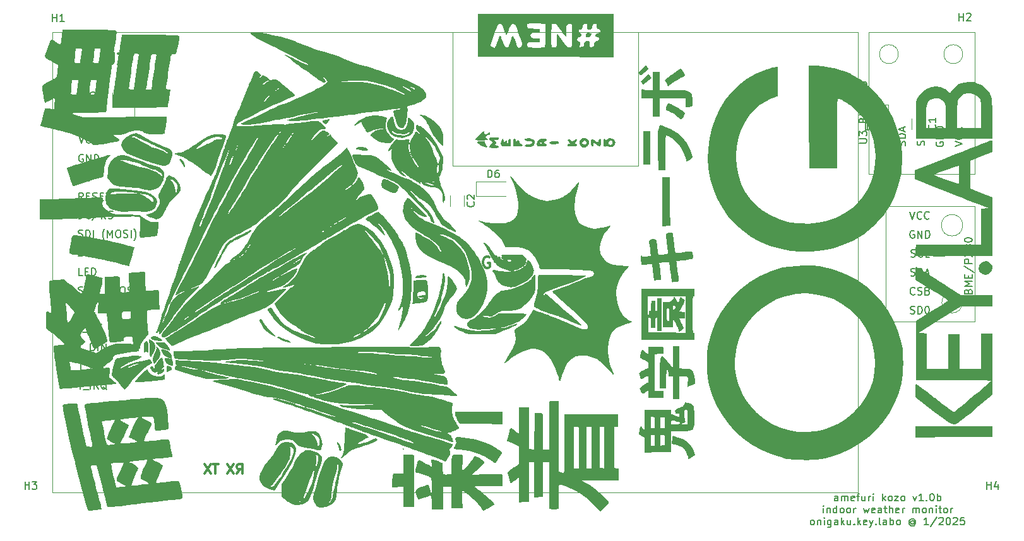
<source format=gbr>
%TF.GenerationSoftware,KiCad,Pcbnew,8.0.2*%
%TF.CreationDate,2025-01-22T20:51:24-08:00*%
%TF.ProjectId,mini_weather_monitor,6d696e69-5f77-4656-9174-6865725f6d6f,rev?*%
%TF.SameCoordinates,Original*%
%TF.FileFunction,Legend,Top*%
%TF.FilePolarity,Positive*%
%FSLAX46Y46*%
G04 Gerber Fmt 4.6, Leading zero omitted, Abs format (unit mm)*
G04 Created by KiCad (PCBNEW 8.0.2) date 2025-01-22 20:51:24*
%MOMM*%
%LPD*%
G01*
G04 APERTURE LIST*
%ADD10C,0.200000*%
%ADD11C,0.300000*%
%ADD12C,0.150000*%
%ADD13C,0.000000*%
%ADD14C,0.120000*%
G04 APERTURE END LIST*
D10*
X177258332Y-131842275D02*
X177258332Y-131318465D01*
X177258332Y-131318465D02*
X177210713Y-131223227D01*
X177210713Y-131223227D02*
X177115475Y-131175608D01*
X177115475Y-131175608D02*
X176924999Y-131175608D01*
X176924999Y-131175608D02*
X176829761Y-131223227D01*
X177258332Y-131794656D02*
X177163094Y-131842275D01*
X177163094Y-131842275D02*
X176924999Y-131842275D01*
X176924999Y-131842275D02*
X176829761Y-131794656D01*
X176829761Y-131794656D02*
X176782142Y-131699417D01*
X176782142Y-131699417D02*
X176782142Y-131604179D01*
X176782142Y-131604179D02*
X176829761Y-131508941D01*
X176829761Y-131508941D02*
X176924999Y-131461322D01*
X176924999Y-131461322D02*
X177163094Y-131461322D01*
X177163094Y-131461322D02*
X177258332Y-131413703D01*
X177734523Y-131842275D02*
X177734523Y-131175608D01*
X177734523Y-131270846D02*
X177782142Y-131223227D01*
X177782142Y-131223227D02*
X177877380Y-131175608D01*
X177877380Y-131175608D02*
X178020237Y-131175608D01*
X178020237Y-131175608D02*
X178115475Y-131223227D01*
X178115475Y-131223227D02*
X178163094Y-131318465D01*
X178163094Y-131318465D02*
X178163094Y-131842275D01*
X178163094Y-131318465D02*
X178210713Y-131223227D01*
X178210713Y-131223227D02*
X178305951Y-131175608D01*
X178305951Y-131175608D02*
X178448808Y-131175608D01*
X178448808Y-131175608D02*
X178544047Y-131223227D01*
X178544047Y-131223227D02*
X178591666Y-131318465D01*
X178591666Y-131318465D02*
X178591666Y-131842275D01*
X179448808Y-131794656D02*
X179353570Y-131842275D01*
X179353570Y-131842275D02*
X179163094Y-131842275D01*
X179163094Y-131842275D02*
X179067856Y-131794656D01*
X179067856Y-131794656D02*
X179020237Y-131699417D01*
X179020237Y-131699417D02*
X179020237Y-131318465D01*
X179020237Y-131318465D02*
X179067856Y-131223227D01*
X179067856Y-131223227D02*
X179163094Y-131175608D01*
X179163094Y-131175608D02*
X179353570Y-131175608D01*
X179353570Y-131175608D02*
X179448808Y-131223227D01*
X179448808Y-131223227D02*
X179496427Y-131318465D01*
X179496427Y-131318465D02*
X179496427Y-131413703D01*
X179496427Y-131413703D02*
X179020237Y-131508941D01*
X179782142Y-131175608D02*
X180163094Y-131175608D01*
X179924999Y-131842275D02*
X179924999Y-130985132D01*
X179924999Y-130985132D02*
X179972618Y-130889894D01*
X179972618Y-130889894D02*
X180067856Y-130842275D01*
X180067856Y-130842275D02*
X180163094Y-130842275D01*
X180924999Y-131175608D02*
X180924999Y-131842275D01*
X180496428Y-131175608D02*
X180496428Y-131699417D01*
X180496428Y-131699417D02*
X180544047Y-131794656D01*
X180544047Y-131794656D02*
X180639285Y-131842275D01*
X180639285Y-131842275D02*
X180782142Y-131842275D01*
X180782142Y-131842275D02*
X180877380Y-131794656D01*
X180877380Y-131794656D02*
X180924999Y-131747036D01*
X181401190Y-131842275D02*
X181401190Y-131175608D01*
X181401190Y-131366084D02*
X181448809Y-131270846D01*
X181448809Y-131270846D02*
X181496428Y-131223227D01*
X181496428Y-131223227D02*
X181591666Y-131175608D01*
X181591666Y-131175608D02*
X181686904Y-131175608D01*
X182020238Y-131842275D02*
X182020238Y-131175608D01*
X182020238Y-130842275D02*
X181972619Y-130889894D01*
X181972619Y-130889894D02*
X182020238Y-130937513D01*
X182020238Y-130937513D02*
X182067857Y-130889894D01*
X182067857Y-130889894D02*
X182020238Y-130842275D01*
X182020238Y-130842275D02*
X182020238Y-130937513D01*
X183258333Y-131842275D02*
X183258333Y-130842275D01*
X183353571Y-131461322D02*
X183639285Y-131842275D01*
X183639285Y-131175608D02*
X183258333Y-131556560D01*
X184210714Y-131842275D02*
X184115476Y-131794656D01*
X184115476Y-131794656D02*
X184067857Y-131747036D01*
X184067857Y-131747036D02*
X184020238Y-131651798D01*
X184020238Y-131651798D02*
X184020238Y-131366084D01*
X184020238Y-131366084D02*
X184067857Y-131270846D01*
X184067857Y-131270846D02*
X184115476Y-131223227D01*
X184115476Y-131223227D02*
X184210714Y-131175608D01*
X184210714Y-131175608D02*
X184353571Y-131175608D01*
X184353571Y-131175608D02*
X184448809Y-131223227D01*
X184448809Y-131223227D02*
X184496428Y-131270846D01*
X184496428Y-131270846D02*
X184544047Y-131366084D01*
X184544047Y-131366084D02*
X184544047Y-131651798D01*
X184544047Y-131651798D02*
X184496428Y-131747036D01*
X184496428Y-131747036D02*
X184448809Y-131794656D01*
X184448809Y-131794656D02*
X184353571Y-131842275D01*
X184353571Y-131842275D02*
X184210714Y-131842275D01*
X184877381Y-131175608D02*
X185401190Y-131175608D01*
X185401190Y-131175608D02*
X184877381Y-131842275D01*
X184877381Y-131842275D02*
X185401190Y-131842275D01*
X185925000Y-131842275D02*
X185829762Y-131794656D01*
X185829762Y-131794656D02*
X185782143Y-131747036D01*
X185782143Y-131747036D02*
X185734524Y-131651798D01*
X185734524Y-131651798D02*
X185734524Y-131366084D01*
X185734524Y-131366084D02*
X185782143Y-131270846D01*
X185782143Y-131270846D02*
X185829762Y-131223227D01*
X185829762Y-131223227D02*
X185925000Y-131175608D01*
X185925000Y-131175608D02*
X186067857Y-131175608D01*
X186067857Y-131175608D02*
X186163095Y-131223227D01*
X186163095Y-131223227D02*
X186210714Y-131270846D01*
X186210714Y-131270846D02*
X186258333Y-131366084D01*
X186258333Y-131366084D02*
X186258333Y-131651798D01*
X186258333Y-131651798D02*
X186210714Y-131747036D01*
X186210714Y-131747036D02*
X186163095Y-131794656D01*
X186163095Y-131794656D02*
X186067857Y-131842275D01*
X186067857Y-131842275D02*
X185925000Y-131842275D01*
X187353572Y-131175608D02*
X187591667Y-131842275D01*
X187591667Y-131842275D02*
X187829762Y-131175608D01*
X188734524Y-131842275D02*
X188163096Y-131842275D01*
X188448810Y-131842275D02*
X188448810Y-130842275D01*
X188448810Y-130842275D02*
X188353572Y-130985132D01*
X188353572Y-130985132D02*
X188258334Y-131080370D01*
X188258334Y-131080370D02*
X188163096Y-131127989D01*
X189163096Y-131747036D02*
X189210715Y-131794656D01*
X189210715Y-131794656D02*
X189163096Y-131842275D01*
X189163096Y-131842275D02*
X189115477Y-131794656D01*
X189115477Y-131794656D02*
X189163096Y-131747036D01*
X189163096Y-131747036D02*
X189163096Y-131842275D01*
X189829762Y-130842275D02*
X189925000Y-130842275D01*
X189925000Y-130842275D02*
X190020238Y-130889894D01*
X190020238Y-130889894D02*
X190067857Y-130937513D01*
X190067857Y-130937513D02*
X190115476Y-131032751D01*
X190115476Y-131032751D02*
X190163095Y-131223227D01*
X190163095Y-131223227D02*
X190163095Y-131461322D01*
X190163095Y-131461322D02*
X190115476Y-131651798D01*
X190115476Y-131651798D02*
X190067857Y-131747036D01*
X190067857Y-131747036D02*
X190020238Y-131794656D01*
X190020238Y-131794656D02*
X189925000Y-131842275D01*
X189925000Y-131842275D02*
X189829762Y-131842275D01*
X189829762Y-131842275D02*
X189734524Y-131794656D01*
X189734524Y-131794656D02*
X189686905Y-131747036D01*
X189686905Y-131747036D02*
X189639286Y-131651798D01*
X189639286Y-131651798D02*
X189591667Y-131461322D01*
X189591667Y-131461322D02*
X189591667Y-131223227D01*
X189591667Y-131223227D02*
X189639286Y-131032751D01*
X189639286Y-131032751D02*
X189686905Y-130937513D01*
X189686905Y-130937513D02*
X189734524Y-130889894D01*
X189734524Y-130889894D02*
X189829762Y-130842275D01*
X190591667Y-131842275D02*
X190591667Y-130842275D01*
X190591667Y-131223227D02*
X190686905Y-131175608D01*
X190686905Y-131175608D02*
X190877381Y-131175608D01*
X190877381Y-131175608D02*
X190972619Y-131223227D01*
X190972619Y-131223227D02*
X191020238Y-131270846D01*
X191020238Y-131270846D02*
X191067857Y-131366084D01*
X191067857Y-131366084D02*
X191067857Y-131651798D01*
X191067857Y-131651798D02*
X191020238Y-131747036D01*
X191020238Y-131747036D02*
X190972619Y-131794656D01*
X190972619Y-131794656D02*
X190877381Y-131842275D01*
X190877381Y-131842275D02*
X190686905Y-131842275D01*
X190686905Y-131842275D02*
X190591667Y-131794656D01*
X175305951Y-133452219D02*
X175305951Y-132785552D01*
X175305951Y-132452219D02*
X175258332Y-132499838D01*
X175258332Y-132499838D02*
X175305951Y-132547457D01*
X175305951Y-132547457D02*
X175353570Y-132499838D01*
X175353570Y-132499838D02*
X175305951Y-132452219D01*
X175305951Y-132452219D02*
X175305951Y-132547457D01*
X175782141Y-132785552D02*
X175782141Y-133452219D01*
X175782141Y-132880790D02*
X175829760Y-132833171D01*
X175829760Y-132833171D02*
X175924998Y-132785552D01*
X175924998Y-132785552D02*
X176067855Y-132785552D01*
X176067855Y-132785552D02*
X176163093Y-132833171D01*
X176163093Y-132833171D02*
X176210712Y-132928409D01*
X176210712Y-132928409D02*
X176210712Y-133452219D01*
X177115474Y-133452219D02*
X177115474Y-132452219D01*
X177115474Y-133404600D02*
X177020236Y-133452219D01*
X177020236Y-133452219D02*
X176829760Y-133452219D01*
X176829760Y-133452219D02*
X176734522Y-133404600D01*
X176734522Y-133404600D02*
X176686903Y-133356980D01*
X176686903Y-133356980D02*
X176639284Y-133261742D01*
X176639284Y-133261742D02*
X176639284Y-132976028D01*
X176639284Y-132976028D02*
X176686903Y-132880790D01*
X176686903Y-132880790D02*
X176734522Y-132833171D01*
X176734522Y-132833171D02*
X176829760Y-132785552D01*
X176829760Y-132785552D02*
X177020236Y-132785552D01*
X177020236Y-132785552D02*
X177115474Y-132833171D01*
X177734522Y-133452219D02*
X177639284Y-133404600D01*
X177639284Y-133404600D02*
X177591665Y-133356980D01*
X177591665Y-133356980D02*
X177544046Y-133261742D01*
X177544046Y-133261742D02*
X177544046Y-132976028D01*
X177544046Y-132976028D02*
X177591665Y-132880790D01*
X177591665Y-132880790D02*
X177639284Y-132833171D01*
X177639284Y-132833171D02*
X177734522Y-132785552D01*
X177734522Y-132785552D02*
X177877379Y-132785552D01*
X177877379Y-132785552D02*
X177972617Y-132833171D01*
X177972617Y-132833171D02*
X178020236Y-132880790D01*
X178020236Y-132880790D02*
X178067855Y-132976028D01*
X178067855Y-132976028D02*
X178067855Y-133261742D01*
X178067855Y-133261742D02*
X178020236Y-133356980D01*
X178020236Y-133356980D02*
X177972617Y-133404600D01*
X177972617Y-133404600D02*
X177877379Y-133452219D01*
X177877379Y-133452219D02*
X177734522Y-133452219D01*
X178639284Y-133452219D02*
X178544046Y-133404600D01*
X178544046Y-133404600D02*
X178496427Y-133356980D01*
X178496427Y-133356980D02*
X178448808Y-133261742D01*
X178448808Y-133261742D02*
X178448808Y-132976028D01*
X178448808Y-132976028D02*
X178496427Y-132880790D01*
X178496427Y-132880790D02*
X178544046Y-132833171D01*
X178544046Y-132833171D02*
X178639284Y-132785552D01*
X178639284Y-132785552D02*
X178782141Y-132785552D01*
X178782141Y-132785552D02*
X178877379Y-132833171D01*
X178877379Y-132833171D02*
X178924998Y-132880790D01*
X178924998Y-132880790D02*
X178972617Y-132976028D01*
X178972617Y-132976028D02*
X178972617Y-133261742D01*
X178972617Y-133261742D02*
X178924998Y-133356980D01*
X178924998Y-133356980D02*
X178877379Y-133404600D01*
X178877379Y-133404600D02*
X178782141Y-133452219D01*
X178782141Y-133452219D02*
X178639284Y-133452219D01*
X179401189Y-133452219D02*
X179401189Y-132785552D01*
X179401189Y-132976028D02*
X179448808Y-132880790D01*
X179448808Y-132880790D02*
X179496427Y-132833171D01*
X179496427Y-132833171D02*
X179591665Y-132785552D01*
X179591665Y-132785552D02*
X179686903Y-132785552D01*
X180686904Y-132785552D02*
X180877380Y-133452219D01*
X180877380Y-133452219D02*
X181067856Y-132976028D01*
X181067856Y-132976028D02*
X181258332Y-133452219D01*
X181258332Y-133452219D02*
X181448808Y-132785552D01*
X182210713Y-133404600D02*
X182115475Y-133452219D01*
X182115475Y-133452219D02*
X181924999Y-133452219D01*
X181924999Y-133452219D02*
X181829761Y-133404600D01*
X181829761Y-133404600D02*
X181782142Y-133309361D01*
X181782142Y-133309361D02*
X181782142Y-132928409D01*
X181782142Y-132928409D02*
X181829761Y-132833171D01*
X181829761Y-132833171D02*
X181924999Y-132785552D01*
X181924999Y-132785552D02*
X182115475Y-132785552D01*
X182115475Y-132785552D02*
X182210713Y-132833171D01*
X182210713Y-132833171D02*
X182258332Y-132928409D01*
X182258332Y-132928409D02*
X182258332Y-133023647D01*
X182258332Y-133023647D02*
X181782142Y-133118885D01*
X183115475Y-133452219D02*
X183115475Y-132928409D01*
X183115475Y-132928409D02*
X183067856Y-132833171D01*
X183067856Y-132833171D02*
X182972618Y-132785552D01*
X182972618Y-132785552D02*
X182782142Y-132785552D01*
X182782142Y-132785552D02*
X182686904Y-132833171D01*
X183115475Y-133404600D02*
X183020237Y-133452219D01*
X183020237Y-133452219D02*
X182782142Y-133452219D01*
X182782142Y-133452219D02*
X182686904Y-133404600D01*
X182686904Y-133404600D02*
X182639285Y-133309361D01*
X182639285Y-133309361D02*
X182639285Y-133214123D01*
X182639285Y-133214123D02*
X182686904Y-133118885D01*
X182686904Y-133118885D02*
X182782142Y-133071266D01*
X182782142Y-133071266D02*
X183020237Y-133071266D01*
X183020237Y-133071266D02*
X183115475Y-133023647D01*
X183448809Y-132785552D02*
X183829761Y-132785552D01*
X183591666Y-132452219D02*
X183591666Y-133309361D01*
X183591666Y-133309361D02*
X183639285Y-133404600D01*
X183639285Y-133404600D02*
X183734523Y-133452219D01*
X183734523Y-133452219D02*
X183829761Y-133452219D01*
X184163095Y-133452219D02*
X184163095Y-132452219D01*
X184591666Y-133452219D02*
X184591666Y-132928409D01*
X184591666Y-132928409D02*
X184544047Y-132833171D01*
X184544047Y-132833171D02*
X184448809Y-132785552D01*
X184448809Y-132785552D02*
X184305952Y-132785552D01*
X184305952Y-132785552D02*
X184210714Y-132833171D01*
X184210714Y-132833171D02*
X184163095Y-132880790D01*
X185448809Y-133404600D02*
X185353571Y-133452219D01*
X185353571Y-133452219D02*
X185163095Y-133452219D01*
X185163095Y-133452219D02*
X185067857Y-133404600D01*
X185067857Y-133404600D02*
X185020238Y-133309361D01*
X185020238Y-133309361D02*
X185020238Y-132928409D01*
X185020238Y-132928409D02*
X185067857Y-132833171D01*
X185067857Y-132833171D02*
X185163095Y-132785552D01*
X185163095Y-132785552D02*
X185353571Y-132785552D01*
X185353571Y-132785552D02*
X185448809Y-132833171D01*
X185448809Y-132833171D02*
X185496428Y-132928409D01*
X185496428Y-132928409D02*
X185496428Y-133023647D01*
X185496428Y-133023647D02*
X185020238Y-133118885D01*
X185925000Y-133452219D02*
X185925000Y-132785552D01*
X185925000Y-132976028D02*
X185972619Y-132880790D01*
X185972619Y-132880790D02*
X186020238Y-132833171D01*
X186020238Y-132833171D02*
X186115476Y-132785552D01*
X186115476Y-132785552D02*
X186210714Y-132785552D01*
X187305953Y-133452219D02*
X187305953Y-132785552D01*
X187305953Y-132880790D02*
X187353572Y-132833171D01*
X187353572Y-132833171D02*
X187448810Y-132785552D01*
X187448810Y-132785552D02*
X187591667Y-132785552D01*
X187591667Y-132785552D02*
X187686905Y-132833171D01*
X187686905Y-132833171D02*
X187734524Y-132928409D01*
X187734524Y-132928409D02*
X187734524Y-133452219D01*
X187734524Y-132928409D02*
X187782143Y-132833171D01*
X187782143Y-132833171D02*
X187877381Y-132785552D01*
X187877381Y-132785552D02*
X188020238Y-132785552D01*
X188020238Y-132785552D02*
X188115477Y-132833171D01*
X188115477Y-132833171D02*
X188163096Y-132928409D01*
X188163096Y-132928409D02*
X188163096Y-133452219D01*
X188782143Y-133452219D02*
X188686905Y-133404600D01*
X188686905Y-133404600D02*
X188639286Y-133356980D01*
X188639286Y-133356980D02*
X188591667Y-133261742D01*
X188591667Y-133261742D02*
X188591667Y-132976028D01*
X188591667Y-132976028D02*
X188639286Y-132880790D01*
X188639286Y-132880790D02*
X188686905Y-132833171D01*
X188686905Y-132833171D02*
X188782143Y-132785552D01*
X188782143Y-132785552D02*
X188925000Y-132785552D01*
X188925000Y-132785552D02*
X189020238Y-132833171D01*
X189020238Y-132833171D02*
X189067857Y-132880790D01*
X189067857Y-132880790D02*
X189115476Y-132976028D01*
X189115476Y-132976028D02*
X189115476Y-133261742D01*
X189115476Y-133261742D02*
X189067857Y-133356980D01*
X189067857Y-133356980D02*
X189020238Y-133404600D01*
X189020238Y-133404600D02*
X188925000Y-133452219D01*
X188925000Y-133452219D02*
X188782143Y-133452219D01*
X189544048Y-132785552D02*
X189544048Y-133452219D01*
X189544048Y-132880790D02*
X189591667Y-132833171D01*
X189591667Y-132833171D02*
X189686905Y-132785552D01*
X189686905Y-132785552D02*
X189829762Y-132785552D01*
X189829762Y-132785552D02*
X189925000Y-132833171D01*
X189925000Y-132833171D02*
X189972619Y-132928409D01*
X189972619Y-132928409D02*
X189972619Y-133452219D01*
X190448810Y-133452219D02*
X190448810Y-132785552D01*
X190448810Y-132452219D02*
X190401191Y-132499838D01*
X190401191Y-132499838D02*
X190448810Y-132547457D01*
X190448810Y-132547457D02*
X190496429Y-132499838D01*
X190496429Y-132499838D02*
X190448810Y-132452219D01*
X190448810Y-132452219D02*
X190448810Y-132547457D01*
X190782143Y-132785552D02*
X191163095Y-132785552D01*
X190925000Y-132452219D02*
X190925000Y-133309361D01*
X190925000Y-133309361D02*
X190972619Y-133404600D01*
X190972619Y-133404600D02*
X191067857Y-133452219D01*
X191067857Y-133452219D02*
X191163095Y-133452219D01*
X191639286Y-133452219D02*
X191544048Y-133404600D01*
X191544048Y-133404600D02*
X191496429Y-133356980D01*
X191496429Y-133356980D02*
X191448810Y-133261742D01*
X191448810Y-133261742D02*
X191448810Y-132976028D01*
X191448810Y-132976028D02*
X191496429Y-132880790D01*
X191496429Y-132880790D02*
X191544048Y-132833171D01*
X191544048Y-132833171D02*
X191639286Y-132785552D01*
X191639286Y-132785552D02*
X191782143Y-132785552D01*
X191782143Y-132785552D02*
X191877381Y-132833171D01*
X191877381Y-132833171D02*
X191925000Y-132880790D01*
X191925000Y-132880790D02*
X191972619Y-132976028D01*
X191972619Y-132976028D02*
X191972619Y-133261742D01*
X191972619Y-133261742D02*
X191925000Y-133356980D01*
X191925000Y-133356980D02*
X191877381Y-133404600D01*
X191877381Y-133404600D02*
X191782143Y-133452219D01*
X191782143Y-133452219D02*
X191639286Y-133452219D01*
X192401191Y-133452219D02*
X192401191Y-132785552D01*
X192401191Y-132976028D02*
X192448810Y-132880790D01*
X192448810Y-132880790D02*
X192496429Y-132833171D01*
X192496429Y-132833171D02*
X192591667Y-132785552D01*
X192591667Y-132785552D02*
X192686905Y-132785552D01*
X173782142Y-135062163D02*
X173686904Y-135014544D01*
X173686904Y-135014544D02*
X173639285Y-134966924D01*
X173639285Y-134966924D02*
X173591666Y-134871686D01*
X173591666Y-134871686D02*
X173591666Y-134585972D01*
X173591666Y-134585972D02*
X173639285Y-134490734D01*
X173639285Y-134490734D02*
X173686904Y-134443115D01*
X173686904Y-134443115D02*
X173782142Y-134395496D01*
X173782142Y-134395496D02*
X173924999Y-134395496D01*
X173924999Y-134395496D02*
X174020237Y-134443115D01*
X174020237Y-134443115D02*
X174067856Y-134490734D01*
X174067856Y-134490734D02*
X174115475Y-134585972D01*
X174115475Y-134585972D02*
X174115475Y-134871686D01*
X174115475Y-134871686D02*
X174067856Y-134966924D01*
X174067856Y-134966924D02*
X174020237Y-135014544D01*
X174020237Y-135014544D02*
X173924999Y-135062163D01*
X173924999Y-135062163D02*
X173782142Y-135062163D01*
X174544047Y-134395496D02*
X174544047Y-135062163D01*
X174544047Y-134490734D02*
X174591666Y-134443115D01*
X174591666Y-134443115D02*
X174686904Y-134395496D01*
X174686904Y-134395496D02*
X174829761Y-134395496D01*
X174829761Y-134395496D02*
X174924999Y-134443115D01*
X174924999Y-134443115D02*
X174972618Y-134538353D01*
X174972618Y-134538353D02*
X174972618Y-135062163D01*
X175448809Y-135062163D02*
X175448809Y-134395496D01*
X175448809Y-134062163D02*
X175401190Y-134109782D01*
X175401190Y-134109782D02*
X175448809Y-134157401D01*
X175448809Y-134157401D02*
X175496428Y-134109782D01*
X175496428Y-134109782D02*
X175448809Y-134062163D01*
X175448809Y-134062163D02*
X175448809Y-134157401D01*
X176353570Y-134395496D02*
X176353570Y-135205020D01*
X176353570Y-135205020D02*
X176305951Y-135300258D01*
X176305951Y-135300258D02*
X176258332Y-135347877D01*
X176258332Y-135347877D02*
X176163094Y-135395496D01*
X176163094Y-135395496D02*
X176020237Y-135395496D01*
X176020237Y-135395496D02*
X175924999Y-135347877D01*
X176353570Y-135014544D02*
X176258332Y-135062163D01*
X176258332Y-135062163D02*
X176067856Y-135062163D01*
X176067856Y-135062163D02*
X175972618Y-135014544D01*
X175972618Y-135014544D02*
X175924999Y-134966924D01*
X175924999Y-134966924D02*
X175877380Y-134871686D01*
X175877380Y-134871686D02*
X175877380Y-134585972D01*
X175877380Y-134585972D02*
X175924999Y-134490734D01*
X175924999Y-134490734D02*
X175972618Y-134443115D01*
X175972618Y-134443115D02*
X176067856Y-134395496D01*
X176067856Y-134395496D02*
X176258332Y-134395496D01*
X176258332Y-134395496D02*
X176353570Y-134443115D01*
X177258332Y-135062163D02*
X177258332Y-134538353D01*
X177258332Y-134538353D02*
X177210713Y-134443115D01*
X177210713Y-134443115D02*
X177115475Y-134395496D01*
X177115475Y-134395496D02*
X176924999Y-134395496D01*
X176924999Y-134395496D02*
X176829761Y-134443115D01*
X177258332Y-135014544D02*
X177163094Y-135062163D01*
X177163094Y-135062163D02*
X176924999Y-135062163D01*
X176924999Y-135062163D02*
X176829761Y-135014544D01*
X176829761Y-135014544D02*
X176782142Y-134919305D01*
X176782142Y-134919305D02*
X176782142Y-134824067D01*
X176782142Y-134824067D02*
X176829761Y-134728829D01*
X176829761Y-134728829D02*
X176924999Y-134681210D01*
X176924999Y-134681210D02*
X177163094Y-134681210D01*
X177163094Y-134681210D02*
X177258332Y-134633591D01*
X177734523Y-135062163D02*
X177734523Y-134062163D01*
X177829761Y-134681210D02*
X178115475Y-135062163D01*
X178115475Y-134395496D02*
X177734523Y-134776448D01*
X178972618Y-134395496D02*
X178972618Y-135062163D01*
X178544047Y-134395496D02*
X178544047Y-134919305D01*
X178544047Y-134919305D02*
X178591666Y-135014544D01*
X178591666Y-135014544D02*
X178686904Y-135062163D01*
X178686904Y-135062163D02*
X178829761Y-135062163D01*
X178829761Y-135062163D02*
X178924999Y-135014544D01*
X178924999Y-135014544D02*
X178972618Y-134966924D01*
X179448809Y-134966924D02*
X179496428Y-135014544D01*
X179496428Y-135014544D02*
X179448809Y-135062163D01*
X179448809Y-135062163D02*
X179401190Y-135014544D01*
X179401190Y-135014544D02*
X179448809Y-134966924D01*
X179448809Y-134966924D02*
X179448809Y-135062163D01*
X179924999Y-135062163D02*
X179924999Y-134062163D01*
X180020237Y-134681210D02*
X180305951Y-135062163D01*
X180305951Y-134395496D02*
X179924999Y-134776448D01*
X181115475Y-135014544D02*
X181020237Y-135062163D01*
X181020237Y-135062163D02*
X180829761Y-135062163D01*
X180829761Y-135062163D02*
X180734523Y-135014544D01*
X180734523Y-135014544D02*
X180686904Y-134919305D01*
X180686904Y-134919305D02*
X180686904Y-134538353D01*
X180686904Y-134538353D02*
X180734523Y-134443115D01*
X180734523Y-134443115D02*
X180829761Y-134395496D01*
X180829761Y-134395496D02*
X181020237Y-134395496D01*
X181020237Y-134395496D02*
X181115475Y-134443115D01*
X181115475Y-134443115D02*
X181163094Y-134538353D01*
X181163094Y-134538353D02*
X181163094Y-134633591D01*
X181163094Y-134633591D02*
X180686904Y-134728829D01*
X181496428Y-134395496D02*
X181734523Y-135062163D01*
X181972618Y-134395496D02*
X181734523Y-135062163D01*
X181734523Y-135062163D02*
X181639285Y-135300258D01*
X181639285Y-135300258D02*
X181591666Y-135347877D01*
X181591666Y-135347877D02*
X181496428Y-135395496D01*
X182353571Y-134966924D02*
X182401190Y-135014544D01*
X182401190Y-135014544D02*
X182353571Y-135062163D01*
X182353571Y-135062163D02*
X182305952Y-135014544D01*
X182305952Y-135014544D02*
X182353571Y-134966924D01*
X182353571Y-134966924D02*
X182353571Y-135062163D01*
X182972618Y-135062163D02*
X182877380Y-135014544D01*
X182877380Y-135014544D02*
X182829761Y-134919305D01*
X182829761Y-134919305D02*
X182829761Y-134062163D01*
X183782142Y-135062163D02*
X183782142Y-134538353D01*
X183782142Y-134538353D02*
X183734523Y-134443115D01*
X183734523Y-134443115D02*
X183639285Y-134395496D01*
X183639285Y-134395496D02*
X183448809Y-134395496D01*
X183448809Y-134395496D02*
X183353571Y-134443115D01*
X183782142Y-135014544D02*
X183686904Y-135062163D01*
X183686904Y-135062163D02*
X183448809Y-135062163D01*
X183448809Y-135062163D02*
X183353571Y-135014544D01*
X183353571Y-135014544D02*
X183305952Y-134919305D01*
X183305952Y-134919305D02*
X183305952Y-134824067D01*
X183305952Y-134824067D02*
X183353571Y-134728829D01*
X183353571Y-134728829D02*
X183448809Y-134681210D01*
X183448809Y-134681210D02*
X183686904Y-134681210D01*
X183686904Y-134681210D02*
X183782142Y-134633591D01*
X184258333Y-135062163D02*
X184258333Y-134062163D01*
X184258333Y-134443115D02*
X184353571Y-134395496D01*
X184353571Y-134395496D02*
X184544047Y-134395496D01*
X184544047Y-134395496D02*
X184639285Y-134443115D01*
X184639285Y-134443115D02*
X184686904Y-134490734D01*
X184686904Y-134490734D02*
X184734523Y-134585972D01*
X184734523Y-134585972D02*
X184734523Y-134871686D01*
X184734523Y-134871686D02*
X184686904Y-134966924D01*
X184686904Y-134966924D02*
X184639285Y-135014544D01*
X184639285Y-135014544D02*
X184544047Y-135062163D01*
X184544047Y-135062163D02*
X184353571Y-135062163D01*
X184353571Y-135062163D02*
X184258333Y-135014544D01*
X185305952Y-135062163D02*
X185210714Y-135014544D01*
X185210714Y-135014544D02*
X185163095Y-134966924D01*
X185163095Y-134966924D02*
X185115476Y-134871686D01*
X185115476Y-134871686D02*
X185115476Y-134585972D01*
X185115476Y-134585972D02*
X185163095Y-134490734D01*
X185163095Y-134490734D02*
X185210714Y-134443115D01*
X185210714Y-134443115D02*
X185305952Y-134395496D01*
X185305952Y-134395496D02*
X185448809Y-134395496D01*
X185448809Y-134395496D02*
X185544047Y-134443115D01*
X185544047Y-134443115D02*
X185591666Y-134490734D01*
X185591666Y-134490734D02*
X185639285Y-134585972D01*
X185639285Y-134585972D02*
X185639285Y-134871686D01*
X185639285Y-134871686D02*
X185591666Y-134966924D01*
X185591666Y-134966924D02*
X185544047Y-135014544D01*
X185544047Y-135014544D02*
X185448809Y-135062163D01*
X185448809Y-135062163D02*
X185305952Y-135062163D01*
X187448809Y-134585972D02*
X187401190Y-134538353D01*
X187401190Y-134538353D02*
X187305952Y-134490734D01*
X187305952Y-134490734D02*
X187210714Y-134490734D01*
X187210714Y-134490734D02*
X187115476Y-134538353D01*
X187115476Y-134538353D02*
X187067857Y-134585972D01*
X187067857Y-134585972D02*
X187020238Y-134681210D01*
X187020238Y-134681210D02*
X187020238Y-134776448D01*
X187020238Y-134776448D02*
X187067857Y-134871686D01*
X187067857Y-134871686D02*
X187115476Y-134919305D01*
X187115476Y-134919305D02*
X187210714Y-134966924D01*
X187210714Y-134966924D02*
X187305952Y-134966924D01*
X187305952Y-134966924D02*
X187401190Y-134919305D01*
X187401190Y-134919305D02*
X187448809Y-134871686D01*
X187448809Y-134490734D02*
X187448809Y-134871686D01*
X187448809Y-134871686D02*
X187496428Y-134919305D01*
X187496428Y-134919305D02*
X187544047Y-134919305D01*
X187544047Y-134919305D02*
X187639286Y-134871686D01*
X187639286Y-134871686D02*
X187686905Y-134776448D01*
X187686905Y-134776448D02*
X187686905Y-134538353D01*
X187686905Y-134538353D02*
X187591667Y-134395496D01*
X187591667Y-134395496D02*
X187448809Y-134300258D01*
X187448809Y-134300258D02*
X187258333Y-134252639D01*
X187258333Y-134252639D02*
X187067857Y-134300258D01*
X187067857Y-134300258D02*
X186925000Y-134395496D01*
X186925000Y-134395496D02*
X186829762Y-134538353D01*
X186829762Y-134538353D02*
X186782143Y-134728829D01*
X186782143Y-134728829D02*
X186829762Y-134919305D01*
X186829762Y-134919305D02*
X186925000Y-135062163D01*
X186925000Y-135062163D02*
X187067857Y-135157401D01*
X187067857Y-135157401D02*
X187258333Y-135205020D01*
X187258333Y-135205020D02*
X187448809Y-135157401D01*
X187448809Y-135157401D02*
X187591667Y-135062163D01*
X189401190Y-135062163D02*
X188829762Y-135062163D01*
X189115476Y-135062163D02*
X189115476Y-134062163D01*
X189115476Y-134062163D02*
X189020238Y-134205020D01*
X189020238Y-134205020D02*
X188925000Y-134300258D01*
X188925000Y-134300258D02*
X188829762Y-134347877D01*
X190544047Y-134014544D02*
X189686905Y-135300258D01*
X190829762Y-134157401D02*
X190877381Y-134109782D01*
X190877381Y-134109782D02*
X190972619Y-134062163D01*
X190972619Y-134062163D02*
X191210714Y-134062163D01*
X191210714Y-134062163D02*
X191305952Y-134109782D01*
X191305952Y-134109782D02*
X191353571Y-134157401D01*
X191353571Y-134157401D02*
X191401190Y-134252639D01*
X191401190Y-134252639D02*
X191401190Y-134347877D01*
X191401190Y-134347877D02*
X191353571Y-134490734D01*
X191353571Y-134490734D02*
X190782143Y-135062163D01*
X190782143Y-135062163D02*
X191401190Y-135062163D01*
X192020238Y-134062163D02*
X192115476Y-134062163D01*
X192115476Y-134062163D02*
X192210714Y-134109782D01*
X192210714Y-134109782D02*
X192258333Y-134157401D01*
X192258333Y-134157401D02*
X192305952Y-134252639D01*
X192305952Y-134252639D02*
X192353571Y-134443115D01*
X192353571Y-134443115D02*
X192353571Y-134681210D01*
X192353571Y-134681210D02*
X192305952Y-134871686D01*
X192305952Y-134871686D02*
X192258333Y-134966924D01*
X192258333Y-134966924D02*
X192210714Y-135014544D01*
X192210714Y-135014544D02*
X192115476Y-135062163D01*
X192115476Y-135062163D02*
X192020238Y-135062163D01*
X192020238Y-135062163D02*
X191925000Y-135014544D01*
X191925000Y-135014544D02*
X191877381Y-134966924D01*
X191877381Y-134966924D02*
X191829762Y-134871686D01*
X191829762Y-134871686D02*
X191782143Y-134681210D01*
X191782143Y-134681210D02*
X191782143Y-134443115D01*
X191782143Y-134443115D02*
X191829762Y-134252639D01*
X191829762Y-134252639D02*
X191877381Y-134157401D01*
X191877381Y-134157401D02*
X191925000Y-134109782D01*
X191925000Y-134109782D02*
X192020238Y-134062163D01*
X192734524Y-134157401D02*
X192782143Y-134109782D01*
X192782143Y-134109782D02*
X192877381Y-134062163D01*
X192877381Y-134062163D02*
X193115476Y-134062163D01*
X193115476Y-134062163D02*
X193210714Y-134109782D01*
X193210714Y-134109782D02*
X193258333Y-134157401D01*
X193258333Y-134157401D02*
X193305952Y-134252639D01*
X193305952Y-134252639D02*
X193305952Y-134347877D01*
X193305952Y-134347877D02*
X193258333Y-134490734D01*
X193258333Y-134490734D02*
X192686905Y-135062163D01*
X192686905Y-135062163D02*
X193305952Y-135062163D01*
X194210714Y-134062163D02*
X193734524Y-134062163D01*
X193734524Y-134062163D02*
X193686905Y-134538353D01*
X193686905Y-134538353D02*
X193734524Y-134490734D01*
X193734524Y-134490734D02*
X193829762Y-134443115D01*
X193829762Y-134443115D02*
X194067857Y-134443115D01*
X194067857Y-134443115D02*
X194163095Y-134490734D01*
X194163095Y-134490734D02*
X194210714Y-134538353D01*
X194210714Y-134538353D02*
X194258333Y-134633591D01*
X194258333Y-134633591D02*
X194258333Y-134871686D01*
X194258333Y-134871686D02*
X194210714Y-134966924D01*
X194210714Y-134966924D02*
X194163095Y-135014544D01*
X194163095Y-135014544D02*
X194067857Y-135062163D01*
X194067857Y-135062163D02*
X193829762Y-135062163D01*
X193829762Y-135062163D02*
X193734524Y-135014544D01*
X193734524Y-135014544D02*
X193686905Y-134966924D01*
D11*
X96650727Y-128181423D02*
X97067393Y-127586185D01*
X97365012Y-128181423D02*
X97365012Y-126931423D01*
X97365012Y-126931423D02*
X96888822Y-126931423D01*
X96888822Y-126931423D02*
X96769774Y-126990947D01*
X96769774Y-126990947D02*
X96710251Y-127050471D01*
X96710251Y-127050471D02*
X96650727Y-127169519D01*
X96650727Y-127169519D02*
X96650727Y-127348090D01*
X96650727Y-127348090D02*
X96710251Y-127467138D01*
X96710251Y-127467138D02*
X96769774Y-127526661D01*
X96769774Y-127526661D02*
X96888822Y-127586185D01*
X96888822Y-127586185D02*
X97365012Y-127586185D01*
X96234060Y-126931423D02*
X95400727Y-128181423D01*
X95400727Y-126931423D02*
X96234060Y-128181423D01*
X94150727Y-126931423D02*
X93436441Y-126931423D01*
X93793584Y-128181423D02*
X93793584Y-126931423D01*
X93138822Y-126931423D02*
X92305489Y-128181423D01*
X92305489Y-126931423D02*
X93138822Y-128181423D01*
X130531632Y-99098919D02*
X130386490Y-99026348D01*
X130386490Y-99026348D02*
X130168775Y-99026348D01*
X130168775Y-99026348D02*
X129951061Y-99098919D01*
X129951061Y-99098919D02*
X129805918Y-99244062D01*
X129805918Y-99244062D02*
X129733347Y-99389205D01*
X129733347Y-99389205D02*
X129660775Y-99679491D01*
X129660775Y-99679491D02*
X129660775Y-99897205D01*
X129660775Y-99897205D02*
X129733347Y-100187491D01*
X129733347Y-100187491D02*
X129805918Y-100332634D01*
X129805918Y-100332634D02*
X129951061Y-100477777D01*
X129951061Y-100477777D02*
X130168775Y-100550348D01*
X130168775Y-100550348D02*
X130313918Y-100550348D01*
X130313918Y-100550348D02*
X130531632Y-100477777D01*
X130531632Y-100477777D02*
X130604204Y-100405205D01*
X130604204Y-100405205D02*
X130604204Y-99897205D01*
X130604204Y-99897205D02*
X130313918Y-99897205D01*
X131475061Y-99026348D02*
X131475061Y-99389205D01*
X131112204Y-99244062D02*
X131475061Y-99389205D01*
X131475061Y-99389205D02*
X131837918Y-99244062D01*
X131257347Y-99679491D02*
X131475061Y-99389205D01*
X131475061Y-99389205D02*
X131692775Y-99679491D01*
X132636204Y-99026348D02*
X132636204Y-99389205D01*
X132273347Y-99244062D02*
X132636204Y-99389205D01*
X132636204Y-99389205D02*
X132999061Y-99244062D01*
X132418490Y-99679491D02*
X132636204Y-99389205D01*
X132636204Y-99389205D02*
X132853918Y-99679491D01*
X133797347Y-99026348D02*
X133797347Y-99389205D01*
X133434490Y-99244062D02*
X133797347Y-99389205D01*
X133797347Y-99389205D02*
X134160204Y-99244062D01*
X133579633Y-99679491D02*
X133797347Y-99389205D01*
X133797347Y-99389205D02*
X134015061Y-99679491D01*
D12*
X84561905Y-77754819D02*
X84561905Y-76754819D01*
X84561905Y-76754819D02*
X84800000Y-76754819D01*
X84800000Y-76754819D02*
X84942857Y-76802438D01*
X84942857Y-76802438D02*
X85038095Y-76897676D01*
X85038095Y-76897676D02*
X85085714Y-76992914D01*
X85085714Y-76992914D02*
X85133333Y-77183390D01*
X85133333Y-77183390D02*
X85133333Y-77326247D01*
X85133333Y-77326247D02*
X85085714Y-77516723D01*
X85085714Y-77516723D02*
X85038095Y-77611961D01*
X85038095Y-77611961D02*
X84942857Y-77707200D01*
X84942857Y-77707200D02*
X84800000Y-77754819D01*
X84800000Y-77754819D02*
X84561905Y-77754819D01*
X85990476Y-77088152D02*
X85990476Y-77754819D01*
X85752381Y-76707200D02*
X85514286Y-77421485D01*
X85514286Y-77421485D02*
X86133333Y-77421485D01*
X77559580Y-77866666D02*
X77607200Y-77914285D01*
X77607200Y-77914285D02*
X77654819Y-78057142D01*
X77654819Y-78057142D02*
X77654819Y-78152380D01*
X77654819Y-78152380D02*
X77607200Y-78295237D01*
X77607200Y-78295237D02*
X77511961Y-78390475D01*
X77511961Y-78390475D02*
X77416723Y-78438094D01*
X77416723Y-78438094D02*
X77226247Y-78485713D01*
X77226247Y-78485713D02*
X77083390Y-78485713D01*
X77083390Y-78485713D02*
X76892914Y-78438094D01*
X76892914Y-78438094D02*
X76797676Y-78390475D01*
X76797676Y-78390475D02*
X76702438Y-78295237D01*
X76702438Y-78295237D02*
X76654819Y-78152380D01*
X76654819Y-78152380D02*
X76654819Y-78057142D01*
X76654819Y-78057142D02*
X76702438Y-77914285D01*
X76702438Y-77914285D02*
X76750057Y-77866666D01*
X76654819Y-77533332D02*
X76654819Y-76914285D01*
X76654819Y-76914285D02*
X77035771Y-77247618D01*
X77035771Y-77247618D02*
X77035771Y-77104761D01*
X77035771Y-77104761D02*
X77083390Y-77009523D01*
X77083390Y-77009523D02*
X77131009Y-76961904D01*
X77131009Y-76961904D02*
X77226247Y-76914285D01*
X77226247Y-76914285D02*
X77464342Y-76914285D01*
X77464342Y-76914285D02*
X77559580Y-76961904D01*
X77559580Y-76961904D02*
X77607200Y-77009523D01*
X77607200Y-77009523D02*
X77654819Y-77104761D01*
X77654819Y-77104761D02*
X77654819Y-77390475D01*
X77654819Y-77390475D02*
X77607200Y-77485713D01*
X77607200Y-77485713D02*
X77559580Y-77533332D01*
X194731009Y-103704761D02*
X194778628Y-103561904D01*
X194778628Y-103561904D02*
X194826247Y-103514285D01*
X194826247Y-103514285D02*
X194921485Y-103466666D01*
X194921485Y-103466666D02*
X195064342Y-103466666D01*
X195064342Y-103466666D02*
X195159580Y-103514285D01*
X195159580Y-103514285D02*
X195207200Y-103561904D01*
X195207200Y-103561904D02*
X195254819Y-103657142D01*
X195254819Y-103657142D02*
X195254819Y-104038094D01*
X195254819Y-104038094D02*
X194254819Y-104038094D01*
X194254819Y-104038094D02*
X194254819Y-103704761D01*
X194254819Y-103704761D02*
X194302438Y-103609523D01*
X194302438Y-103609523D02*
X194350057Y-103561904D01*
X194350057Y-103561904D02*
X194445295Y-103514285D01*
X194445295Y-103514285D02*
X194540533Y-103514285D01*
X194540533Y-103514285D02*
X194635771Y-103561904D01*
X194635771Y-103561904D02*
X194683390Y-103609523D01*
X194683390Y-103609523D02*
X194731009Y-103704761D01*
X194731009Y-103704761D02*
X194731009Y-104038094D01*
X195254819Y-103038094D02*
X194254819Y-103038094D01*
X194254819Y-103038094D02*
X194969104Y-102704761D01*
X194969104Y-102704761D02*
X194254819Y-102371428D01*
X194254819Y-102371428D02*
X195254819Y-102371428D01*
X194731009Y-101895237D02*
X194731009Y-101561904D01*
X195254819Y-101419047D02*
X195254819Y-101895237D01*
X195254819Y-101895237D02*
X194254819Y-101895237D01*
X194254819Y-101895237D02*
X194254819Y-101419047D01*
X194207200Y-100276190D02*
X195492914Y-101133332D01*
X195254819Y-99942856D02*
X194254819Y-99942856D01*
X194254819Y-99942856D02*
X194254819Y-99561904D01*
X194254819Y-99561904D02*
X194302438Y-99466666D01*
X194302438Y-99466666D02*
X194350057Y-99419047D01*
X194350057Y-99419047D02*
X194445295Y-99371428D01*
X194445295Y-99371428D02*
X194588152Y-99371428D01*
X194588152Y-99371428D02*
X194683390Y-99419047D01*
X194683390Y-99419047D02*
X194731009Y-99466666D01*
X194731009Y-99466666D02*
X194778628Y-99561904D01*
X194778628Y-99561904D02*
X194778628Y-99942856D01*
X194350057Y-98990475D02*
X194302438Y-98942856D01*
X194302438Y-98942856D02*
X194254819Y-98847618D01*
X194254819Y-98847618D02*
X194254819Y-98609523D01*
X194254819Y-98609523D02*
X194302438Y-98514285D01*
X194302438Y-98514285D02*
X194350057Y-98466666D01*
X194350057Y-98466666D02*
X194445295Y-98419047D01*
X194445295Y-98419047D02*
X194540533Y-98419047D01*
X194540533Y-98419047D02*
X194683390Y-98466666D01*
X194683390Y-98466666D02*
X195254819Y-99038094D01*
X195254819Y-99038094D02*
X195254819Y-98419047D01*
X194683390Y-97847618D02*
X194635771Y-97942856D01*
X194635771Y-97942856D02*
X194588152Y-97990475D01*
X194588152Y-97990475D02*
X194492914Y-98038094D01*
X194492914Y-98038094D02*
X194445295Y-98038094D01*
X194445295Y-98038094D02*
X194350057Y-97990475D01*
X194350057Y-97990475D02*
X194302438Y-97942856D01*
X194302438Y-97942856D02*
X194254819Y-97847618D01*
X194254819Y-97847618D02*
X194254819Y-97657142D01*
X194254819Y-97657142D02*
X194302438Y-97561904D01*
X194302438Y-97561904D02*
X194350057Y-97514285D01*
X194350057Y-97514285D02*
X194445295Y-97466666D01*
X194445295Y-97466666D02*
X194492914Y-97466666D01*
X194492914Y-97466666D02*
X194588152Y-97514285D01*
X194588152Y-97514285D02*
X194635771Y-97561904D01*
X194635771Y-97561904D02*
X194683390Y-97657142D01*
X194683390Y-97657142D02*
X194683390Y-97847618D01*
X194683390Y-97847618D02*
X194731009Y-97942856D01*
X194731009Y-97942856D02*
X194778628Y-97990475D01*
X194778628Y-97990475D02*
X194873866Y-98038094D01*
X194873866Y-98038094D02*
X195064342Y-98038094D01*
X195064342Y-98038094D02*
X195159580Y-97990475D01*
X195159580Y-97990475D02*
X195207200Y-97942856D01*
X195207200Y-97942856D02*
X195254819Y-97847618D01*
X195254819Y-97847618D02*
X195254819Y-97657142D01*
X195254819Y-97657142D02*
X195207200Y-97561904D01*
X195207200Y-97561904D02*
X195159580Y-97514285D01*
X195159580Y-97514285D02*
X195064342Y-97466666D01*
X195064342Y-97466666D02*
X194873866Y-97466666D01*
X194873866Y-97466666D02*
X194778628Y-97514285D01*
X194778628Y-97514285D02*
X194731009Y-97561904D01*
X194731009Y-97561904D02*
X194683390Y-97657142D01*
X194254819Y-96847618D02*
X194254819Y-96752380D01*
X194254819Y-96752380D02*
X194302438Y-96657142D01*
X194302438Y-96657142D02*
X194350057Y-96609523D01*
X194350057Y-96609523D02*
X194445295Y-96561904D01*
X194445295Y-96561904D02*
X194635771Y-96514285D01*
X194635771Y-96514285D02*
X194873866Y-96514285D01*
X194873866Y-96514285D02*
X195064342Y-96561904D01*
X195064342Y-96561904D02*
X195159580Y-96609523D01*
X195159580Y-96609523D02*
X195207200Y-96657142D01*
X195207200Y-96657142D02*
X195254819Y-96752380D01*
X195254819Y-96752380D02*
X195254819Y-96847618D01*
X195254819Y-96847618D02*
X195207200Y-96942856D01*
X195207200Y-96942856D02*
X195159580Y-96990475D01*
X195159580Y-96990475D02*
X195064342Y-97038094D01*
X195064342Y-97038094D02*
X194873866Y-97085713D01*
X194873866Y-97085713D02*
X194635771Y-97085713D01*
X194635771Y-97085713D02*
X194445295Y-97038094D01*
X194445295Y-97038094D02*
X194350057Y-96990475D01*
X194350057Y-96990475D02*
X194302438Y-96942856D01*
X194302438Y-96942856D02*
X194254819Y-96847618D01*
X187586333Y-104073580D02*
X187538714Y-104121200D01*
X187538714Y-104121200D02*
X187395857Y-104168819D01*
X187395857Y-104168819D02*
X187300619Y-104168819D01*
X187300619Y-104168819D02*
X187157762Y-104121200D01*
X187157762Y-104121200D02*
X187062524Y-104025961D01*
X187062524Y-104025961D02*
X187014905Y-103930723D01*
X187014905Y-103930723D02*
X186967286Y-103740247D01*
X186967286Y-103740247D02*
X186967286Y-103597390D01*
X186967286Y-103597390D02*
X187014905Y-103406914D01*
X187014905Y-103406914D02*
X187062524Y-103311676D01*
X187062524Y-103311676D02*
X187157762Y-103216438D01*
X187157762Y-103216438D02*
X187300619Y-103168819D01*
X187300619Y-103168819D02*
X187395857Y-103168819D01*
X187395857Y-103168819D02*
X187538714Y-103216438D01*
X187538714Y-103216438D02*
X187586333Y-103264057D01*
X187967286Y-104121200D02*
X188110143Y-104168819D01*
X188110143Y-104168819D02*
X188348238Y-104168819D01*
X188348238Y-104168819D02*
X188443476Y-104121200D01*
X188443476Y-104121200D02*
X188491095Y-104073580D01*
X188491095Y-104073580D02*
X188538714Y-103978342D01*
X188538714Y-103978342D02*
X188538714Y-103883104D01*
X188538714Y-103883104D02*
X188491095Y-103787866D01*
X188491095Y-103787866D02*
X188443476Y-103740247D01*
X188443476Y-103740247D02*
X188348238Y-103692628D01*
X188348238Y-103692628D02*
X188157762Y-103645009D01*
X188157762Y-103645009D02*
X188062524Y-103597390D01*
X188062524Y-103597390D02*
X188014905Y-103549771D01*
X188014905Y-103549771D02*
X187967286Y-103454533D01*
X187967286Y-103454533D02*
X187967286Y-103359295D01*
X187967286Y-103359295D02*
X188014905Y-103264057D01*
X188014905Y-103264057D02*
X188062524Y-103216438D01*
X188062524Y-103216438D02*
X188157762Y-103168819D01*
X188157762Y-103168819D02*
X188395857Y-103168819D01*
X188395857Y-103168819D02*
X188538714Y-103216438D01*
X189300619Y-103645009D02*
X189443476Y-103692628D01*
X189443476Y-103692628D02*
X189491095Y-103740247D01*
X189491095Y-103740247D02*
X189538714Y-103835485D01*
X189538714Y-103835485D02*
X189538714Y-103978342D01*
X189538714Y-103978342D02*
X189491095Y-104073580D01*
X189491095Y-104073580D02*
X189443476Y-104121200D01*
X189443476Y-104121200D02*
X189348238Y-104168819D01*
X189348238Y-104168819D02*
X188967286Y-104168819D01*
X188967286Y-104168819D02*
X188967286Y-103168819D01*
X188967286Y-103168819D02*
X189300619Y-103168819D01*
X189300619Y-103168819D02*
X189395857Y-103216438D01*
X189395857Y-103216438D02*
X189443476Y-103264057D01*
X189443476Y-103264057D02*
X189491095Y-103359295D01*
X189491095Y-103359295D02*
X189491095Y-103454533D01*
X189491095Y-103454533D02*
X189443476Y-103549771D01*
X189443476Y-103549771D02*
X189395857Y-103597390D01*
X189395857Y-103597390D02*
X189300619Y-103645009D01*
X189300619Y-103645009D02*
X188967286Y-103645009D01*
X186919667Y-93008819D02*
X187253000Y-94008819D01*
X187253000Y-94008819D02*
X187586333Y-93008819D01*
X188491095Y-93913580D02*
X188443476Y-93961200D01*
X188443476Y-93961200D02*
X188300619Y-94008819D01*
X188300619Y-94008819D02*
X188205381Y-94008819D01*
X188205381Y-94008819D02*
X188062524Y-93961200D01*
X188062524Y-93961200D02*
X187967286Y-93865961D01*
X187967286Y-93865961D02*
X187919667Y-93770723D01*
X187919667Y-93770723D02*
X187872048Y-93580247D01*
X187872048Y-93580247D02*
X187872048Y-93437390D01*
X187872048Y-93437390D02*
X187919667Y-93246914D01*
X187919667Y-93246914D02*
X187967286Y-93151676D01*
X187967286Y-93151676D02*
X188062524Y-93056438D01*
X188062524Y-93056438D02*
X188205381Y-93008819D01*
X188205381Y-93008819D02*
X188300619Y-93008819D01*
X188300619Y-93008819D02*
X188443476Y-93056438D01*
X188443476Y-93056438D02*
X188491095Y-93104057D01*
X189491095Y-93913580D02*
X189443476Y-93961200D01*
X189443476Y-93961200D02*
X189300619Y-94008819D01*
X189300619Y-94008819D02*
X189205381Y-94008819D01*
X189205381Y-94008819D02*
X189062524Y-93961200D01*
X189062524Y-93961200D02*
X188967286Y-93865961D01*
X188967286Y-93865961D02*
X188919667Y-93770723D01*
X188919667Y-93770723D02*
X188872048Y-93580247D01*
X188872048Y-93580247D02*
X188872048Y-93437390D01*
X188872048Y-93437390D02*
X188919667Y-93246914D01*
X188919667Y-93246914D02*
X188967286Y-93151676D01*
X188967286Y-93151676D02*
X189062524Y-93056438D01*
X189062524Y-93056438D02*
X189205381Y-93008819D01*
X189205381Y-93008819D02*
X189300619Y-93008819D01*
X189300619Y-93008819D02*
X189443476Y-93056438D01*
X189443476Y-93056438D02*
X189491095Y-93104057D01*
X187038714Y-101581200D02*
X187181571Y-101628819D01*
X187181571Y-101628819D02*
X187419666Y-101628819D01*
X187419666Y-101628819D02*
X187514904Y-101581200D01*
X187514904Y-101581200D02*
X187562523Y-101533580D01*
X187562523Y-101533580D02*
X187610142Y-101438342D01*
X187610142Y-101438342D02*
X187610142Y-101343104D01*
X187610142Y-101343104D02*
X187562523Y-101247866D01*
X187562523Y-101247866D02*
X187514904Y-101200247D01*
X187514904Y-101200247D02*
X187419666Y-101152628D01*
X187419666Y-101152628D02*
X187229190Y-101105009D01*
X187229190Y-101105009D02*
X187133952Y-101057390D01*
X187133952Y-101057390D02*
X187086333Y-101009771D01*
X187086333Y-101009771D02*
X187038714Y-100914533D01*
X187038714Y-100914533D02*
X187038714Y-100819295D01*
X187038714Y-100819295D02*
X187086333Y-100724057D01*
X187086333Y-100724057D02*
X187133952Y-100676438D01*
X187133952Y-100676438D02*
X187229190Y-100628819D01*
X187229190Y-100628819D02*
X187467285Y-100628819D01*
X187467285Y-100628819D02*
X187610142Y-100676438D01*
X188038714Y-101628819D02*
X188038714Y-100628819D01*
X188038714Y-100628819D02*
X188276809Y-100628819D01*
X188276809Y-100628819D02*
X188419666Y-100676438D01*
X188419666Y-100676438D02*
X188514904Y-100771676D01*
X188514904Y-100771676D02*
X188562523Y-100866914D01*
X188562523Y-100866914D02*
X188610142Y-101057390D01*
X188610142Y-101057390D02*
X188610142Y-101200247D01*
X188610142Y-101200247D02*
X188562523Y-101390723D01*
X188562523Y-101390723D02*
X188514904Y-101485961D01*
X188514904Y-101485961D02*
X188419666Y-101581200D01*
X188419666Y-101581200D02*
X188276809Y-101628819D01*
X188276809Y-101628819D02*
X188038714Y-101628819D01*
X188991095Y-101343104D02*
X189467285Y-101343104D01*
X188895857Y-101628819D02*
X189229190Y-100628819D01*
X189229190Y-100628819D02*
X189562523Y-101628819D01*
X187491095Y-95596438D02*
X187395857Y-95548819D01*
X187395857Y-95548819D02*
X187253000Y-95548819D01*
X187253000Y-95548819D02*
X187110143Y-95596438D01*
X187110143Y-95596438D02*
X187014905Y-95691676D01*
X187014905Y-95691676D02*
X186967286Y-95786914D01*
X186967286Y-95786914D02*
X186919667Y-95977390D01*
X186919667Y-95977390D02*
X186919667Y-96120247D01*
X186919667Y-96120247D02*
X186967286Y-96310723D01*
X186967286Y-96310723D02*
X187014905Y-96405961D01*
X187014905Y-96405961D02*
X187110143Y-96501200D01*
X187110143Y-96501200D02*
X187253000Y-96548819D01*
X187253000Y-96548819D02*
X187348238Y-96548819D01*
X187348238Y-96548819D02*
X187491095Y-96501200D01*
X187491095Y-96501200D02*
X187538714Y-96453580D01*
X187538714Y-96453580D02*
X187538714Y-96120247D01*
X187538714Y-96120247D02*
X187348238Y-96120247D01*
X187967286Y-96548819D02*
X187967286Y-95548819D01*
X187967286Y-95548819D02*
X188538714Y-96548819D01*
X188538714Y-96548819D02*
X188538714Y-95548819D01*
X189014905Y-96548819D02*
X189014905Y-95548819D01*
X189014905Y-95548819D02*
X189253000Y-95548819D01*
X189253000Y-95548819D02*
X189395857Y-95596438D01*
X189395857Y-95596438D02*
X189491095Y-95691676D01*
X189491095Y-95691676D02*
X189538714Y-95786914D01*
X189538714Y-95786914D02*
X189586333Y-95977390D01*
X189586333Y-95977390D02*
X189586333Y-96120247D01*
X189586333Y-96120247D02*
X189538714Y-96310723D01*
X189538714Y-96310723D02*
X189491095Y-96405961D01*
X189491095Y-96405961D02*
X189395857Y-96501200D01*
X189395857Y-96501200D02*
X189253000Y-96548819D01*
X189253000Y-96548819D02*
X189014905Y-96548819D01*
X187062524Y-99041200D02*
X187205381Y-99088819D01*
X187205381Y-99088819D02*
X187443476Y-99088819D01*
X187443476Y-99088819D02*
X187538714Y-99041200D01*
X187538714Y-99041200D02*
X187586333Y-98993580D01*
X187586333Y-98993580D02*
X187633952Y-98898342D01*
X187633952Y-98898342D02*
X187633952Y-98803104D01*
X187633952Y-98803104D02*
X187586333Y-98707866D01*
X187586333Y-98707866D02*
X187538714Y-98660247D01*
X187538714Y-98660247D02*
X187443476Y-98612628D01*
X187443476Y-98612628D02*
X187253000Y-98565009D01*
X187253000Y-98565009D02*
X187157762Y-98517390D01*
X187157762Y-98517390D02*
X187110143Y-98469771D01*
X187110143Y-98469771D02*
X187062524Y-98374533D01*
X187062524Y-98374533D02*
X187062524Y-98279295D01*
X187062524Y-98279295D02*
X187110143Y-98184057D01*
X187110143Y-98184057D02*
X187157762Y-98136438D01*
X187157762Y-98136438D02*
X187253000Y-98088819D01*
X187253000Y-98088819D02*
X187491095Y-98088819D01*
X187491095Y-98088819D02*
X187633952Y-98136438D01*
X188633952Y-98993580D02*
X188586333Y-99041200D01*
X188586333Y-99041200D02*
X188443476Y-99088819D01*
X188443476Y-99088819D02*
X188348238Y-99088819D01*
X188348238Y-99088819D02*
X188205381Y-99041200D01*
X188205381Y-99041200D02*
X188110143Y-98945961D01*
X188110143Y-98945961D02*
X188062524Y-98850723D01*
X188062524Y-98850723D02*
X188014905Y-98660247D01*
X188014905Y-98660247D02*
X188014905Y-98517390D01*
X188014905Y-98517390D02*
X188062524Y-98326914D01*
X188062524Y-98326914D02*
X188110143Y-98231676D01*
X188110143Y-98231676D02*
X188205381Y-98136438D01*
X188205381Y-98136438D02*
X188348238Y-98088819D01*
X188348238Y-98088819D02*
X188443476Y-98088819D01*
X188443476Y-98088819D02*
X188586333Y-98136438D01*
X188586333Y-98136438D02*
X188633952Y-98184057D01*
X189538714Y-99088819D02*
X189062524Y-99088819D01*
X189062524Y-99088819D02*
X189062524Y-98088819D01*
X186991095Y-106661200D02*
X187133952Y-106708819D01*
X187133952Y-106708819D02*
X187372047Y-106708819D01*
X187372047Y-106708819D02*
X187467285Y-106661200D01*
X187467285Y-106661200D02*
X187514904Y-106613580D01*
X187514904Y-106613580D02*
X187562523Y-106518342D01*
X187562523Y-106518342D02*
X187562523Y-106423104D01*
X187562523Y-106423104D02*
X187514904Y-106327866D01*
X187514904Y-106327866D02*
X187467285Y-106280247D01*
X187467285Y-106280247D02*
X187372047Y-106232628D01*
X187372047Y-106232628D02*
X187181571Y-106185009D01*
X187181571Y-106185009D02*
X187086333Y-106137390D01*
X187086333Y-106137390D02*
X187038714Y-106089771D01*
X187038714Y-106089771D02*
X186991095Y-105994533D01*
X186991095Y-105994533D02*
X186991095Y-105899295D01*
X186991095Y-105899295D02*
X187038714Y-105804057D01*
X187038714Y-105804057D02*
X187086333Y-105756438D01*
X187086333Y-105756438D02*
X187181571Y-105708819D01*
X187181571Y-105708819D02*
X187419666Y-105708819D01*
X187419666Y-105708819D02*
X187562523Y-105756438D01*
X187991095Y-106708819D02*
X187991095Y-105708819D01*
X187991095Y-105708819D02*
X188229190Y-105708819D01*
X188229190Y-105708819D02*
X188372047Y-105756438D01*
X188372047Y-105756438D02*
X188467285Y-105851676D01*
X188467285Y-105851676D02*
X188514904Y-105946914D01*
X188514904Y-105946914D02*
X188562523Y-106137390D01*
X188562523Y-106137390D02*
X188562523Y-106280247D01*
X188562523Y-106280247D02*
X188514904Y-106470723D01*
X188514904Y-106470723D02*
X188467285Y-106565961D01*
X188467285Y-106565961D02*
X188372047Y-106661200D01*
X188372047Y-106661200D02*
X188229190Y-106708819D01*
X188229190Y-106708819D02*
X187991095Y-106708819D01*
X189181571Y-105708819D02*
X189276809Y-105708819D01*
X189276809Y-105708819D02*
X189372047Y-105756438D01*
X189372047Y-105756438D02*
X189419666Y-105804057D01*
X189419666Y-105804057D02*
X189467285Y-105899295D01*
X189467285Y-105899295D02*
X189514904Y-106089771D01*
X189514904Y-106089771D02*
X189514904Y-106327866D01*
X189514904Y-106327866D02*
X189467285Y-106518342D01*
X189467285Y-106518342D02*
X189419666Y-106613580D01*
X189419666Y-106613580D02*
X189372047Y-106661200D01*
X189372047Y-106661200D02*
X189276809Y-106708819D01*
X189276809Y-106708819D02*
X189181571Y-106708819D01*
X189181571Y-106708819D02*
X189086333Y-106661200D01*
X189086333Y-106661200D02*
X189038714Y-106613580D01*
X189038714Y-106613580D02*
X188991095Y-106518342D01*
X188991095Y-106518342D02*
X188943476Y-106327866D01*
X188943476Y-106327866D02*
X188943476Y-106089771D01*
X188943476Y-106089771D02*
X188991095Y-105899295D01*
X188991095Y-105899295D02*
X189038714Y-105804057D01*
X189038714Y-105804057D02*
X189086333Y-105756438D01*
X189086333Y-105756438D02*
X189181571Y-105708819D01*
X130311905Y-88404819D02*
X130311905Y-87404819D01*
X130311905Y-87404819D02*
X130550000Y-87404819D01*
X130550000Y-87404819D02*
X130692857Y-87452438D01*
X130692857Y-87452438D02*
X130788095Y-87547676D01*
X130788095Y-87547676D02*
X130835714Y-87642914D01*
X130835714Y-87642914D02*
X130883333Y-87833390D01*
X130883333Y-87833390D02*
X130883333Y-87976247D01*
X130883333Y-87976247D02*
X130835714Y-88166723D01*
X130835714Y-88166723D02*
X130788095Y-88261961D01*
X130788095Y-88261961D02*
X130692857Y-88357200D01*
X130692857Y-88357200D02*
X130550000Y-88404819D01*
X130550000Y-88404819D02*
X130311905Y-88404819D01*
X131740476Y-87404819D02*
X131550000Y-87404819D01*
X131550000Y-87404819D02*
X131454762Y-87452438D01*
X131454762Y-87452438D02*
X131407143Y-87500057D01*
X131407143Y-87500057D02*
X131311905Y-87642914D01*
X131311905Y-87642914D02*
X131264286Y-87833390D01*
X131264286Y-87833390D02*
X131264286Y-88214342D01*
X131264286Y-88214342D02*
X131311905Y-88309580D01*
X131311905Y-88309580D02*
X131359524Y-88357200D01*
X131359524Y-88357200D02*
X131454762Y-88404819D01*
X131454762Y-88404819D02*
X131645238Y-88404819D01*
X131645238Y-88404819D02*
X131740476Y-88357200D01*
X131740476Y-88357200D02*
X131788095Y-88309580D01*
X131788095Y-88309580D02*
X131835714Y-88214342D01*
X131835714Y-88214342D02*
X131835714Y-87976247D01*
X131835714Y-87976247D02*
X131788095Y-87881009D01*
X131788095Y-87881009D02*
X131740476Y-87833390D01*
X131740476Y-87833390D02*
X131645238Y-87785771D01*
X131645238Y-87785771D02*
X131454762Y-87785771D01*
X131454762Y-87785771D02*
X131359524Y-87833390D01*
X131359524Y-87833390D02*
X131311905Y-87881009D01*
X131311905Y-87881009D02*
X131264286Y-87976247D01*
X71938095Y-67454819D02*
X71938095Y-66454819D01*
X71938095Y-66931009D02*
X72509523Y-66931009D01*
X72509523Y-67454819D02*
X72509523Y-66454819D01*
X73509523Y-67454819D02*
X72938095Y-67454819D01*
X73223809Y-67454819D02*
X73223809Y-66454819D01*
X73223809Y-66454819D02*
X73128571Y-66597676D01*
X73128571Y-66597676D02*
X73033333Y-66692914D01*
X73033333Y-66692914D02*
X72938095Y-66740533D01*
X193538095Y-67354819D02*
X193538095Y-66354819D01*
X193538095Y-66831009D02*
X194109523Y-66831009D01*
X194109523Y-67354819D02*
X194109523Y-66354819D01*
X194538095Y-66450057D02*
X194585714Y-66402438D01*
X194585714Y-66402438D02*
X194680952Y-66354819D01*
X194680952Y-66354819D02*
X194919047Y-66354819D01*
X194919047Y-66354819D02*
X195014285Y-66402438D01*
X195014285Y-66402438D02*
X195061904Y-66450057D01*
X195061904Y-66450057D02*
X195109523Y-66545295D01*
X195109523Y-66545295D02*
X195109523Y-66640533D01*
X195109523Y-66640533D02*
X195061904Y-66783390D01*
X195061904Y-66783390D02*
X194490476Y-67354819D01*
X194490476Y-67354819D02*
X195109523Y-67354819D01*
X128409580Y-91704166D02*
X128457200Y-91751785D01*
X128457200Y-91751785D02*
X128504819Y-91894642D01*
X128504819Y-91894642D02*
X128504819Y-91989880D01*
X128504819Y-91989880D02*
X128457200Y-92132737D01*
X128457200Y-92132737D02*
X128361961Y-92227975D01*
X128361961Y-92227975D02*
X128266723Y-92275594D01*
X128266723Y-92275594D02*
X128076247Y-92323213D01*
X128076247Y-92323213D02*
X127933390Y-92323213D01*
X127933390Y-92323213D02*
X127742914Y-92275594D01*
X127742914Y-92275594D02*
X127647676Y-92227975D01*
X127647676Y-92227975D02*
X127552438Y-92132737D01*
X127552438Y-92132737D02*
X127504819Y-91989880D01*
X127504819Y-91989880D02*
X127504819Y-91894642D01*
X127504819Y-91894642D02*
X127552438Y-91751785D01*
X127552438Y-91751785D02*
X127600057Y-91704166D01*
X127600057Y-91323213D02*
X127552438Y-91275594D01*
X127552438Y-91275594D02*
X127504819Y-91180356D01*
X127504819Y-91180356D02*
X127504819Y-90942261D01*
X127504819Y-90942261D02*
X127552438Y-90847023D01*
X127552438Y-90847023D02*
X127600057Y-90799404D01*
X127600057Y-90799404D02*
X127695295Y-90751785D01*
X127695295Y-90751785D02*
X127790533Y-90751785D01*
X127790533Y-90751785D02*
X127933390Y-90799404D01*
X127933390Y-90799404D02*
X128504819Y-91370832D01*
X128504819Y-91370832D02*
X128504819Y-90751785D01*
X197238095Y-130254819D02*
X197238095Y-129254819D01*
X197238095Y-129731009D02*
X197809523Y-129731009D01*
X197809523Y-130254819D02*
X197809523Y-129254819D01*
X198714285Y-129588152D02*
X198714285Y-130254819D01*
X198476190Y-129207200D02*
X198238095Y-129921485D01*
X198238095Y-129921485D02*
X198857142Y-129921485D01*
X180961905Y-82054819D02*
X180961905Y-81054819D01*
X180961905Y-81054819D02*
X181200000Y-81054819D01*
X181200000Y-81054819D02*
X181342857Y-81102438D01*
X181342857Y-81102438D02*
X181438095Y-81197676D01*
X181438095Y-81197676D02*
X181485714Y-81292914D01*
X181485714Y-81292914D02*
X181533333Y-81483390D01*
X181533333Y-81483390D02*
X181533333Y-81626247D01*
X181533333Y-81626247D02*
X181485714Y-81816723D01*
X181485714Y-81816723D02*
X181438095Y-81911961D01*
X181438095Y-81911961D02*
X181342857Y-82007200D01*
X181342857Y-82007200D02*
X181200000Y-82054819D01*
X181200000Y-82054819D02*
X180961905Y-82054819D01*
X182438095Y-81054819D02*
X181961905Y-81054819D01*
X181961905Y-81054819D02*
X181914286Y-81531009D01*
X181914286Y-81531009D02*
X181961905Y-81483390D01*
X181961905Y-81483390D02*
X182057143Y-81435771D01*
X182057143Y-81435771D02*
X182295238Y-81435771D01*
X182295238Y-81435771D02*
X182390476Y-81483390D01*
X182390476Y-81483390D02*
X182438095Y-81531009D01*
X182438095Y-81531009D02*
X182485714Y-81626247D01*
X182485714Y-81626247D02*
X182485714Y-81864342D01*
X182485714Y-81864342D02*
X182438095Y-81959580D01*
X182438095Y-81959580D02*
X182390476Y-82007200D01*
X182390476Y-82007200D02*
X182295238Y-82054819D01*
X182295238Y-82054819D02*
X182057143Y-82054819D01*
X182057143Y-82054819D02*
X181961905Y-82007200D01*
X181961905Y-82007200D02*
X181914286Y-81959580D01*
X180129819Y-83771428D02*
X180939342Y-83771428D01*
X180939342Y-83771428D02*
X181034580Y-83723809D01*
X181034580Y-83723809D02*
X181082200Y-83676190D01*
X181082200Y-83676190D02*
X181129819Y-83580952D01*
X181129819Y-83580952D02*
X181129819Y-83390476D01*
X181129819Y-83390476D02*
X181082200Y-83295238D01*
X181082200Y-83295238D02*
X181034580Y-83247619D01*
X181034580Y-83247619D02*
X180939342Y-83200000D01*
X180939342Y-83200000D02*
X180129819Y-83200000D01*
X180129819Y-82819047D02*
X180129819Y-82200000D01*
X180129819Y-82200000D02*
X180510771Y-82533333D01*
X180510771Y-82533333D02*
X180510771Y-82390476D01*
X180510771Y-82390476D02*
X180558390Y-82295238D01*
X180558390Y-82295238D02*
X180606009Y-82247619D01*
X180606009Y-82247619D02*
X180701247Y-82200000D01*
X180701247Y-82200000D02*
X180939342Y-82200000D01*
X180939342Y-82200000D02*
X181034580Y-82247619D01*
X181034580Y-82247619D02*
X181082200Y-82295238D01*
X181082200Y-82295238D02*
X181129819Y-82390476D01*
X181129819Y-82390476D02*
X181129819Y-82676190D01*
X181129819Y-82676190D02*
X181082200Y-82771428D01*
X181082200Y-82771428D02*
X181034580Y-82819047D01*
X181225057Y-82009524D02*
X181225057Y-81247619D01*
X180606009Y-80676190D02*
X180653628Y-80533333D01*
X180653628Y-80533333D02*
X180701247Y-80485714D01*
X180701247Y-80485714D02*
X180796485Y-80438095D01*
X180796485Y-80438095D02*
X180939342Y-80438095D01*
X180939342Y-80438095D02*
X181034580Y-80485714D01*
X181034580Y-80485714D02*
X181082200Y-80533333D01*
X181082200Y-80533333D02*
X181129819Y-80628571D01*
X181129819Y-80628571D02*
X181129819Y-81009523D01*
X181129819Y-81009523D02*
X180129819Y-81009523D01*
X180129819Y-81009523D02*
X180129819Y-80676190D01*
X180129819Y-80676190D02*
X180177438Y-80580952D01*
X180177438Y-80580952D02*
X180225057Y-80533333D01*
X180225057Y-80533333D02*
X180320295Y-80485714D01*
X180320295Y-80485714D02*
X180415533Y-80485714D01*
X180415533Y-80485714D02*
X180510771Y-80533333D01*
X180510771Y-80533333D02*
X180558390Y-80580952D01*
X180558390Y-80580952D02*
X180606009Y-80676190D01*
X180606009Y-80676190D02*
X180606009Y-81009523D01*
X181129819Y-80009523D02*
X180129819Y-80009523D01*
X180606009Y-80009523D02*
X180606009Y-79438095D01*
X181129819Y-79438095D02*
X180129819Y-79438095D01*
X181129819Y-78438095D02*
X181129819Y-79009523D01*
X181129819Y-78723809D02*
X180129819Y-78723809D01*
X180129819Y-78723809D02*
X180272676Y-78819047D01*
X180272676Y-78819047D02*
X180367914Y-78914285D01*
X180367914Y-78914285D02*
X180415533Y-79009523D01*
X180129819Y-78104761D02*
X180129819Y-77438095D01*
X180129819Y-77438095D02*
X181129819Y-77866666D01*
X180129819Y-76580952D02*
X180129819Y-77057142D01*
X180129819Y-77057142D02*
X180606009Y-77104761D01*
X180606009Y-77104761D02*
X180558390Y-77057142D01*
X180558390Y-77057142D02*
X180510771Y-76961904D01*
X180510771Y-76961904D02*
X180510771Y-76723809D01*
X180510771Y-76723809D02*
X180558390Y-76628571D01*
X180558390Y-76628571D02*
X180606009Y-76580952D01*
X180606009Y-76580952D02*
X180701247Y-76533333D01*
X180701247Y-76533333D02*
X180939342Y-76533333D01*
X180939342Y-76533333D02*
X181034580Y-76580952D01*
X181034580Y-76580952D02*
X181082200Y-76628571D01*
X181082200Y-76628571D02*
X181129819Y-76723809D01*
X181129819Y-76723809D02*
X181129819Y-76961904D01*
X181129819Y-76961904D02*
X181082200Y-77057142D01*
X181082200Y-77057142D02*
X181034580Y-77104761D01*
X180129819Y-75914285D02*
X180129819Y-75819047D01*
X180129819Y-75819047D02*
X180177438Y-75723809D01*
X180177438Y-75723809D02*
X180225057Y-75676190D01*
X180225057Y-75676190D02*
X180320295Y-75628571D01*
X180320295Y-75628571D02*
X180510771Y-75580952D01*
X180510771Y-75580952D02*
X180748866Y-75580952D01*
X180748866Y-75580952D02*
X180939342Y-75628571D01*
X180939342Y-75628571D02*
X181034580Y-75676190D01*
X181034580Y-75676190D02*
X181082200Y-75723809D01*
X181082200Y-75723809D02*
X181129819Y-75819047D01*
X181129819Y-75819047D02*
X181129819Y-75914285D01*
X181129819Y-75914285D02*
X181082200Y-76009523D01*
X181082200Y-76009523D02*
X181034580Y-76057142D01*
X181034580Y-76057142D02*
X180939342Y-76104761D01*
X180939342Y-76104761D02*
X180748866Y-76152380D01*
X180748866Y-76152380D02*
X180510771Y-76152380D01*
X180510771Y-76152380D02*
X180320295Y-76104761D01*
X180320295Y-76104761D02*
X180225057Y-76057142D01*
X180225057Y-76057142D02*
X180177438Y-76009523D01*
X180177438Y-76009523D02*
X180129819Y-75914285D01*
X192954819Y-84233332D02*
X193954819Y-83899999D01*
X193954819Y-83899999D02*
X192954819Y-83566666D01*
X193859580Y-82661904D02*
X193907200Y-82709523D01*
X193907200Y-82709523D02*
X193954819Y-82852380D01*
X193954819Y-82852380D02*
X193954819Y-82947618D01*
X193954819Y-82947618D02*
X193907200Y-83090475D01*
X193907200Y-83090475D02*
X193811961Y-83185713D01*
X193811961Y-83185713D02*
X193716723Y-83233332D01*
X193716723Y-83233332D02*
X193526247Y-83280951D01*
X193526247Y-83280951D02*
X193383390Y-83280951D01*
X193383390Y-83280951D02*
X193192914Y-83233332D01*
X193192914Y-83233332D02*
X193097676Y-83185713D01*
X193097676Y-83185713D02*
X193002438Y-83090475D01*
X193002438Y-83090475D02*
X192954819Y-82947618D01*
X192954819Y-82947618D02*
X192954819Y-82852380D01*
X192954819Y-82852380D02*
X193002438Y-82709523D01*
X193002438Y-82709523D02*
X193050057Y-82661904D01*
X193859580Y-81661904D02*
X193907200Y-81709523D01*
X193907200Y-81709523D02*
X193954819Y-81852380D01*
X193954819Y-81852380D02*
X193954819Y-81947618D01*
X193954819Y-81947618D02*
X193907200Y-82090475D01*
X193907200Y-82090475D02*
X193811961Y-82185713D01*
X193811961Y-82185713D02*
X193716723Y-82233332D01*
X193716723Y-82233332D02*
X193526247Y-82280951D01*
X193526247Y-82280951D02*
X193383390Y-82280951D01*
X193383390Y-82280951D02*
X193192914Y-82233332D01*
X193192914Y-82233332D02*
X193097676Y-82185713D01*
X193097676Y-82185713D02*
X193002438Y-82090475D01*
X193002438Y-82090475D02*
X192954819Y-81947618D01*
X192954819Y-81947618D02*
X192954819Y-81852380D01*
X192954819Y-81852380D02*
X193002438Y-81709523D01*
X193002438Y-81709523D02*
X193050057Y-81661904D01*
X190462438Y-83661904D02*
X190414819Y-83757142D01*
X190414819Y-83757142D02*
X190414819Y-83899999D01*
X190414819Y-83899999D02*
X190462438Y-84042856D01*
X190462438Y-84042856D02*
X190557676Y-84138094D01*
X190557676Y-84138094D02*
X190652914Y-84185713D01*
X190652914Y-84185713D02*
X190843390Y-84233332D01*
X190843390Y-84233332D02*
X190986247Y-84233332D01*
X190986247Y-84233332D02*
X191176723Y-84185713D01*
X191176723Y-84185713D02*
X191271961Y-84138094D01*
X191271961Y-84138094D02*
X191367200Y-84042856D01*
X191367200Y-84042856D02*
X191414819Y-83899999D01*
X191414819Y-83899999D02*
X191414819Y-83804761D01*
X191414819Y-83804761D02*
X191367200Y-83661904D01*
X191367200Y-83661904D02*
X191319580Y-83614285D01*
X191319580Y-83614285D02*
X190986247Y-83614285D01*
X190986247Y-83614285D02*
X190986247Y-83804761D01*
X191414819Y-83185713D02*
X190414819Y-83185713D01*
X190414819Y-83185713D02*
X191414819Y-82614285D01*
X191414819Y-82614285D02*
X190414819Y-82614285D01*
X191414819Y-82138094D02*
X190414819Y-82138094D01*
X190414819Y-82138094D02*
X190414819Y-81899999D01*
X190414819Y-81899999D02*
X190462438Y-81757142D01*
X190462438Y-81757142D02*
X190557676Y-81661904D01*
X190557676Y-81661904D02*
X190652914Y-81614285D01*
X190652914Y-81614285D02*
X190843390Y-81566666D01*
X190843390Y-81566666D02*
X190986247Y-81566666D01*
X190986247Y-81566666D02*
X191176723Y-81614285D01*
X191176723Y-81614285D02*
X191271961Y-81661904D01*
X191271961Y-81661904D02*
X191367200Y-81757142D01*
X191367200Y-81757142D02*
X191414819Y-81899999D01*
X191414819Y-81899999D02*
X191414819Y-82138094D01*
X188827200Y-84090475D02*
X188874819Y-83947618D01*
X188874819Y-83947618D02*
X188874819Y-83709523D01*
X188874819Y-83709523D02*
X188827200Y-83614285D01*
X188827200Y-83614285D02*
X188779580Y-83566666D01*
X188779580Y-83566666D02*
X188684342Y-83519047D01*
X188684342Y-83519047D02*
X188589104Y-83519047D01*
X188589104Y-83519047D02*
X188493866Y-83566666D01*
X188493866Y-83566666D02*
X188446247Y-83614285D01*
X188446247Y-83614285D02*
X188398628Y-83709523D01*
X188398628Y-83709523D02*
X188351009Y-83899999D01*
X188351009Y-83899999D02*
X188303390Y-83995237D01*
X188303390Y-83995237D02*
X188255771Y-84042856D01*
X188255771Y-84042856D02*
X188160533Y-84090475D01*
X188160533Y-84090475D02*
X188065295Y-84090475D01*
X188065295Y-84090475D02*
X187970057Y-84042856D01*
X187970057Y-84042856D02*
X187922438Y-83995237D01*
X187922438Y-83995237D02*
X187874819Y-83899999D01*
X187874819Y-83899999D02*
X187874819Y-83661904D01*
X187874819Y-83661904D02*
X187922438Y-83519047D01*
X188779580Y-82519047D02*
X188827200Y-82566666D01*
X188827200Y-82566666D02*
X188874819Y-82709523D01*
X188874819Y-82709523D02*
X188874819Y-82804761D01*
X188874819Y-82804761D02*
X188827200Y-82947618D01*
X188827200Y-82947618D02*
X188731961Y-83042856D01*
X188731961Y-83042856D02*
X188636723Y-83090475D01*
X188636723Y-83090475D02*
X188446247Y-83138094D01*
X188446247Y-83138094D02*
X188303390Y-83138094D01*
X188303390Y-83138094D02*
X188112914Y-83090475D01*
X188112914Y-83090475D02*
X188017676Y-83042856D01*
X188017676Y-83042856D02*
X187922438Y-82947618D01*
X187922438Y-82947618D02*
X187874819Y-82804761D01*
X187874819Y-82804761D02*
X187874819Y-82709523D01*
X187874819Y-82709523D02*
X187922438Y-82566666D01*
X187922438Y-82566666D02*
X187970057Y-82519047D01*
X188874819Y-81614285D02*
X188874819Y-82090475D01*
X188874819Y-82090475D02*
X187874819Y-82090475D01*
X186287200Y-84114285D02*
X186334819Y-83971428D01*
X186334819Y-83971428D02*
X186334819Y-83733333D01*
X186334819Y-83733333D02*
X186287200Y-83638095D01*
X186287200Y-83638095D02*
X186239580Y-83590476D01*
X186239580Y-83590476D02*
X186144342Y-83542857D01*
X186144342Y-83542857D02*
X186049104Y-83542857D01*
X186049104Y-83542857D02*
X185953866Y-83590476D01*
X185953866Y-83590476D02*
X185906247Y-83638095D01*
X185906247Y-83638095D02*
X185858628Y-83733333D01*
X185858628Y-83733333D02*
X185811009Y-83923809D01*
X185811009Y-83923809D02*
X185763390Y-84019047D01*
X185763390Y-84019047D02*
X185715771Y-84066666D01*
X185715771Y-84066666D02*
X185620533Y-84114285D01*
X185620533Y-84114285D02*
X185525295Y-84114285D01*
X185525295Y-84114285D02*
X185430057Y-84066666D01*
X185430057Y-84066666D02*
X185382438Y-84019047D01*
X185382438Y-84019047D02*
X185334819Y-83923809D01*
X185334819Y-83923809D02*
X185334819Y-83685714D01*
X185334819Y-83685714D02*
X185382438Y-83542857D01*
X186334819Y-83114285D02*
X185334819Y-83114285D01*
X185334819Y-83114285D02*
X185334819Y-82876190D01*
X185334819Y-82876190D02*
X185382438Y-82733333D01*
X185382438Y-82733333D02*
X185477676Y-82638095D01*
X185477676Y-82638095D02*
X185572914Y-82590476D01*
X185572914Y-82590476D02*
X185763390Y-82542857D01*
X185763390Y-82542857D02*
X185906247Y-82542857D01*
X185906247Y-82542857D02*
X186096723Y-82590476D01*
X186096723Y-82590476D02*
X186191961Y-82638095D01*
X186191961Y-82638095D02*
X186287200Y-82733333D01*
X186287200Y-82733333D02*
X186334819Y-82876190D01*
X186334819Y-82876190D02*
X186334819Y-83114285D01*
X186049104Y-82161904D02*
X186049104Y-81685714D01*
X186334819Y-82257142D02*
X185334819Y-81923809D01*
X185334819Y-81923809D02*
X186334819Y-81590476D01*
X183509104Y-84003094D02*
X183509104Y-83526904D01*
X183794819Y-84098332D02*
X182794819Y-83764999D01*
X182794819Y-83764999D02*
X183794819Y-83431666D01*
X183794819Y-83098332D02*
X182794819Y-83098332D01*
X182794819Y-83098332D02*
X182794819Y-82860237D01*
X182794819Y-82860237D02*
X182842438Y-82717380D01*
X182842438Y-82717380D02*
X182937676Y-82622142D01*
X182937676Y-82622142D02*
X183032914Y-82574523D01*
X183032914Y-82574523D02*
X183223390Y-82526904D01*
X183223390Y-82526904D02*
X183366247Y-82526904D01*
X183366247Y-82526904D02*
X183556723Y-82574523D01*
X183556723Y-82574523D02*
X183651961Y-82622142D01*
X183651961Y-82622142D02*
X183747200Y-82717380D01*
X183747200Y-82717380D02*
X183794819Y-82860237D01*
X183794819Y-82860237D02*
X183794819Y-83098332D01*
X183794819Y-82098332D02*
X182794819Y-82098332D01*
X182794819Y-82098332D02*
X182794819Y-81860237D01*
X182794819Y-81860237D02*
X182842438Y-81717380D01*
X182842438Y-81717380D02*
X182937676Y-81622142D01*
X182937676Y-81622142D02*
X183032914Y-81574523D01*
X183032914Y-81574523D02*
X183223390Y-81526904D01*
X183223390Y-81526904D02*
X183366247Y-81526904D01*
X183366247Y-81526904D02*
X183556723Y-81574523D01*
X183556723Y-81574523D02*
X183651961Y-81622142D01*
X183651961Y-81622142D02*
X183747200Y-81717380D01*
X183747200Y-81717380D02*
X183794819Y-81860237D01*
X183794819Y-81860237D02*
X183794819Y-82098332D01*
X183794819Y-80526904D02*
X183318628Y-80860237D01*
X183794819Y-81098332D02*
X182794819Y-81098332D01*
X182794819Y-81098332D02*
X182794819Y-80717380D01*
X182794819Y-80717380D02*
X182842438Y-80622142D01*
X182842438Y-80622142D02*
X182890057Y-80574523D01*
X182890057Y-80574523D02*
X182985295Y-80526904D01*
X182985295Y-80526904D02*
X183128152Y-80526904D01*
X183128152Y-80526904D02*
X183223390Y-80574523D01*
X183223390Y-80574523D02*
X183271009Y-80622142D01*
X183271009Y-80622142D02*
X183318628Y-80717380D01*
X183318628Y-80717380D02*
X183318628Y-81098332D01*
X190309580Y-81366666D02*
X190357200Y-81414285D01*
X190357200Y-81414285D02*
X190404819Y-81557142D01*
X190404819Y-81557142D02*
X190404819Y-81652380D01*
X190404819Y-81652380D02*
X190357200Y-81795237D01*
X190357200Y-81795237D02*
X190261961Y-81890475D01*
X190261961Y-81890475D02*
X190166723Y-81938094D01*
X190166723Y-81938094D02*
X189976247Y-81985713D01*
X189976247Y-81985713D02*
X189833390Y-81985713D01*
X189833390Y-81985713D02*
X189642914Y-81938094D01*
X189642914Y-81938094D02*
X189547676Y-81890475D01*
X189547676Y-81890475D02*
X189452438Y-81795237D01*
X189452438Y-81795237D02*
X189404819Y-81652380D01*
X189404819Y-81652380D02*
X189404819Y-81557142D01*
X189404819Y-81557142D02*
X189452438Y-81414285D01*
X189452438Y-81414285D02*
X189500057Y-81366666D01*
X190404819Y-80414285D02*
X190404819Y-80985713D01*
X190404819Y-80699999D02*
X189404819Y-80699999D01*
X189404819Y-80699999D02*
X189547676Y-80795237D01*
X189547676Y-80795237D02*
X189642914Y-80890475D01*
X189642914Y-80890475D02*
X189690533Y-80985713D01*
D11*
X79238857Y-71665431D02*
X79238857Y-72899145D01*
X79238857Y-72899145D02*
X79311428Y-73044288D01*
X79311428Y-73044288D02*
X79384000Y-73116860D01*
X79384000Y-73116860D02*
X79529142Y-73189431D01*
X79529142Y-73189431D02*
X79819428Y-73189431D01*
X79819428Y-73189431D02*
X79964571Y-73116860D01*
X79964571Y-73116860D02*
X80037142Y-73044288D01*
X80037142Y-73044288D02*
X80109714Y-72899145D01*
X80109714Y-72899145D02*
X80109714Y-71665431D01*
X80762856Y-71810574D02*
X80835428Y-71738002D01*
X80835428Y-71738002D02*
X80980571Y-71665431D01*
X80980571Y-71665431D02*
X81343428Y-71665431D01*
X81343428Y-71665431D02*
X81488571Y-71738002D01*
X81488571Y-71738002D02*
X81561142Y-71810574D01*
X81561142Y-71810574D02*
X81633713Y-71955717D01*
X81633713Y-71955717D02*
X81633713Y-72100860D01*
X81633713Y-72100860D02*
X81561142Y-72318574D01*
X81561142Y-72318574D02*
X80690285Y-73189431D01*
X80690285Y-73189431D02*
X81633713Y-73189431D01*
D12*
X75428571Y-105584819D02*
X75999999Y-105584819D01*
X75714285Y-106584819D02*
X75714285Y-105584819D01*
X76095238Y-106680057D02*
X76857142Y-106680057D01*
X77666666Y-106489580D02*
X77619047Y-106537200D01*
X77619047Y-106537200D02*
X77476190Y-106584819D01*
X77476190Y-106584819D02*
X77380952Y-106584819D01*
X77380952Y-106584819D02*
X77238095Y-106537200D01*
X77238095Y-106537200D02*
X77142857Y-106441961D01*
X77142857Y-106441961D02*
X77095238Y-106346723D01*
X77095238Y-106346723D02*
X77047619Y-106156247D01*
X77047619Y-106156247D02*
X77047619Y-106013390D01*
X77047619Y-106013390D02*
X77095238Y-105822914D01*
X77095238Y-105822914D02*
X77142857Y-105727676D01*
X77142857Y-105727676D02*
X77238095Y-105632438D01*
X77238095Y-105632438D02*
X77380952Y-105584819D01*
X77380952Y-105584819D02*
X77476190Y-105584819D01*
X77476190Y-105584819D02*
X77619047Y-105632438D01*
X77619047Y-105632438D02*
X77666666Y-105680057D01*
X78571428Y-106584819D02*
X78095238Y-106584819D01*
X78095238Y-106584819D02*
X78095238Y-105584819D01*
X78904762Y-106584819D02*
X78904762Y-105584819D01*
X79476190Y-106584819D02*
X79047619Y-106013390D01*
X79476190Y-105584819D02*
X78904762Y-106156247D01*
X75409524Y-113284819D02*
X75980952Y-113284819D01*
X75695238Y-114284819D02*
X75695238Y-113284819D01*
X76076191Y-114380057D02*
X76838095Y-114380057D01*
X77076191Y-114284819D02*
X77076191Y-113284819D01*
X77076191Y-113284819D02*
X77314286Y-113284819D01*
X77314286Y-113284819D02*
X77457143Y-113332438D01*
X77457143Y-113332438D02*
X77552381Y-113427676D01*
X77552381Y-113427676D02*
X77600000Y-113522914D01*
X77600000Y-113522914D02*
X77647619Y-113713390D01*
X77647619Y-113713390D02*
X77647619Y-113856247D01*
X77647619Y-113856247D02*
X77600000Y-114046723D01*
X77600000Y-114046723D02*
X77552381Y-114141961D01*
X77552381Y-114141961D02*
X77457143Y-114237200D01*
X77457143Y-114237200D02*
X77314286Y-114284819D01*
X77314286Y-114284819D02*
X77076191Y-114284819D01*
X78266667Y-113284819D02*
X78457143Y-113284819D01*
X78457143Y-113284819D02*
X78552381Y-113332438D01*
X78552381Y-113332438D02*
X78647619Y-113427676D01*
X78647619Y-113427676D02*
X78695238Y-113618152D01*
X78695238Y-113618152D02*
X78695238Y-113951485D01*
X78695238Y-113951485D02*
X78647619Y-114141961D01*
X78647619Y-114141961D02*
X78552381Y-114237200D01*
X78552381Y-114237200D02*
X78457143Y-114284819D01*
X78457143Y-114284819D02*
X78266667Y-114284819D01*
X78266667Y-114284819D02*
X78171429Y-114237200D01*
X78171429Y-114237200D02*
X78076191Y-114141961D01*
X78076191Y-114141961D02*
X78028572Y-113951485D01*
X78028572Y-113951485D02*
X78028572Y-113618152D01*
X78028572Y-113618152D02*
X78076191Y-113427676D01*
X78076191Y-113427676D02*
X78171429Y-113332438D01*
X78171429Y-113332438D02*
X78266667Y-113284819D01*
X76047618Y-91474819D02*
X75714285Y-90998628D01*
X75476190Y-91474819D02*
X75476190Y-90474819D01*
X75476190Y-90474819D02*
X75857142Y-90474819D01*
X75857142Y-90474819D02*
X75952380Y-90522438D01*
X75952380Y-90522438D02*
X75999999Y-90570057D01*
X75999999Y-90570057D02*
X76047618Y-90665295D01*
X76047618Y-90665295D02*
X76047618Y-90808152D01*
X76047618Y-90808152D02*
X75999999Y-90903390D01*
X75999999Y-90903390D02*
X75952380Y-90951009D01*
X75952380Y-90951009D02*
X75857142Y-90998628D01*
X75857142Y-90998628D02*
X75476190Y-90998628D01*
X76476190Y-90951009D02*
X76809523Y-90951009D01*
X76952380Y-91474819D02*
X76476190Y-91474819D01*
X76476190Y-91474819D02*
X76476190Y-90474819D01*
X76476190Y-90474819D02*
X76952380Y-90474819D01*
X77333333Y-91427200D02*
X77476190Y-91474819D01*
X77476190Y-91474819D02*
X77714285Y-91474819D01*
X77714285Y-91474819D02*
X77809523Y-91427200D01*
X77809523Y-91427200D02*
X77857142Y-91379580D01*
X77857142Y-91379580D02*
X77904761Y-91284342D01*
X77904761Y-91284342D02*
X77904761Y-91189104D01*
X77904761Y-91189104D02*
X77857142Y-91093866D01*
X77857142Y-91093866D02*
X77809523Y-91046247D01*
X77809523Y-91046247D02*
X77714285Y-90998628D01*
X77714285Y-90998628D02*
X77523809Y-90951009D01*
X77523809Y-90951009D02*
X77428571Y-90903390D01*
X77428571Y-90903390D02*
X77380952Y-90855771D01*
X77380952Y-90855771D02*
X77333333Y-90760533D01*
X77333333Y-90760533D02*
X77333333Y-90665295D01*
X77333333Y-90665295D02*
X77380952Y-90570057D01*
X77380952Y-90570057D02*
X77428571Y-90522438D01*
X77428571Y-90522438D02*
X77523809Y-90474819D01*
X77523809Y-90474819D02*
X77761904Y-90474819D01*
X77761904Y-90474819D02*
X77904761Y-90522438D01*
X78333333Y-90951009D02*
X78666666Y-90951009D01*
X78809523Y-91474819D02*
X78333333Y-91474819D01*
X78333333Y-91474819D02*
X78333333Y-90474819D01*
X78333333Y-90474819D02*
X78809523Y-90474819D01*
X79095238Y-90474819D02*
X79666666Y-90474819D01*
X79380952Y-91474819D02*
X79380952Y-90474819D01*
X75433333Y-104037200D02*
X75576190Y-104084819D01*
X75576190Y-104084819D02*
X75814285Y-104084819D01*
X75814285Y-104084819D02*
X75909523Y-104037200D01*
X75909523Y-104037200D02*
X75957142Y-103989580D01*
X75957142Y-103989580D02*
X76004761Y-103894342D01*
X76004761Y-103894342D02*
X76004761Y-103799104D01*
X76004761Y-103799104D02*
X75957142Y-103703866D01*
X75957142Y-103703866D02*
X75909523Y-103656247D01*
X75909523Y-103656247D02*
X75814285Y-103608628D01*
X75814285Y-103608628D02*
X75623809Y-103561009D01*
X75623809Y-103561009D02*
X75528571Y-103513390D01*
X75528571Y-103513390D02*
X75480952Y-103465771D01*
X75480952Y-103465771D02*
X75433333Y-103370533D01*
X75433333Y-103370533D02*
X75433333Y-103275295D01*
X75433333Y-103275295D02*
X75480952Y-103180057D01*
X75480952Y-103180057D02*
X75528571Y-103132438D01*
X75528571Y-103132438D02*
X75623809Y-103084819D01*
X75623809Y-103084819D02*
X75861904Y-103084819D01*
X75861904Y-103084819D02*
X76004761Y-103132438D01*
X76433333Y-104084819D02*
X76433333Y-103084819D01*
X76433333Y-103084819D02*
X76671428Y-103084819D01*
X76671428Y-103084819D02*
X76814285Y-103132438D01*
X76814285Y-103132438D02*
X76909523Y-103227676D01*
X76909523Y-103227676D02*
X76957142Y-103322914D01*
X76957142Y-103322914D02*
X77004761Y-103513390D01*
X77004761Y-103513390D02*
X77004761Y-103656247D01*
X77004761Y-103656247D02*
X76957142Y-103846723D01*
X76957142Y-103846723D02*
X76909523Y-103941961D01*
X76909523Y-103941961D02*
X76814285Y-104037200D01*
X76814285Y-104037200D02*
X76671428Y-104084819D01*
X76671428Y-104084819D02*
X76433333Y-104084819D01*
X77623809Y-103084819D02*
X77814285Y-103084819D01*
X77814285Y-103084819D02*
X77909523Y-103132438D01*
X77909523Y-103132438D02*
X78004761Y-103227676D01*
X78004761Y-103227676D02*
X78052380Y-103418152D01*
X78052380Y-103418152D02*
X78052380Y-103751485D01*
X78052380Y-103751485D02*
X78004761Y-103941961D01*
X78004761Y-103941961D02*
X77909523Y-104037200D01*
X77909523Y-104037200D02*
X77814285Y-104084819D01*
X77814285Y-104084819D02*
X77623809Y-104084819D01*
X77623809Y-104084819D02*
X77528571Y-104037200D01*
X77528571Y-104037200D02*
X77433333Y-103941961D01*
X77433333Y-103941961D02*
X77385714Y-103751485D01*
X77385714Y-103751485D02*
X77385714Y-103418152D01*
X77385714Y-103418152D02*
X77433333Y-103227676D01*
X77433333Y-103227676D02*
X77528571Y-103132438D01*
X77528571Y-103132438D02*
X77623809Y-103084819D01*
X79528571Y-104465771D02*
X79480952Y-104418152D01*
X79480952Y-104418152D02*
X79385714Y-104275295D01*
X79385714Y-104275295D02*
X79338095Y-104180057D01*
X79338095Y-104180057D02*
X79290476Y-104037200D01*
X79290476Y-104037200D02*
X79242857Y-103799104D01*
X79242857Y-103799104D02*
X79242857Y-103608628D01*
X79242857Y-103608628D02*
X79290476Y-103370533D01*
X79290476Y-103370533D02*
X79338095Y-103227676D01*
X79338095Y-103227676D02*
X79385714Y-103132438D01*
X79385714Y-103132438D02*
X79480952Y-102989580D01*
X79480952Y-102989580D02*
X79528571Y-102941961D01*
X79909524Y-104084819D02*
X79909524Y-103084819D01*
X79909524Y-103084819D02*
X80242857Y-103799104D01*
X80242857Y-103799104D02*
X80576190Y-103084819D01*
X80576190Y-103084819D02*
X80576190Y-104084819D01*
X81242857Y-103084819D02*
X81433333Y-103084819D01*
X81433333Y-103084819D02*
X81528571Y-103132438D01*
X81528571Y-103132438D02*
X81623809Y-103227676D01*
X81623809Y-103227676D02*
X81671428Y-103418152D01*
X81671428Y-103418152D02*
X81671428Y-103751485D01*
X81671428Y-103751485D02*
X81623809Y-103941961D01*
X81623809Y-103941961D02*
X81528571Y-104037200D01*
X81528571Y-104037200D02*
X81433333Y-104084819D01*
X81433333Y-104084819D02*
X81242857Y-104084819D01*
X81242857Y-104084819D02*
X81147619Y-104037200D01*
X81147619Y-104037200D02*
X81052381Y-103941961D01*
X81052381Y-103941961D02*
X81004762Y-103751485D01*
X81004762Y-103751485D02*
X81004762Y-103418152D01*
X81004762Y-103418152D02*
X81052381Y-103227676D01*
X81052381Y-103227676D02*
X81147619Y-103132438D01*
X81147619Y-103132438D02*
X81242857Y-103084819D01*
X82052381Y-104037200D02*
X82195238Y-104084819D01*
X82195238Y-104084819D02*
X82433333Y-104084819D01*
X82433333Y-104084819D02*
X82528571Y-104037200D01*
X82528571Y-104037200D02*
X82576190Y-103989580D01*
X82576190Y-103989580D02*
X82623809Y-103894342D01*
X82623809Y-103894342D02*
X82623809Y-103799104D01*
X82623809Y-103799104D02*
X82576190Y-103703866D01*
X82576190Y-103703866D02*
X82528571Y-103656247D01*
X82528571Y-103656247D02*
X82433333Y-103608628D01*
X82433333Y-103608628D02*
X82242857Y-103561009D01*
X82242857Y-103561009D02*
X82147619Y-103513390D01*
X82147619Y-103513390D02*
X82100000Y-103465771D01*
X82100000Y-103465771D02*
X82052381Y-103370533D01*
X82052381Y-103370533D02*
X82052381Y-103275295D01*
X82052381Y-103275295D02*
X82100000Y-103180057D01*
X82100000Y-103180057D02*
X82147619Y-103132438D01*
X82147619Y-103132438D02*
X82242857Y-103084819D01*
X82242857Y-103084819D02*
X82480952Y-103084819D01*
X82480952Y-103084819D02*
X82623809Y-103132438D01*
X83052381Y-104084819D02*
X83052381Y-103084819D01*
X83433333Y-104465771D02*
X83480952Y-104418152D01*
X83480952Y-104418152D02*
X83576190Y-104275295D01*
X83576190Y-104275295D02*
X83623809Y-104180057D01*
X83623809Y-104180057D02*
X83671428Y-104037200D01*
X83671428Y-104037200D02*
X83719047Y-103799104D01*
X83719047Y-103799104D02*
X83719047Y-103608628D01*
X83719047Y-103608628D02*
X83671428Y-103370533D01*
X83671428Y-103370533D02*
X83623809Y-103227676D01*
X83623809Y-103227676D02*
X83576190Y-103132438D01*
X83576190Y-103132438D02*
X83480952Y-102989580D01*
X83480952Y-102989580D02*
X83433333Y-102941961D01*
X75466667Y-82794819D02*
X75800000Y-83794819D01*
X75800000Y-83794819D02*
X76133333Y-82794819D01*
X77038095Y-83699580D02*
X76990476Y-83747200D01*
X76990476Y-83747200D02*
X76847619Y-83794819D01*
X76847619Y-83794819D02*
X76752381Y-83794819D01*
X76752381Y-83794819D02*
X76609524Y-83747200D01*
X76609524Y-83747200D02*
X76514286Y-83651961D01*
X76514286Y-83651961D02*
X76466667Y-83556723D01*
X76466667Y-83556723D02*
X76419048Y-83366247D01*
X76419048Y-83366247D02*
X76419048Y-83223390D01*
X76419048Y-83223390D02*
X76466667Y-83032914D01*
X76466667Y-83032914D02*
X76514286Y-82937676D01*
X76514286Y-82937676D02*
X76609524Y-82842438D01*
X76609524Y-82842438D02*
X76752381Y-82794819D01*
X76752381Y-82794819D02*
X76847619Y-82794819D01*
X76847619Y-82794819D02*
X76990476Y-82842438D01*
X76990476Y-82842438D02*
X77038095Y-82890057D01*
X78038095Y-83699580D02*
X77990476Y-83747200D01*
X77990476Y-83747200D02*
X77847619Y-83794819D01*
X77847619Y-83794819D02*
X77752381Y-83794819D01*
X77752381Y-83794819D02*
X77609524Y-83747200D01*
X77609524Y-83747200D02*
X77514286Y-83651961D01*
X77514286Y-83651961D02*
X77466667Y-83556723D01*
X77466667Y-83556723D02*
X77419048Y-83366247D01*
X77419048Y-83366247D02*
X77419048Y-83223390D01*
X77419048Y-83223390D02*
X77466667Y-83032914D01*
X77466667Y-83032914D02*
X77514286Y-82937676D01*
X77514286Y-82937676D02*
X77609524Y-82842438D01*
X77609524Y-82842438D02*
X77752381Y-82794819D01*
X77752381Y-82794819D02*
X77847619Y-82794819D01*
X77847619Y-82794819D02*
X77990476Y-82842438D01*
X77990476Y-82842438D02*
X78038095Y-82890057D01*
X75419048Y-96427200D02*
X75561905Y-96474819D01*
X75561905Y-96474819D02*
X75800000Y-96474819D01*
X75800000Y-96474819D02*
X75895238Y-96427200D01*
X75895238Y-96427200D02*
X75942857Y-96379580D01*
X75942857Y-96379580D02*
X75990476Y-96284342D01*
X75990476Y-96284342D02*
X75990476Y-96189104D01*
X75990476Y-96189104D02*
X75942857Y-96093866D01*
X75942857Y-96093866D02*
X75895238Y-96046247D01*
X75895238Y-96046247D02*
X75800000Y-95998628D01*
X75800000Y-95998628D02*
X75609524Y-95951009D01*
X75609524Y-95951009D02*
X75514286Y-95903390D01*
X75514286Y-95903390D02*
X75466667Y-95855771D01*
X75466667Y-95855771D02*
X75419048Y-95760533D01*
X75419048Y-95760533D02*
X75419048Y-95665295D01*
X75419048Y-95665295D02*
X75466667Y-95570057D01*
X75466667Y-95570057D02*
X75514286Y-95522438D01*
X75514286Y-95522438D02*
X75609524Y-95474819D01*
X75609524Y-95474819D02*
X75847619Y-95474819D01*
X75847619Y-95474819D02*
X75990476Y-95522438D01*
X76419048Y-96474819D02*
X76419048Y-95474819D01*
X76419048Y-95474819D02*
X76657143Y-95474819D01*
X76657143Y-95474819D02*
X76800000Y-95522438D01*
X76800000Y-95522438D02*
X76895238Y-95617676D01*
X76895238Y-95617676D02*
X76942857Y-95712914D01*
X76942857Y-95712914D02*
X76990476Y-95903390D01*
X76990476Y-95903390D02*
X76990476Y-96046247D01*
X76990476Y-96046247D02*
X76942857Y-96236723D01*
X76942857Y-96236723D02*
X76895238Y-96331961D01*
X76895238Y-96331961D02*
X76800000Y-96427200D01*
X76800000Y-96427200D02*
X76657143Y-96474819D01*
X76657143Y-96474819D02*
X76419048Y-96474819D01*
X77419048Y-96474819D02*
X77419048Y-95474819D01*
X78942857Y-96855771D02*
X78895238Y-96808152D01*
X78895238Y-96808152D02*
X78800000Y-96665295D01*
X78800000Y-96665295D02*
X78752381Y-96570057D01*
X78752381Y-96570057D02*
X78704762Y-96427200D01*
X78704762Y-96427200D02*
X78657143Y-96189104D01*
X78657143Y-96189104D02*
X78657143Y-95998628D01*
X78657143Y-95998628D02*
X78704762Y-95760533D01*
X78704762Y-95760533D02*
X78752381Y-95617676D01*
X78752381Y-95617676D02*
X78800000Y-95522438D01*
X78800000Y-95522438D02*
X78895238Y-95379580D01*
X78895238Y-95379580D02*
X78942857Y-95331961D01*
X79323810Y-96474819D02*
X79323810Y-95474819D01*
X79323810Y-95474819D02*
X79657143Y-96189104D01*
X79657143Y-96189104D02*
X79990476Y-95474819D01*
X79990476Y-95474819D02*
X79990476Y-96474819D01*
X80657143Y-95474819D02*
X80847619Y-95474819D01*
X80847619Y-95474819D02*
X80942857Y-95522438D01*
X80942857Y-95522438D02*
X81038095Y-95617676D01*
X81038095Y-95617676D02*
X81085714Y-95808152D01*
X81085714Y-95808152D02*
X81085714Y-96141485D01*
X81085714Y-96141485D02*
X81038095Y-96331961D01*
X81038095Y-96331961D02*
X80942857Y-96427200D01*
X80942857Y-96427200D02*
X80847619Y-96474819D01*
X80847619Y-96474819D02*
X80657143Y-96474819D01*
X80657143Y-96474819D02*
X80561905Y-96427200D01*
X80561905Y-96427200D02*
X80466667Y-96331961D01*
X80466667Y-96331961D02*
X80419048Y-96141485D01*
X80419048Y-96141485D02*
X80419048Y-95808152D01*
X80419048Y-95808152D02*
X80466667Y-95617676D01*
X80466667Y-95617676D02*
X80561905Y-95522438D01*
X80561905Y-95522438D02*
X80657143Y-95474819D01*
X81466667Y-96427200D02*
X81609524Y-96474819D01*
X81609524Y-96474819D02*
X81847619Y-96474819D01*
X81847619Y-96474819D02*
X81942857Y-96427200D01*
X81942857Y-96427200D02*
X81990476Y-96379580D01*
X81990476Y-96379580D02*
X82038095Y-96284342D01*
X82038095Y-96284342D02*
X82038095Y-96189104D01*
X82038095Y-96189104D02*
X81990476Y-96093866D01*
X81990476Y-96093866D02*
X81942857Y-96046247D01*
X81942857Y-96046247D02*
X81847619Y-95998628D01*
X81847619Y-95998628D02*
X81657143Y-95951009D01*
X81657143Y-95951009D02*
X81561905Y-95903390D01*
X81561905Y-95903390D02*
X81514286Y-95855771D01*
X81514286Y-95855771D02*
X81466667Y-95760533D01*
X81466667Y-95760533D02*
X81466667Y-95665295D01*
X81466667Y-95665295D02*
X81514286Y-95570057D01*
X81514286Y-95570057D02*
X81561905Y-95522438D01*
X81561905Y-95522438D02*
X81657143Y-95474819D01*
X81657143Y-95474819D02*
X81895238Y-95474819D01*
X81895238Y-95474819D02*
X82038095Y-95522438D01*
X82466667Y-96474819D02*
X82466667Y-95474819D01*
X82847619Y-96855771D02*
X82895238Y-96808152D01*
X82895238Y-96808152D02*
X82990476Y-96665295D01*
X82990476Y-96665295D02*
X83038095Y-96570057D01*
X83038095Y-96570057D02*
X83085714Y-96427200D01*
X83085714Y-96427200D02*
X83133333Y-96189104D01*
X83133333Y-96189104D02*
X83133333Y-95998628D01*
X83133333Y-95998628D02*
X83085714Y-95760533D01*
X83085714Y-95760533D02*
X83038095Y-95617676D01*
X83038095Y-95617676D02*
X82990476Y-95522438D01*
X82990476Y-95522438D02*
X82895238Y-95379580D01*
X82895238Y-95379580D02*
X82847619Y-95331961D01*
X75371429Y-110684819D02*
X75942857Y-110684819D01*
X75657143Y-111684819D02*
X75657143Y-110684819D01*
X76038096Y-111780057D02*
X76800000Y-111780057D01*
X77038096Y-111684819D02*
X77038096Y-110684819D01*
X77038096Y-110684819D02*
X77276191Y-110684819D01*
X77276191Y-110684819D02*
X77419048Y-110732438D01*
X77419048Y-110732438D02*
X77514286Y-110827676D01*
X77514286Y-110827676D02*
X77561905Y-110922914D01*
X77561905Y-110922914D02*
X77609524Y-111113390D01*
X77609524Y-111113390D02*
X77609524Y-111256247D01*
X77609524Y-111256247D02*
X77561905Y-111446723D01*
X77561905Y-111446723D02*
X77514286Y-111541961D01*
X77514286Y-111541961D02*
X77419048Y-111637200D01*
X77419048Y-111637200D02*
X77276191Y-111684819D01*
X77276191Y-111684819D02*
X77038096Y-111684819D01*
X78038096Y-111684819D02*
X78038096Y-110684819D01*
X78514286Y-111684819D02*
X78514286Y-110684819D01*
X78514286Y-110684819D02*
X79085714Y-111684819D01*
X79085714Y-111684819D02*
X79085714Y-110684819D01*
X76033333Y-88749580D02*
X75985714Y-88797200D01*
X75985714Y-88797200D02*
X75842857Y-88844819D01*
X75842857Y-88844819D02*
X75747619Y-88844819D01*
X75747619Y-88844819D02*
X75604762Y-88797200D01*
X75604762Y-88797200D02*
X75509524Y-88701961D01*
X75509524Y-88701961D02*
X75461905Y-88606723D01*
X75461905Y-88606723D02*
X75414286Y-88416247D01*
X75414286Y-88416247D02*
X75414286Y-88273390D01*
X75414286Y-88273390D02*
X75461905Y-88082914D01*
X75461905Y-88082914D02*
X75509524Y-87987676D01*
X75509524Y-87987676D02*
X75604762Y-87892438D01*
X75604762Y-87892438D02*
X75747619Y-87844819D01*
X75747619Y-87844819D02*
X75842857Y-87844819D01*
X75842857Y-87844819D02*
X75985714Y-87892438D01*
X75985714Y-87892438D02*
X76033333Y-87940057D01*
X76414286Y-88797200D02*
X76557143Y-88844819D01*
X76557143Y-88844819D02*
X76795238Y-88844819D01*
X76795238Y-88844819D02*
X76890476Y-88797200D01*
X76890476Y-88797200D02*
X76938095Y-88749580D01*
X76938095Y-88749580D02*
X76985714Y-88654342D01*
X76985714Y-88654342D02*
X76985714Y-88559104D01*
X76985714Y-88559104D02*
X76938095Y-88463866D01*
X76938095Y-88463866D02*
X76890476Y-88416247D01*
X76890476Y-88416247D02*
X76795238Y-88368628D01*
X76795238Y-88368628D02*
X76604762Y-88321009D01*
X76604762Y-88321009D02*
X76509524Y-88273390D01*
X76509524Y-88273390D02*
X76461905Y-88225771D01*
X76461905Y-88225771D02*
X76414286Y-88130533D01*
X76414286Y-88130533D02*
X76414286Y-88035295D01*
X76414286Y-88035295D02*
X76461905Y-87940057D01*
X76461905Y-87940057D02*
X76509524Y-87892438D01*
X76509524Y-87892438D02*
X76604762Y-87844819D01*
X76604762Y-87844819D02*
X76842857Y-87844819D01*
X76842857Y-87844819D02*
X76985714Y-87892438D01*
X75957142Y-101584819D02*
X75480952Y-101584819D01*
X75480952Y-101584819D02*
X75480952Y-100584819D01*
X76290476Y-101061009D02*
X76623809Y-101061009D01*
X76766666Y-101584819D02*
X76290476Y-101584819D01*
X76290476Y-101584819D02*
X76290476Y-100584819D01*
X76290476Y-100584819D02*
X76766666Y-100584819D01*
X77195238Y-101584819D02*
X77195238Y-100584819D01*
X77195238Y-100584819D02*
X77433333Y-100584819D01*
X77433333Y-100584819D02*
X77576190Y-100632438D01*
X77576190Y-100632438D02*
X77671428Y-100727676D01*
X77671428Y-100727676D02*
X77719047Y-100822914D01*
X77719047Y-100822914D02*
X77766666Y-101013390D01*
X77766666Y-101013390D02*
X77766666Y-101156247D01*
X77766666Y-101156247D02*
X77719047Y-101346723D01*
X77719047Y-101346723D02*
X77671428Y-101441961D01*
X77671428Y-101441961D02*
X77576190Y-101537200D01*
X77576190Y-101537200D02*
X77433333Y-101584819D01*
X77433333Y-101584819D02*
X77195238Y-101584819D01*
X75438095Y-93924819D02*
X75438095Y-92924819D01*
X75438095Y-92924819D02*
X75676190Y-92924819D01*
X75676190Y-92924819D02*
X75819047Y-92972438D01*
X75819047Y-92972438D02*
X75914285Y-93067676D01*
X75914285Y-93067676D02*
X75961904Y-93162914D01*
X75961904Y-93162914D02*
X76009523Y-93353390D01*
X76009523Y-93353390D02*
X76009523Y-93496247D01*
X76009523Y-93496247D02*
X75961904Y-93686723D01*
X75961904Y-93686723D02*
X75914285Y-93781961D01*
X75914285Y-93781961D02*
X75819047Y-93877200D01*
X75819047Y-93877200D02*
X75676190Y-93924819D01*
X75676190Y-93924819D02*
X75438095Y-93924819D01*
X77009523Y-93829580D02*
X76961904Y-93877200D01*
X76961904Y-93877200D02*
X76819047Y-93924819D01*
X76819047Y-93924819D02*
X76723809Y-93924819D01*
X76723809Y-93924819D02*
X76580952Y-93877200D01*
X76580952Y-93877200D02*
X76485714Y-93781961D01*
X76485714Y-93781961D02*
X76438095Y-93686723D01*
X76438095Y-93686723D02*
X76390476Y-93496247D01*
X76390476Y-93496247D02*
X76390476Y-93353390D01*
X76390476Y-93353390D02*
X76438095Y-93162914D01*
X76438095Y-93162914D02*
X76485714Y-93067676D01*
X76485714Y-93067676D02*
X76580952Y-92972438D01*
X76580952Y-92972438D02*
X76723809Y-92924819D01*
X76723809Y-92924819D02*
X76819047Y-92924819D01*
X76819047Y-92924819D02*
X76961904Y-92972438D01*
X76961904Y-92972438D02*
X77009523Y-93020057D01*
X78152380Y-92877200D02*
X77295238Y-94162914D01*
X79057142Y-93924819D02*
X78723809Y-93448628D01*
X78485714Y-93924819D02*
X78485714Y-92924819D01*
X78485714Y-92924819D02*
X78866666Y-92924819D01*
X78866666Y-92924819D02*
X78961904Y-92972438D01*
X78961904Y-92972438D02*
X79009523Y-93020057D01*
X79009523Y-93020057D02*
X79057142Y-93115295D01*
X79057142Y-93115295D02*
X79057142Y-93258152D01*
X79057142Y-93258152D02*
X79009523Y-93353390D01*
X79009523Y-93353390D02*
X78961904Y-93401009D01*
X78961904Y-93401009D02*
X78866666Y-93448628D01*
X78866666Y-93448628D02*
X78485714Y-93448628D01*
X79438095Y-93877200D02*
X79580952Y-93924819D01*
X79580952Y-93924819D02*
X79819047Y-93924819D01*
X79819047Y-93924819D02*
X79914285Y-93877200D01*
X79914285Y-93877200D02*
X79961904Y-93829580D01*
X79961904Y-93829580D02*
X80009523Y-93734342D01*
X80009523Y-93734342D02*
X80009523Y-93639104D01*
X80009523Y-93639104D02*
X79961904Y-93543866D01*
X79961904Y-93543866D02*
X79914285Y-93496247D01*
X79914285Y-93496247D02*
X79819047Y-93448628D01*
X79819047Y-93448628D02*
X79628571Y-93401009D01*
X79628571Y-93401009D02*
X79533333Y-93353390D01*
X79533333Y-93353390D02*
X79485714Y-93305771D01*
X79485714Y-93305771D02*
X79438095Y-93210533D01*
X79438095Y-93210533D02*
X79438095Y-93115295D01*
X79438095Y-93115295D02*
X79485714Y-93020057D01*
X79485714Y-93020057D02*
X79533333Y-92972438D01*
X79533333Y-92972438D02*
X79628571Y-92924819D01*
X79628571Y-92924819D02*
X79866666Y-92924819D01*
X79866666Y-92924819D02*
X80009523Y-92972438D01*
X75414286Y-98937200D02*
X75557143Y-98984819D01*
X75557143Y-98984819D02*
X75795238Y-98984819D01*
X75795238Y-98984819D02*
X75890476Y-98937200D01*
X75890476Y-98937200D02*
X75938095Y-98889580D01*
X75938095Y-98889580D02*
X75985714Y-98794342D01*
X75985714Y-98794342D02*
X75985714Y-98699104D01*
X75985714Y-98699104D02*
X75938095Y-98603866D01*
X75938095Y-98603866D02*
X75890476Y-98556247D01*
X75890476Y-98556247D02*
X75795238Y-98508628D01*
X75795238Y-98508628D02*
X75604762Y-98461009D01*
X75604762Y-98461009D02*
X75509524Y-98413390D01*
X75509524Y-98413390D02*
X75461905Y-98365771D01*
X75461905Y-98365771D02*
X75414286Y-98270533D01*
X75414286Y-98270533D02*
X75414286Y-98175295D01*
X75414286Y-98175295D02*
X75461905Y-98080057D01*
X75461905Y-98080057D02*
X75509524Y-98032438D01*
X75509524Y-98032438D02*
X75604762Y-97984819D01*
X75604762Y-97984819D02*
X75842857Y-97984819D01*
X75842857Y-97984819D02*
X75985714Y-98032438D01*
X76985714Y-98889580D02*
X76938095Y-98937200D01*
X76938095Y-98937200D02*
X76795238Y-98984819D01*
X76795238Y-98984819D02*
X76700000Y-98984819D01*
X76700000Y-98984819D02*
X76557143Y-98937200D01*
X76557143Y-98937200D02*
X76461905Y-98841961D01*
X76461905Y-98841961D02*
X76414286Y-98746723D01*
X76414286Y-98746723D02*
X76366667Y-98556247D01*
X76366667Y-98556247D02*
X76366667Y-98413390D01*
X76366667Y-98413390D02*
X76414286Y-98222914D01*
X76414286Y-98222914D02*
X76461905Y-98127676D01*
X76461905Y-98127676D02*
X76557143Y-98032438D01*
X76557143Y-98032438D02*
X76700000Y-97984819D01*
X76700000Y-97984819D02*
X76795238Y-97984819D01*
X76795238Y-97984819D02*
X76938095Y-98032438D01*
X76938095Y-98032438D02*
X76985714Y-98080057D01*
X77414286Y-98984819D02*
X77414286Y-97984819D01*
X77985714Y-98984819D02*
X77557143Y-98413390D01*
X77985714Y-97984819D02*
X77414286Y-98556247D01*
X75371429Y-115814819D02*
X75942857Y-115814819D01*
X75657143Y-116814819D02*
X75657143Y-115814819D01*
X76038096Y-116910057D02*
X76800000Y-116910057D01*
X77038096Y-116814819D02*
X77038096Y-115814819D01*
X78085714Y-116814819D02*
X77752381Y-116338628D01*
X77514286Y-116814819D02*
X77514286Y-115814819D01*
X77514286Y-115814819D02*
X77895238Y-115814819D01*
X77895238Y-115814819D02*
X77990476Y-115862438D01*
X77990476Y-115862438D02*
X78038095Y-115910057D01*
X78038095Y-115910057D02*
X78085714Y-116005295D01*
X78085714Y-116005295D02*
X78085714Y-116148152D01*
X78085714Y-116148152D02*
X78038095Y-116243390D01*
X78038095Y-116243390D02*
X77990476Y-116291009D01*
X77990476Y-116291009D02*
X77895238Y-116338628D01*
X77895238Y-116338628D02*
X77514286Y-116338628D01*
X79180952Y-116910057D02*
X79085714Y-116862438D01*
X79085714Y-116862438D02*
X78990476Y-116767200D01*
X78990476Y-116767200D02*
X78847619Y-116624342D01*
X78847619Y-116624342D02*
X78752381Y-116576723D01*
X78752381Y-116576723D02*
X78657143Y-116576723D01*
X78704762Y-116814819D02*
X78609524Y-116767200D01*
X78609524Y-116767200D02*
X78514286Y-116671961D01*
X78514286Y-116671961D02*
X78466667Y-116481485D01*
X78466667Y-116481485D02*
X78466667Y-116148152D01*
X78466667Y-116148152D02*
X78514286Y-115957676D01*
X78514286Y-115957676D02*
X78609524Y-115862438D01*
X78609524Y-115862438D02*
X78704762Y-115814819D01*
X78704762Y-115814819D02*
X78895238Y-115814819D01*
X78895238Y-115814819D02*
X78990476Y-115862438D01*
X78990476Y-115862438D02*
X79085714Y-115957676D01*
X79085714Y-115957676D02*
X79133333Y-116148152D01*
X79133333Y-116148152D02*
X79133333Y-116481485D01*
X79133333Y-116481485D02*
X79085714Y-116671961D01*
X79085714Y-116671961D02*
X78990476Y-116767200D01*
X78990476Y-116767200D02*
X78895238Y-116814819D01*
X78895238Y-116814819D02*
X78704762Y-116814819D01*
X76038095Y-85362438D02*
X75942857Y-85314819D01*
X75942857Y-85314819D02*
X75800000Y-85314819D01*
X75800000Y-85314819D02*
X75657143Y-85362438D01*
X75657143Y-85362438D02*
X75561905Y-85457676D01*
X75561905Y-85457676D02*
X75514286Y-85552914D01*
X75514286Y-85552914D02*
X75466667Y-85743390D01*
X75466667Y-85743390D02*
X75466667Y-85886247D01*
X75466667Y-85886247D02*
X75514286Y-86076723D01*
X75514286Y-86076723D02*
X75561905Y-86171961D01*
X75561905Y-86171961D02*
X75657143Y-86267200D01*
X75657143Y-86267200D02*
X75800000Y-86314819D01*
X75800000Y-86314819D02*
X75895238Y-86314819D01*
X75895238Y-86314819D02*
X76038095Y-86267200D01*
X76038095Y-86267200D02*
X76085714Y-86219580D01*
X76085714Y-86219580D02*
X76085714Y-85886247D01*
X76085714Y-85886247D02*
X75895238Y-85886247D01*
X76514286Y-86314819D02*
X76514286Y-85314819D01*
X76514286Y-85314819D02*
X77085714Y-86314819D01*
X77085714Y-86314819D02*
X77085714Y-85314819D01*
X77561905Y-86314819D02*
X77561905Y-85314819D01*
X77561905Y-85314819D02*
X77800000Y-85314819D01*
X77800000Y-85314819D02*
X77942857Y-85362438D01*
X77942857Y-85362438D02*
X78038095Y-85457676D01*
X78038095Y-85457676D02*
X78085714Y-85552914D01*
X78085714Y-85552914D02*
X78133333Y-85743390D01*
X78133333Y-85743390D02*
X78133333Y-85886247D01*
X78133333Y-85886247D02*
X78085714Y-86076723D01*
X78085714Y-86076723D02*
X78038095Y-86171961D01*
X78038095Y-86171961D02*
X77942857Y-86267200D01*
X77942857Y-86267200D02*
X77800000Y-86314819D01*
X77800000Y-86314819D02*
X77561905Y-86314819D01*
X75357143Y-108114819D02*
X75928571Y-108114819D01*
X75642857Y-109114819D02*
X75642857Y-108114819D01*
X76023810Y-109210057D02*
X76785714Y-109210057D01*
X77595238Y-109019580D02*
X77547619Y-109067200D01*
X77547619Y-109067200D02*
X77404762Y-109114819D01*
X77404762Y-109114819D02*
X77309524Y-109114819D01*
X77309524Y-109114819D02*
X77166667Y-109067200D01*
X77166667Y-109067200D02*
X77071429Y-108971961D01*
X77071429Y-108971961D02*
X77023810Y-108876723D01*
X77023810Y-108876723D02*
X76976191Y-108686247D01*
X76976191Y-108686247D02*
X76976191Y-108543390D01*
X76976191Y-108543390D02*
X77023810Y-108352914D01*
X77023810Y-108352914D02*
X77071429Y-108257676D01*
X77071429Y-108257676D02*
X77166667Y-108162438D01*
X77166667Y-108162438D02*
X77309524Y-108114819D01*
X77309524Y-108114819D02*
X77404762Y-108114819D01*
X77404762Y-108114819D02*
X77547619Y-108162438D01*
X77547619Y-108162438D02*
X77595238Y-108210057D01*
X77976191Y-109067200D02*
X78119048Y-109114819D01*
X78119048Y-109114819D02*
X78357143Y-109114819D01*
X78357143Y-109114819D02*
X78452381Y-109067200D01*
X78452381Y-109067200D02*
X78500000Y-109019580D01*
X78500000Y-109019580D02*
X78547619Y-108924342D01*
X78547619Y-108924342D02*
X78547619Y-108829104D01*
X78547619Y-108829104D02*
X78500000Y-108733866D01*
X78500000Y-108733866D02*
X78452381Y-108686247D01*
X78452381Y-108686247D02*
X78357143Y-108638628D01*
X78357143Y-108638628D02*
X78166667Y-108591009D01*
X78166667Y-108591009D02*
X78071429Y-108543390D01*
X78071429Y-108543390D02*
X78023810Y-108495771D01*
X78023810Y-108495771D02*
X77976191Y-108400533D01*
X77976191Y-108400533D02*
X77976191Y-108305295D01*
X77976191Y-108305295D02*
X78023810Y-108210057D01*
X78023810Y-108210057D02*
X78071429Y-108162438D01*
X78071429Y-108162438D02*
X78166667Y-108114819D01*
X78166667Y-108114819D02*
X78404762Y-108114819D01*
X78404762Y-108114819D02*
X78547619Y-108162438D01*
X68238095Y-130254819D02*
X68238095Y-129254819D01*
X68238095Y-129731009D02*
X68809523Y-129731009D01*
X68809523Y-130254819D02*
X68809523Y-129254819D01*
X69190476Y-129254819D02*
X69809523Y-129254819D01*
X69809523Y-129254819D02*
X69476190Y-129635771D01*
X69476190Y-129635771D02*
X69619047Y-129635771D01*
X69619047Y-129635771D02*
X69714285Y-129683390D01*
X69714285Y-129683390D02*
X69761904Y-129731009D01*
X69761904Y-129731009D02*
X69809523Y-129826247D01*
X69809523Y-129826247D02*
X69809523Y-130064342D01*
X69809523Y-130064342D02*
X69761904Y-130159580D01*
X69761904Y-130159580D02*
X69714285Y-130207200D01*
X69714285Y-130207200D02*
X69619047Y-130254819D01*
X69619047Y-130254819D02*
X69333333Y-130254819D01*
X69333333Y-130254819D02*
X69238095Y-130207200D01*
X69238095Y-130207200D02*
X69190476Y-130159580D01*
D13*
%TO.C,G\u002A\u002A\u002A*%
G36*
X197956537Y-123271250D02*
G01*
X192813037Y-123293073D01*
X187669537Y-123314895D01*
X187669537Y-121789584D01*
X198005463Y-121789584D01*
X197956537Y-123271250D01*
G37*
G36*
X119029827Y-124812246D02*
G01*
X119047204Y-124837584D01*
X119040491Y-124915603D01*
X119009868Y-124922250D01*
X118923650Y-124860790D01*
X118920204Y-124837584D01*
X118949091Y-124755118D01*
X118957541Y-124752917D01*
X119029827Y-124812246D01*
G37*
G36*
X132297537Y-121537807D02*
G01*
X129398723Y-121515529D01*
X126499909Y-121493250D01*
X126225543Y-120942917D01*
X126083975Y-120630373D01*
X125977087Y-120341063D01*
X125928190Y-120138584D01*
X125905204Y-119884584D01*
X129101371Y-119862399D01*
X132297537Y-119840214D01*
X132297537Y-121537807D01*
G37*
G36*
X87678204Y-113736872D02*
G01*
X87857693Y-113851052D01*
X87916844Y-114026660D01*
X87909225Y-114192522D01*
X87809625Y-114302589D01*
X87644397Y-114383145D01*
X87440520Y-114463859D01*
X87312358Y-114506336D01*
X87299924Y-114508250D01*
X87274216Y-114432053D01*
X87257904Y-114237241D01*
X87254871Y-114084917D01*
X87264907Y-113822741D01*
X87319736Y-113699233D01*
X87456445Y-113683906D01*
X87678204Y-113736872D01*
G37*
G36*
X110297662Y-124006554D02*
G01*
X110462448Y-124265722D01*
X110499416Y-124336581D01*
X110637116Y-124668273D01*
X110684892Y-124927662D01*
X110641515Y-125090172D01*
X110539364Y-125133917D01*
X110425365Y-125062610D01*
X110386109Y-124964584D01*
X110338258Y-124775461D01*
X110255310Y-124525646D01*
X110236782Y-124476037D01*
X110134609Y-124147427D01*
X110119916Y-123954749D01*
X110178876Y-123905344D01*
X110297662Y-124006554D01*
G37*
G36*
X143918037Y-69024949D02*
G01*
X144122128Y-69050108D01*
X144230314Y-69078003D01*
X144235537Y-69084183D01*
X144208804Y-69177807D01*
X144152966Y-69333072D01*
X144059485Y-69485920D01*
X143897455Y-69544689D01*
X143771966Y-69550250D01*
X143571859Y-69536190D01*
X143489417Y-69465586D01*
X143473537Y-69301247D01*
X143486807Y-69119442D01*
X143554421Y-69031582D01*
X143718090Y-69011741D01*
X143918037Y-69024949D01*
G37*
G36*
X151945587Y-74606217D02*
G01*
X152063493Y-74755742D01*
X152090788Y-74792331D01*
X152273216Y-75039079D01*
X151132632Y-75960629D01*
X150986085Y-75766346D01*
X150878803Y-75596291D01*
X150839537Y-75485244D01*
X150898576Y-75405437D01*
X151050642Y-75251580D01*
X151258158Y-75057405D01*
X151483546Y-74856642D01*
X151689231Y-74683022D01*
X151837635Y-74570274D01*
X151886344Y-74545584D01*
X151945587Y-74606217D01*
G37*
G36*
X152089762Y-84426150D02*
G01*
X152067204Y-86695250D01*
X151622704Y-86720842D01*
X151349287Y-86720808D01*
X151197516Y-86686247D01*
X151176692Y-86657342D01*
X151176214Y-86551557D01*
X151175651Y-86300011D01*
X151175040Y-85926273D01*
X151174414Y-85453915D01*
X151173810Y-84906508D01*
X151173329Y-84388084D01*
X151171477Y-82207917D01*
X151641898Y-82182484D01*
X152112319Y-82157050D01*
X152089762Y-84426150D01*
G37*
G36*
X139528699Y-83530308D02*
G01*
X139706529Y-83560470D01*
X139792097Y-83627238D01*
X139804527Y-83653176D01*
X139792561Y-83808979D01*
X139739375Y-83866166D01*
X139564433Y-83919799D01*
X139300938Y-83942288D01*
X139009836Y-83935635D01*
X138752075Y-83901842D01*
X138588603Y-83842912D01*
X138572194Y-83827817D01*
X138527239Y-83696405D01*
X138643430Y-83602892D01*
X138922366Y-83546539D01*
X139220690Y-83528666D01*
X139528699Y-83530308D01*
G37*
G36*
X89136595Y-85919519D02*
G01*
X89307025Y-86037253D01*
X89352738Y-86082573D01*
X89511736Y-86292586D01*
X89640605Y-86533621D01*
X89719800Y-86757212D01*
X89729777Y-86914891D01*
X89703815Y-86953199D01*
X89606976Y-86985805D01*
X89593781Y-86978895D01*
X89538190Y-86899546D01*
X89413242Y-86721589D01*
X89260747Y-86504555D01*
X89098670Y-86261617D01*
X88985701Y-86068734D01*
X88948204Y-85975388D01*
X89002531Y-85895067D01*
X89136595Y-85919519D01*
G37*
G36*
X113555652Y-84316921D02*
G01*
X113837622Y-84382476D01*
X113893540Y-84404204D01*
X114139434Y-84544543D01*
X114244884Y-84683266D01*
X114209594Y-84791927D01*
X114084714Y-84823646D01*
X113847561Y-84820720D01*
X113546665Y-84790554D01*
X113230556Y-84740554D01*
X112947766Y-84678125D01*
X112746825Y-84610672D01*
X112677654Y-84558167D01*
X112696510Y-84412432D01*
X112748367Y-84359669D01*
X112943940Y-84302909D01*
X113235396Y-84289529D01*
X113555652Y-84316921D01*
G37*
G36*
X121917817Y-101544271D02*
G01*
X121947037Y-101554288D01*
X122121188Y-101655285D01*
X122129783Y-101742769D01*
X121976179Y-101815211D01*
X121663730Y-101871085D01*
X121195789Y-101908861D01*
X121165202Y-101910403D01*
X120874354Y-101916472D01*
X120712983Y-101892961D01*
X120642566Y-101831494D01*
X120631220Y-101794318D01*
X120676712Y-101656513D01*
X120756889Y-101609942D01*
X121047611Y-101551608D01*
X121381417Y-101519188D01*
X121693191Y-101515727D01*
X121917817Y-101544271D01*
G37*
G36*
X154734204Y-91442150D02*
G01*
X154736444Y-92241617D01*
X154742917Y-92953972D01*
X154753251Y-93564511D01*
X154767072Y-94058526D01*
X154784010Y-94421314D01*
X154803691Y-94638168D01*
X154816445Y-94691718D01*
X154848094Y-94803691D01*
X154762670Y-94866929D01*
X154636529Y-94897819D01*
X154366613Y-94933802D01*
X154066224Y-94950158D01*
X154046287Y-94950250D01*
X153718204Y-94950250D01*
X153718204Y-88346250D01*
X154734204Y-88346250D01*
X154734204Y-91442150D01*
G37*
G36*
X85754510Y-109731335D02*
G01*
X86171135Y-109897017D01*
X86260037Y-109941680D01*
X86510160Y-110082700D01*
X86685826Y-110204499D01*
X86746871Y-110276274D01*
X86671868Y-110337320D01*
X86477696Y-110365136D01*
X86210607Y-110362673D01*
X85916855Y-110332884D01*
X85642691Y-110278720D01*
X85434371Y-110203133D01*
X85413371Y-110191178D01*
X85209986Y-110047790D01*
X85147615Y-109933989D01*
X85211035Y-109814054D01*
X85239804Y-109783850D01*
X85444946Y-109693749D01*
X85754510Y-109731335D01*
G37*
G36*
X109082531Y-80600046D02*
G01*
X109098871Y-80649059D01*
X109040694Y-80784093D01*
X108900827Y-80962049D01*
X108731267Y-81127747D01*
X108584008Y-81226005D01*
X108547456Y-81234250D01*
X108432099Y-81183347D01*
X108293364Y-81063628D01*
X108176496Y-80924576D01*
X108126742Y-80815677D01*
X108140003Y-80788636D01*
X108262876Y-80748610D01*
X108478464Y-80700375D01*
X108533383Y-80690073D01*
X108776243Y-80640113D01*
X108957769Y-80592300D01*
X108977883Y-80585228D01*
X109082531Y-80600046D01*
G37*
G36*
X197474099Y-99747475D02*
G01*
X197773690Y-99985397D01*
X197954665Y-100324753D01*
X197998871Y-100627179D01*
X197941919Y-100878885D01*
X197754885Y-101136551D01*
X197711004Y-101181717D01*
X197381620Y-101412328D01*
X197030803Y-101480544D01*
X196680397Y-101385099D01*
X196484246Y-101252813D01*
X196253484Y-100969954D01*
X196162747Y-100657264D01*
X196193163Y-100343442D01*
X196325860Y-100057189D01*
X196541967Y-99827203D01*
X196822612Y-99682184D01*
X197148923Y-99650831D01*
X197474099Y-99747475D01*
G37*
G36*
X85053905Y-110197143D02*
G01*
X85227647Y-110296849D01*
X85547076Y-110597608D01*
X85710990Y-110959146D01*
X85718196Y-111372538D01*
X85567501Y-111828859D01*
X85458982Y-112027636D01*
X85306360Y-112262525D01*
X85181220Y-112424924D01*
X85118220Y-112476250D01*
X85021507Y-112396376D01*
X84959805Y-112169919D01*
X84936375Y-111816624D01*
X84948018Y-111445993D01*
X84957179Y-111046120D01*
X84933587Y-110706900D01*
X84893784Y-110520004D01*
X84841704Y-110280448D01*
X84895996Y-110172214D01*
X85053905Y-110197143D01*
G37*
G36*
X102272398Y-109799923D02*
G01*
X102563612Y-109915338D01*
X102621871Y-109942771D01*
X102911962Y-110065890D01*
X103256322Y-110190857D01*
X103405037Y-110238259D01*
X103674359Y-110340290D01*
X103827137Y-110443833D01*
X103849537Y-110492592D01*
X103843341Y-110570093D01*
X103800784Y-110602671D01*
X103685919Y-110589629D01*
X103462798Y-110530268D01*
X103295412Y-110481839D01*
X102937616Y-110360106D01*
X102598461Y-110214179D01*
X102317960Y-110064427D01*
X102136128Y-109931216D01*
X102091452Y-109868993D01*
X102114494Y-109784403D01*
X102272398Y-109799923D01*
G37*
G36*
X84711892Y-110523351D02*
G01*
X84753273Y-110674840D01*
X84781645Y-110919264D01*
X84796308Y-111208665D01*
X84796559Y-111495086D01*
X84781696Y-111730570D01*
X84751017Y-111867160D01*
X84731804Y-111883584D01*
X84619941Y-111830509D01*
X84558945Y-111778458D01*
X84454150Y-111720300D01*
X84377282Y-111797173D01*
X84286997Y-111881115D01*
X84222685Y-111798444D01*
X84184241Y-111548882D01*
X84172415Y-111258748D01*
X84181068Y-110921018D01*
X84226173Y-110700389D01*
X84318432Y-110546598D01*
X84325826Y-110538260D01*
X84490427Y-110389289D01*
X84607474Y-110385841D01*
X84711892Y-110523351D01*
G37*
G36*
X151591259Y-73426041D02*
G01*
X151707371Y-73569338D01*
X151812262Y-73736612D01*
X151850728Y-73841844D01*
X151787087Y-73924395D01*
X151622950Y-74080682D01*
X151391065Y-74279940D01*
X151339058Y-74322551D01*
X151081554Y-74528008D01*
X150917919Y-74639261D01*
X150811882Y-74670445D01*
X150727170Y-74635692D01*
X150666534Y-74584596D01*
X150541077Y-74433791D01*
X150500871Y-74327809D01*
X150559359Y-74234400D01*
X150709763Y-74067557D01*
X150914487Y-73862937D01*
X151135938Y-73656199D01*
X151336522Y-73483003D01*
X151478646Y-73379006D01*
X151516871Y-73364109D01*
X151591259Y-73426041D01*
G37*
G36*
X85996231Y-111162330D02*
G01*
X86135806Y-111338479D01*
X86196507Y-111438695D01*
X86370446Y-111874624D01*
X86379275Y-112280438D01*
X86221824Y-112668409D01*
X86058849Y-112884430D01*
X85871753Y-113107615D01*
X85722010Y-113304267D01*
X85677301Y-113371956D01*
X85584678Y-113481262D01*
X85513550Y-113446434D01*
X85458327Y-113258702D01*
X85419157Y-112966930D01*
X85403336Y-112693610D01*
X85433010Y-112470248D01*
X85524255Y-112226460D01*
X85642815Y-111987781D01*
X85798111Y-111647002D01*
X85866070Y-111396563D01*
X85861221Y-111301474D01*
X85834938Y-111134005D01*
X85887941Y-111090898D01*
X85996231Y-111162330D01*
G37*
G36*
X99990933Y-107529074D02*
G01*
X100145252Y-107719810D01*
X100217772Y-107836215D01*
X100410658Y-108140194D01*
X100679238Y-108492857D01*
X100979535Y-108842209D01*
X101267573Y-109136250D01*
X101442646Y-109284495D01*
X101649357Y-109454300D01*
X101784474Y-109599431D01*
X101814235Y-109661084D01*
X101812285Y-109731191D01*
X101779138Y-109753588D01*
X101682366Y-109719168D01*
X101489539Y-109618829D01*
X101304901Y-109518086D01*
X100712928Y-109111230D01*
X100230165Y-108607030D01*
X99926096Y-108120879D01*
X99805961Y-107862341D01*
X99724252Y-107661261D01*
X99700871Y-107575910D01*
X99756218Y-107456674D01*
X99886363Y-107456246D01*
X99990933Y-107529074D01*
G37*
G36*
X156295750Y-73865787D02*
G01*
X156426235Y-74029985D01*
X156554664Y-74242390D01*
X156678774Y-74486664D01*
X156753726Y-74663895D01*
X156764290Y-74730942D01*
X156673605Y-74781439D01*
X156478078Y-74886507D01*
X156258204Y-75003204D01*
X155966752Y-75168791D01*
X155603477Y-75391628D01*
X155234529Y-75630796D01*
X155135681Y-75697529D01*
X154478825Y-76145900D01*
X154267542Y-75728953D01*
X154056259Y-75312005D01*
X154501065Y-74958586D01*
X154752269Y-74768674D01*
X155065454Y-74545702D01*
X155402793Y-74314954D01*
X155726458Y-74101716D01*
X155998625Y-73931273D01*
X156181465Y-73828911D01*
X156209231Y-73816749D01*
X156295750Y-73865787D01*
G37*
G36*
X86714040Y-110534287D02*
G01*
X86913900Y-110562655D01*
X87053534Y-110632410D01*
X87187467Y-110761940D01*
X87228965Y-110808681D01*
X87404492Y-111041007D01*
X87550492Y-111290836D01*
X87644757Y-111512335D01*
X87665079Y-111659669D01*
X87652742Y-111683268D01*
X87557164Y-111675805D01*
X87410841Y-111595886D01*
X87191987Y-111492055D01*
X87020161Y-111460250D01*
X86805344Y-111421253D01*
X86567503Y-111328062D01*
X86377458Y-111201255D01*
X86164557Y-111019119D01*
X85972576Y-110824625D01*
X85845291Y-110660738D01*
X85818019Y-110592417D01*
X85894170Y-110560925D01*
X86096704Y-110538205D01*
X86382720Y-110528943D01*
X86399433Y-110528917D01*
X86714040Y-110534287D01*
G37*
G36*
X116517532Y-88629433D02*
G01*
X116814512Y-88716204D01*
X116882563Y-88739721D01*
X117155072Y-88857330D01*
X117467270Y-89025706D01*
X117783631Y-89221059D01*
X118068632Y-89419599D01*
X118286749Y-89597538D01*
X118402458Y-89731086D01*
X118412204Y-89764077D01*
X118354020Y-89937355D01*
X118211084Y-90156224D01*
X118030820Y-90360433D01*
X117860655Y-90489726D01*
X117831923Y-90501320D01*
X117675418Y-90489796D01*
X117417565Y-90410689D01*
X117101842Y-90284158D01*
X116771725Y-90130367D01*
X116470692Y-89969476D01*
X116242220Y-89821646D01*
X116132907Y-89713442D01*
X116046545Y-89375468D01*
X116103895Y-88962582D01*
X116134487Y-88866885D01*
X116214865Y-88698425D01*
X116330098Y-88621391D01*
X116517532Y-88629433D01*
G37*
G36*
X129988764Y-83913647D02*
G01*
X130099807Y-84054023D01*
X130214768Y-84208436D01*
X130188874Y-84325246D01*
X130046460Y-84366917D01*
X129910614Y-84330553D01*
X129677500Y-84235532D01*
X129416456Y-84111698D01*
X129090735Y-83920354D01*
X128930802Y-83761784D01*
X128932477Y-83720562D01*
X129518514Y-83720562D01*
X129531760Y-83746028D01*
X129632239Y-83756161D01*
X129644649Y-83746028D01*
X129633026Y-83695694D01*
X129588204Y-83689584D01*
X129518514Y-83720562D01*
X128932477Y-83720562D01*
X128935754Y-83639916D01*
X129104684Y-83558680D01*
X129436687Y-83522004D01*
X129552796Y-83520250D01*
X129786089Y-83530278D01*
X129895547Y-83575844D01*
X129926222Y-83680174D01*
X129926871Y-83713101D01*
X129937033Y-83746028D01*
X129988764Y-83913647D01*
G37*
G36*
X143880785Y-83865339D02*
G01*
X143725997Y-84144650D01*
X143629465Y-84238205D01*
X143340320Y-84400016D01*
X143063415Y-84394478D01*
X142808584Y-84222208D01*
X142775037Y-84184594D01*
X142652115Y-83927102D01*
X142644815Y-83774353D01*
X142976104Y-83774353D01*
X143066241Y-83911240D01*
X143239996Y-84000080D01*
X143404671Y-83964711D01*
X143516531Y-83843445D01*
X143531839Y-83674595D01*
X143469629Y-83557874D01*
X143300501Y-83457344D01*
X143120472Y-83510487D01*
X143018381Y-83624495D01*
X142976104Y-83774353D01*
X142644815Y-83774353D01*
X142637646Y-83624325D01*
X142729915Y-83350723D01*
X142796204Y-83266250D01*
X143048321Y-83122378D01*
X143345224Y-83105894D01*
X143622316Y-83214921D01*
X143712779Y-83292874D01*
X143877238Y-83571669D01*
X143878481Y-83674595D01*
X143880785Y-83865339D01*
G37*
G36*
X133355850Y-83257876D02*
G01*
X133361558Y-83263471D01*
X133401531Y-83390633D01*
X133411371Y-83624711D01*
X133400717Y-83793696D01*
X133355871Y-84239917D01*
X132789731Y-84255051D01*
X132419277Y-84249784D01*
X132191540Y-84195141D01*
X132082102Y-84068949D01*
X132066547Y-83849033D01*
X132098475Y-83627277D01*
X132177554Y-83350822D01*
X132273756Y-83223476D01*
X132367262Y-83248811D01*
X132438250Y-83430398D01*
X132457426Y-83562584D01*
X132481441Y-83760997D01*
X132505790Y-83805036D01*
X132540649Y-83709374D01*
X132545805Y-83690028D01*
X132636647Y-83512071D01*
X132755842Y-83445666D01*
X132855833Y-83497579D01*
X132890204Y-83641042D01*
X132915467Y-83818604D01*
X132973093Y-83851347D01*
X133035840Y-83752952D01*
X133075593Y-83547962D01*
X133128063Y-83301380D01*
X133224994Y-83201191D01*
X133355850Y-83257876D01*
G37*
G36*
X133974035Y-83205020D02*
G01*
X134019093Y-83238028D01*
X134059225Y-83353328D01*
X134083840Y-83562294D01*
X134085359Y-83597862D01*
X134100097Y-83758696D01*
X134126068Y-83766868D01*
X134136803Y-83731917D01*
X134231808Y-83494802D01*
X134356548Y-83403824D01*
X134467771Y-83444907D01*
X134569173Y-83608515D01*
X134583537Y-83694062D01*
X134657232Y-83831399D01*
X134774037Y-83874195D01*
X134933321Y-83958305D01*
X134964537Y-84070584D01*
X134948276Y-84160211D01*
X134875157Y-84211227D01*
X134708681Y-84234250D01*
X134412350Y-84239898D01*
X134382427Y-84239917D01*
X134063102Y-84227031D01*
X133844607Y-84191995D01*
X133764637Y-84147378D01*
X133729148Y-83977082D01*
X133705969Y-83727116D01*
X133699372Y-83475922D01*
X133713628Y-83301942D01*
X133717807Y-83287417D01*
X133823416Y-83191441D01*
X133974035Y-83205020D01*
G37*
G36*
X86752029Y-111497745D02*
G01*
X87090415Y-111590815D01*
X87099588Y-111593635D01*
X87469001Y-111766398D01*
X87745289Y-112013421D01*
X87900194Y-112303194D01*
X87921640Y-112510303D01*
X87938578Y-112763149D01*
X88000930Y-112957518D01*
X88072757Y-113168010D01*
X88098974Y-113408641D01*
X88077406Y-113610993D01*
X88024519Y-113699190D01*
X87907442Y-113696443D01*
X87697620Y-113635477D01*
X87575263Y-113587230D01*
X87326837Y-113457096D01*
X87185456Y-113301339D01*
X87101948Y-113090304D01*
X87028253Y-112826301D01*
X87027117Y-112690151D01*
X87123342Y-112647249D01*
X87341734Y-112662988D01*
X87403037Y-112670220D01*
X87805204Y-112717872D01*
X87386501Y-112575895D01*
X87092154Y-112448067D01*
X86887205Y-112270398D01*
X86736989Y-112052917D01*
X86562887Y-111745984D01*
X86499722Y-111560818D01*
X86558950Y-111482909D01*
X86752029Y-111497745D01*
G37*
G36*
X136114235Y-83182478D02*
G01*
X136134117Y-83187558D01*
X136353206Y-83271638D01*
X136493950Y-83355410D01*
X136590953Y-83530596D01*
X136609141Y-83776340D01*
X136551170Y-84014751D01*
X136467371Y-84134964D01*
X136264692Y-84253008D01*
X136001025Y-84325161D01*
X135722761Y-84350357D01*
X135476295Y-84327530D01*
X135308020Y-84255614D01*
X135260871Y-84162696D01*
X135329235Y-84035529D01*
X135540945Y-83963773D01*
X135863119Y-83943584D01*
X136127339Y-83911015D01*
X136248768Y-83809990D01*
X136249532Y-83808039D01*
X136238723Y-83656092D01*
X136071037Y-83560166D01*
X135750036Y-83522128D01*
X135702714Y-83521547D01*
X135425884Y-83491648D01*
X135295424Y-83401610D01*
X135290087Y-83389599D01*
X135262552Y-83262308D01*
X135271578Y-83232249D01*
X135407819Y-83186869D01*
X135641268Y-83160982D01*
X135900536Y-83158285D01*
X136114235Y-83182478D01*
G37*
G36*
X142277370Y-83327473D02*
G01*
X142288204Y-83380128D01*
X142230145Y-83517368D01*
X142114027Y-83651634D01*
X141939850Y-83809262D01*
X142120313Y-83876020D01*
X142258829Y-83989544D01*
X142272473Y-84091347D01*
X142223221Y-84176952D01*
X142091607Y-84228705D01*
X141841097Y-84257873D01*
X141708462Y-84265316D01*
X141326606Y-84260308D01*
X141080356Y-84205863D01*
X140979728Y-84106334D01*
X141030725Y-83970831D01*
X141168586Y-83889892D01*
X141243436Y-83894740D01*
X141344417Y-83900795D01*
X141333370Y-83817279D01*
X141217272Y-83675084D01*
X141187537Y-83647250D01*
X141060186Y-83492972D01*
X141018204Y-83380128D01*
X141078170Y-83283236D01*
X141221883Y-83277842D01*
X141395067Y-83357346D01*
X141485060Y-83436898D01*
X141639493Y-83607545D01*
X141821139Y-83436898D01*
X142008951Y-83308805D01*
X142176780Y-83270416D01*
X142277370Y-83327473D01*
G37*
G36*
X154642146Y-78486336D02*
G01*
X154855927Y-78566309D01*
X155129414Y-78687438D01*
X155134234Y-78689716D01*
X155480171Y-78867823D01*
X155840486Y-79077242D01*
X156180941Y-79295173D01*
X156467299Y-79498822D01*
X156665324Y-79665390D01*
X156737335Y-79757142D01*
X156742085Y-79851262D01*
X156687602Y-79997387D01*
X156560091Y-80223890D01*
X156352007Y-80549629D01*
X156283563Y-80594648D01*
X156168968Y-80552316D01*
X155979006Y-80408287D01*
X155866485Y-80311170D01*
X155582103Y-80094679D01*
X155216744Y-79862094D01*
X154846175Y-79661390D01*
X154821726Y-79649645D01*
X154527925Y-79509424D01*
X154300643Y-79400016D01*
X154176784Y-79339222D01*
X154164753Y-79332764D01*
X154174867Y-79249284D01*
X154237272Y-79069004D01*
X154328689Y-78846655D01*
X154425834Y-78636971D01*
X154505427Y-78494684D01*
X154533983Y-78464728D01*
X154642146Y-78486336D01*
G37*
G36*
X145444183Y-83198615D02*
G01*
X145486431Y-83268786D01*
X145497303Y-83442307D01*
X145488593Y-83697009D01*
X145461897Y-83977279D01*
X145417620Y-84180369D01*
X145371827Y-84256601D01*
X145257272Y-84225591D01*
X145068828Y-84112839D01*
X144958019Y-84030487D01*
X144713493Y-83850386D01*
X144569913Y-83788510D01*
X144507979Y-83843856D01*
X144507500Y-84007084D01*
X144499500Y-84179360D01*
X144405538Y-84237782D01*
X144362537Y-84239917D01*
X144259601Y-84214928D01*
X144202721Y-84112857D01*
X144173545Y-83893046D01*
X144168086Y-83809064D01*
X144173131Y-83471835D01*
X144242358Y-83288683D01*
X144384113Y-83253819D01*
X144606743Y-83361456D01*
X144708653Y-83434246D01*
X144943682Y-83604576D01*
X145079157Y-83669562D01*
X145146849Y-83630763D01*
X145178528Y-83489735D01*
X145182414Y-83457474D01*
X145256988Y-83261597D01*
X145361593Y-83196453D01*
X145444183Y-83198615D01*
G37*
G36*
X121454688Y-79994113D02*
G01*
X121696070Y-80062506D01*
X121841204Y-80118556D01*
X122617637Y-80501750D01*
X123239635Y-80924498D01*
X123719556Y-81397127D01*
X124069758Y-81929963D01*
X124112051Y-82016116D01*
X124242921Y-82349157D01*
X124322080Y-82705093D01*
X124356499Y-83131865D01*
X124353239Y-83674625D01*
X124336037Y-83938498D01*
X124297332Y-84068838D01*
X124223717Y-84101252D01*
X124194054Y-84097444D01*
X124036163Y-84005087D01*
X123817656Y-83793490D01*
X123560312Y-83491349D01*
X123285913Y-83127357D01*
X123016237Y-82730211D01*
X122773064Y-82328604D01*
X122599223Y-81996250D01*
X122348451Y-81470232D01*
X122156734Y-81075780D01*
X122010877Y-80791314D01*
X121897684Y-80595254D01*
X121803962Y-80466020D01*
X121716515Y-80382031D01*
X121622148Y-80321708D01*
X121553784Y-80286430D01*
X121340650Y-80168713D01*
X121190539Y-80065976D01*
X121177017Y-80053597D01*
X121158068Y-79986031D01*
X121262990Y-79967412D01*
X121454688Y-79994113D01*
G37*
G36*
X129852230Y-82167703D02*
G01*
X129852621Y-82331027D01*
X129848020Y-82368716D01*
X129862371Y-82511169D01*
X129877684Y-82559254D01*
X129937395Y-82617010D01*
X130065908Y-82585603D01*
X130223137Y-82504288D01*
X130445659Y-82383828D01*
X130558582Y-82347875D01*
X130599044Y-82396424D01*
X130604204Y-82504250D01*
X130555199Y-82641570D01*
X130486584Y-82673584D01*
X130337358Y-82723600D01*
X130183545Y-82823727D01*
X129998127Y-82973869D01*
X130174165Y-83133182D01*
X130303289Y-83273080D01*
X130350204Y-83364039D01*
X130271380Y-83393408D01*
X130058222Y-83416935D01*
X129745704Y-83431804D01*
X129461204Y-83435584D01*
X129096267Y-83429766D01*
X128803929Y-83414032D01*
X128619164Y-83390963D01*
X128572204Y-83369965D01*
X128626352Y-83275984D01*
X128769280Y-83110876D01*
X128971718Y-82902134D01*
X129204393Y-82677251D01*
X129438034Y-82463722D01*
X129643368Y-82289039D01*
X129791125Y-82180696D01*
X129852032Y-82166187D01*
X129852230Y-82167703D01*
G37*
G36*
X157985793Y-109300724D02*
G01*
X158025224Y-109447420D01*
X158036204Y-109724584D01*
X158036204Y-110190250D01*
X150924204Y-110190250D01*
X150924204Y-104348250D01*
X151768274Y-104348250D01*
X151813204Y-109216584D01*
X154332037Y-109239010D01*
X156850871Y-109261437D01*
X156850871Y-104348250D01*
X151768274Y-104348250D01*
X150924204Y-104348250D01*
X150924204Y-103332250D01*
X158036204Y-103332250D01*
X158036204Y-103840250D01*
X158026451Y-104135223D01*
X157991876Y-104293592D01*
X157924506Y-104347249D01*
X157909204Y-104348250D01*
X157872088Y-104366653D01*
X157842835Y-104433416D01*
X157820546Y-104565872D01*
X157804326Y-104781351D01*
X157793278Y-105097187D01*
X157786507Y-105530711D01*
X157783114Y-106099255D01*
X157782204Y-106803584D01*
X157783156Y-107521154D01*
X157786609Y-108086730D01*
X157793460Y-108517645D01*
X157804606Y-108831229D01*
X157820942Y-109044816D01*
X157843366Y-109175738D01*
X157872773Y-109241325D01*
X157909204Y-109258917D01*
X157913821Y-109261437D01*
X157985793Y-109300724D01*
G37*
G36*
X84713078Y-114257704D02*
G01*
X84714871Y-114293638D01*
X84786846Y-114491991D01*
X84973754Y-114711163D01*
X85232067Y-114912275D01*
X85518255Y-115056446D01*
X85596398Y-115081033D01*
X86030115Y-115169242D01*
X86356910Y-115165307D01*
X86613316Y-115067053D01*
X86685307Y-115016250D01*
X86848088Y-114899212D01*
X86948249Y-114847088D01*
X86950725Y-114846917D01*
X86980928Y-114922544D01*
X86998793Y-115113417D01*
X87000871Y-115219324D01*
X87000871Y-115591731D01*
X86387037Y-115645701D01*
X85605856Y-115714568D01*
X84973604Y-115770751D01*
X84470498Y-115816057D01*
X84076755Y-115852291D01*
X83772592Y-115881260D01*
X83538227Y-115904770D01*
X83466037Y-115912362D01*
X83217654Y-115926401D01*
X83074034Y-115896074D01*
X83039129Y-115808529D01*
X83116887Y-115650911D01*
X83311259Y-115410367D01*
X83626195Y-115074042D01*
X83768342Y-114928572D01*
X84129926Y-114569887D01*
X84393155Y-114331532D01*
X84570066Y-114205433D01*
X84672694Y-114183515D01*
X84713078Y-114257704D01*
G37*
G36*
X138056723Y-83883894D02*
G01*
X138062235Y-83885375D01*
X138199335Y-83981844D01*
X138209968Y-84081979D01*
X138164812Y-84165546D01*
X138044909Y-84215483D01*
X137813605Y-84242216D01*
X137615195Y-84251156D01*
X137256963Y-84248400D01*
X137038763Y-84208488D01*
X136949865Y-84150022D01*
X136892123Y-83969847D01*
X136909758Y-83731917D01*
X137292871Y-83731917D01*
X137360644Y-83844166D01*
X137419871Y-83858917D01*
X137536480Y-83807344D01*
X137515460Y-83690249D01*
X137490426Y-83661362D01*
X137366503Y-83607430D01*
X137295710Y-83695552D01*
X137292871Y-83731917D01*
X136909758Y-83731917D01*
X136910545Y-83721302D01*
X136991550Y-83479615D01*
X137096410Y-83338258D01*
X137238124Y-83282583D01*
X137476410Y-83240091D01*
X137750238Y-83215554D01*
X137998577Y-83213744D01*
X138160397Y-83239433D01*
X138183019Y-83253287D01*
X138224758Y-83389169D01*
X138138209Y-83520156D01*
X138054871Y-83562584D01*
X137908975Y-83663461D01*
X137910018Y-83789235D01*
X137938084Y-83807344D01*
X138056723Y-83883894D01*
G37*
G36*
X155274393Y-123128206D02*
G01*
X155281017Y-123138554D01*
X155384742Y-123196964D01*
X155602622Y-123266426D01*
X155815180Y-123316429D01*
X156454461Y-123517732D01*
X157006844Y-123835742D01*
X157441550Y-124252708D01*
X157443943Y-124255727D01*
X157618939Y-124511042D01*
X157785643Y-124812152D01*
X157929019Y-125122340D01*
X158034031Y-125404885D01*
X158085642Y-125623068D01*
X158068816Y-125740169D01*
X158055208Y-125748471D01*
X157927835Y-125813821D01*
X157727646Y-125937827D01*
X157654231Y-125986710D01*
X157404392Y-126139959D01*
X157258672Y-126182070D01*
X157195763Y-126115670D01*
X157188710Y-126044084D01*
X157148674Y-125869215D01*
X157047083Y-125604909D01*
X156909840Y-125306727D01*
X156762851Y-125030232D01*
X156632021Y-124830983D01*
X156612254Y-124807683D01*
X156330397Y-124587329D01*
X155942258Y-124404345D01*
X155510612Y-124286519D01*
X155396756Y-124269717D01*
X154970221Y-124219201D01*
X155020614Y-123914559D01*
X155056604Y-123617151D01*
X155071939Y-123334750D01*
X155102440Y-123132784D01*
X155177349Y-123056969D01*
X155274393Y-123128206D01*
G37*
G36*
X120273795Y-125631834D02*
G01*
X120385864Y-125678172D01*
X120401001Y-125701971D01*
X120408985Y-125808011D01*
X120415493Y-126064803D01*
X120420421Y-126453772D01*
X120423665Y-126956343D01*
X120425121Y-127553941D01*
X120424684Y-128227989D01*
X120422252Y-128959913D01*
X120420832Y-129240250D01*
X120401871Y-132669250D01*
X118962537Y-132669250D01*
X118958470Y-131314584D01*
X118954403Y-129959917D01*
X118365803Y-129986171D01*
X118046729Y-130005456D01*
X117780990Y-130030540D01*
X117629037Y-130055376D01*
X117554675Y-130060044D01*
X117510756Y-129999751D01*
X117490005Y-129843072D01*
X117485145Y-129558580D01*
X117485750Y-129436456D01*
X117496400Y-129063983D01*
X117519795Y-128709651D01*
X117551002Y-128446897D01*
X117552966Y-128435917D01*
X117604955Y-128220665D01*
X117677720Y-128132862D01*
X117808071Y-128131384D01*
X117823253Y-128133968D01*
X118027368Y-128156099D01*
X118318494Y-128171997D01*
X118493755Y-128176302D01*
X118956306Y-128181917D01*
X118959422Y-126911917D01*
X118962537Y-125641917D01*
X119662373Y-125617305D01*
X120040403Y-125612436D01*
X120273795Y-125631834D01*
G37*
G36*
X131511988Y-83015451D02*
G01*
X131689364Y-83032750D01*
X131767031Y-83075696D01*
X131779795Y-83155835D01*
X131774259Y-83202750D01*
X131724713Y-83334425D01*
X131593060Y-83380324D01*
X131464685Y-83379967D01*
X131182165Y-83366683D01*
X131361672Y-83557759D01*
X131477178Y-83700404D01*
X131475948Y-83791419D01*
X131411358Y-83856576D01*
X131292849Y-83996451D01*
X131334495Y-84083095D01*
X131534555Y-84112917D01*
X131535537Y-84112917D01*
X131721458Y-84139528D01*
X131786917Y-84238539D01*
X131789537Y-84282250D01*
X131773615Y-84371082D01*
X131701757Y-84422054D01*
X131537829Y-84445443D01*
X131245698Y-84451528D01*
X131194214Y-84451584D01*
X130865547Y-84443464D01*
X130669566Y-84413894D01*
X130570174Y-84355062D01*
X130544960Y-84311046D01*
X130569773Y-84145934D01*
X130716951Y-83990365D01*
X130888609Y-83835064D01*
X130923041Y-83716183D01*
X130820254Y-83579494D01*
X130717026Y-83487198D01*
X130543599Y-83296806D01*
X130527003Y-83156493D01*
X130669180Y-83064350D01*
X130972074Y-83018466D01*
X131200102Y-83012250D01*
X131511988Y-83015451D01*
G37*
G36*
X153379537Y-76662250D02*
G01*
X155094037Y-76667029D01*
X155767754Y-76672518D01*
X156294611Y-76687471D01*
X156696993Y-76715933D01*
X156997289Y-76761945D01*
X157217883Y-76829551D01*
X157381163Y-76922792D01*
X157509515Y-77045712D01*
X157562607Y-77112816D01*
X157656361Y-77275517D01*
X157716632Y-77486905D01*
X157752700Y-77791164D01*
X157769007Y-78095472D01*
X157798143Y-78839229D01*
X157546051Y-78889648D01*
X157278592Y-78947026D01*
X157076290Y-78994698D01*
X156964513Y-79016601D01*
X156897878Y-78990619D01*
X156862328Y-78883892D01*
X156843809Y-78663564D01*
X156833579Y-78427290D01*
X156808537Y-77805250D01*
X155094037Y-77782331D01*
X153379537Y-77759411D01*
X153379537Y-80218250D01*
X152448204Y-80218250D01*
X152448204Y-77762917D01*
X150924204Y-77762917D01*
X150924204Y-77127917D01*
X150938995Y-76756056D01*
X150982561Y-76542611D01*
X151053687Y-76490736D01*
X151135871Y-76577584D01*
X151240280Y-76618532D01*
X151467695Y-76648591D01*
X151771867Y-76662024D01*
X151818201Y-76662250D01*
X152448204Y-76662250D01*
X152448204Y-74206917D01*
X153379537Y-74206917D01*
X153379537Y-76662250D01*
G37*
G36*
X98597123Y-95504857D02*
G01*
X98600204Y-95536178D01*
X98524216Y-95659955D01*
X98306357Y-95837473D01*
X97961788Y-96059108D01*
X97505670Y-96315236D01*
X96953163Y-96596232D01*
X96857179Y-96642689D01*
X96404776Y-96868239D01*
X96044724Y-97075239D01*
X95751470Y-97290676D01*
X95499460Y-97541532D01*
X95263144Y-97854793D01*
X95016968Y-98257444D01*
X94735379Y-98776469D01*
X94611484Y-99014250D01*
X94317779Y-99573017D01*
X94087173Y-99990894D01*
X93911418Y-100280559D01*
X93782267Y-100454691D01*
X93691472Y-100525971D01*
X93636403Y-100513338D01*
X93653788Y-100422550D01*
X93738763Y-100209767D01*
X93877868Y-99901668D01*
X94057642Y-99524935D01*
X94264626Y-99106249D01*
X94485359Y-98672289D01*
X94706380Y-98249738D01*
X94914230Y-97865274D01*
X95095449Y-97545580D01*
X95236576Y-97317335D01*
X95279107Y-97257196D01*
X95421500Y-97116732D01*
X95666434Y-96942445D01*
X96028380Y-96725472D01*
X96521810Y-96456951D01*
X96938255Y-96241196D01*
X97479621Y-95965410D01*
X97888890Y-95759485D01*
X98184445Y-95615622D01*
X98384665Y-95526025D01*
X98507931Y-95482897D01*
X98572624Y-95478440D01*
X98597123Y-95504857D01*
G37*
G36*
X147452748Y-83724245D02*
G01*
X147452871Y-83731917D01*
X147380085Y-84000062D01*
X147192798Y-84205950D01*
X146937619Y-84329466D01*
X146661155Y-84350495D01*
X146410013Y-84248921D01*
X146358750Y-84204130D01*
X146233144Y-84101446D01*
X146166478Y-84125999D01*
X146149741Y-84161797D01*
X146046300Y-84273948D01*
X145920756Y-84258659D01*
X145841887Y-84131369D01*
X145837688Y-84091750D01*
X145828533Y-83868718D01*
X145821472Y-83721855D01*
X146483515Y-83721855D01*
X146524684Y-83864797D01*
X146633175Y-84002417D01*
X146780885Y-84014104D01*
X146895613Y-83976859D01*
X146996998Y-83865183D01*
X147026422Y-83690183D01*
X146979035Y-83535630D01*
X146923704Y-83491657D01*
X146758662Y-83448394D01*
X146632781Y-83509297D01*
X146570086Y-83568464D01*
X146483515Y-83721855D01*
X145821472Y-83721855D01*
X145816521Y-83618884D01*
X145837596Y-83376689D01*
X145916875Y-83245923D01*
X146033263Y-83249708D01*
X146098871Y-83309388D01*
X146191621Y-83388781D01*
X146276117Y-83335931D01*
X146326573Y-83268099D01*
X146518677Y-83126574D01*
X146780835Y-83094913D01*
X147056215Y-83170849D01*
X147245053Y-83304735D01*
X147389439Y-83511082D01*
X147442632Y-83690183D01*
X147452748Y-83724245D01*
G37*
G36*
X126452761Y-123292664D02*
G01*
X126455537Y-123292821D01*
X127643809Y-123407086D01*
X128726153Y-123613341D01*
X129744141Y-123920394D01*
X130146714Y-124075078D01*
X130553292Y-124256267D01*
X130972924Y-124469382D01*
X131374438Y-124695577D01*
X131726659Y-124916010D01*
X131998413Y-125111834D01*
X132158525Y-125264207D01*
X132183394Y-125306222D01*
X132162235Y-125444035D01*
X132049729Y-125675230D01*
X131884397Y-125933499D01*
X131712426Y-126189388D01*
X131587824Y-126395251D01*
X131535809Y-126509208D01*
X131535537Y-126512841D01*
X131477369Y-126630886D01*
X131413348Y-126696258D01*
X131319462Y-126733082D01*
X131185313Y-126692348D01*
X130976098Y-126559764D01*
X130841848Y-126461589D01*
X129928537Y-125883764D01*
X128915024Y-125440180D01*
X127806758Y-125132750D01*
X126609188Y-124963386D01*
X126559529Y-124959512D01*
X126212363Y-124926464D01*
X125933675Y-124887189D01*
X125763398Y-124847947D01*
X125730979Y-124829669D01*
X125746848Y-124722977D01*
X125836253Y-124531147D01*
X125904801Y-124414890D01*
X126034304Y-124189219D01*
X126077506Y-124020127D01*
X126047997Y-123827458D01*
X126020635Y-123731690D01*
X125966211Y-123486311D01*
X126003572Y-123348017D01*
X126157495Y-123291803D01*
X126452761Y-123292664D01*
G37*
G36*
X153633537Y-109004917D02*
G01*
X153040871Y-109004917D01*
X153040871Y-108115917D01*
X153036977Y-107709951D01*
X153022693Y-107445859D01*
X152994114Y-107296305D01*
X152947334Y-107233954D01*
X152913871Y-107226917D01*
X152848708Y-107258820D01*
X152809602Y-107374573D01*
X152790914Y-107604242D01*
X152786871Y-107904250D01*
X152786871Y-108581584D01*
X152194204Y-108581584D01*
X152194204Y-107904250D01*
X152191016Y-107567436D01*
X152175411Y-107365645D01*
X152138324Y-107264600D01*
X152070694Y-107230023D01*
X152015115Y-107226917D01*
X151916085Y-107214697D01*
X151870325Y-107151465D01*
X151868108Y-106997368D01*
X151896286Y-106740084D01*
X151941800Y-106420726D01*
X151985306Y-106251238D01*
X152036027Y-106212530D01*
X152103189Y-106285512D01*
X152110392Y-106296967D01*
X152152872Y-106289161D01*
X152185816Y-106116220D01*
X152208551Y-105782110D01*
X152211622Y-105701848D01*
X152236537Y-104983250D01*
X152744537Y-104983250D01*
X152769128Y-105681750D01*
X152788474Y-106040703D01*
X152819500Y-106257984D01*
X152868053Y-106361153D01*
X152917295Y-106380250D01*
X152973998Y-106350546D01*
X153010895Y-106243625D01*
X153031701Y-106032776D01*
X153040128Y-105691287D01*
X153040871Y-105491250D01*
X153040871Y-104602250D01*
X153633537Y-104602250D01*
X153633537Y-109004917D01*
G37*
G36*
X86667212Y-112567916D02*
G01*
X86693107Y-112620220D01*
X86768495Y-112923420D01*
X86826767Y-113246340D01*
X86862868Y-113544909D01*
X86871740Y-113775057D01*
X86848328Y-113892714D01*
X86839803Y-113898718D01*
X86713573Y-113972328D01*
X86557504Y-114092967D01*
X86365871Y-114256995D01*
X86599062Y-114157203D01*
X86806191Y-114097052D01*
X86893336Y-114152075D01*
X86866913Y-114329804D01*
X86829712Y-114427992D01*
X86637465Y-114685854D01*
X86339010Y-114826626D01*
X86148692Y-114846917D01*
X86017284Y-114790036D01*
X85989976Y-114671658D01*
X86083018Y-114570177D01*
X86090704Y-114567109D01*
X86084286Y-114551611D01*
X85944894Y-114558963D01*
X85851117Y-114569268D01*
X85640410Y-114583393D01*
X85494667Y-114541390D01*
X85353065Y-114412982D01*
X85225829Y-114257986D01*
X85055085Y-114010246D01*
X85012675Y-113857140D01*
X85033090Y-113817498D01*
X85196301Y-113751567D01*
X85364731Y-113813470D01*
X85471500Y-113977823D01*
X85473159Y-113984525D01*
X85543880Y-114145679D01*
X85618597Y-114156502D01*
X85661889Y-114031345D01*
X85659401Y-113909066D01*
X85661342Y-113728292D01*
X85720323Y-113549663D01*
X85855437Y-113340579D01*
X86085777Y-113068439D01*
X86265482Y-112874220D01*
X86474178Y-112662022D01*
X86599680Y-112564915D01*
X86667212Y-112567916D01*
G37*
G36*
X153595437Y-81393356D02*
G01*
X153722550Y-81464360D01*
X153940820Y-81550099D01*
X154014537Y-81574431D01*
X154912056Y-81942725D01*
X155715891Y-82447951D01*
X156414844Y-83079156D01*
X156997716Y-83825385D01*
X157453310Y-84675686D01*
X157616694Y-85097696D01*
X157705553Y-85371612D01*
X157765628Y-85586746D01*
X157782204Y-85678152D01*
X157723559Y-85764837D01*
X157576884Y-85904068D01*
X157386069Y-86061303D01*
X157195002Y-86201999D01*
X157047576Y-86291612D01*
X156989505Y-86302044D01*
X156956367Y-86211459D01*
X156890338Y-86005446D01*
X156816404Y-85763917D01*
X156576861Y-85124979D01*
X156257821Y-84504315D01*
X155891842Y-83960512D01*
X155671880Y-83704436D01*
X155417871Y-83469482D01*
X155113043Y-83231235D01*
X154797936Y-83016626D01*
X154513090Y-82852585D01*
X154299045Y-82766041D01*
X154248710Y-82759045D01*
X154215869Y-82798932D01*
X154189070Y-82928560D01*
X154167549Y-83162058D01*
X154150542Y-83513553D01*
X154137285Y-83997173D01*
X154127015Y-84627048D01*
X154121710Y-85107750D01*
X154099204Y-87457250D01*
X153167871Y-87457250D01*
X153125537Y-84790250D01*
X153114204Y-84043778D01*
X153107039Y-83446414D01*
X153104879Y-82977967D01*
X153108560Y-82618246D01*
X153118917Y-82347057D01*
X153136787Y-82144211D01*
X153163007Y-81989514D01*
X153198411Y-81862775D01*
X153243836Y-81743802D01*
X153252537Y-81723079D01*
X153366607Y-81469375D01*
X153447719Y-81349513D01*
X153521795Y-81338568D01*
X153595437Y-81393356D01*
G37*
G36*
X79708694Y-85396724D02*
G01*
X79703207Y-85471098D01*
X79579412Y-85613808D01*
X79485973Y-85702718D01*
X79278454Y-85929947D01*
X79126790Y-86161142D01*
X79082395Y-86274218D01*
X79020232Y-86540887D01*
X78952560Y-86822250D01*
X78905559Y-87064997D01*
X78856550Y-87397643D01*
X78822114Y-87692464D01*
X78783272Y-87987297D01*
X78736915Y-88209245D01*
X78693059Y-88310392D01*
X78692936Y-88310469D01*
X78590601Y-88348636D01*
X78355577Y-88424741D01*
X78017773Y-88529443D01*
X77607098Y-88653397D01*
X77371372Y-88723334D01*
X76862215Y-88876689D01*
X76340882Y-89039165D01*
X75861185Y-89193653D01*
X75476936Y-89323043D01*
X75401537Y-89349663D01*
X75078488Y-89457273D01*
X74818118Y-89528996D01*
X74658983Y-89554908D01*
X74629956Y-89548251D01*
X74590109Y-89453030D01*
X74513244Y-89231246D01*
X74410539Y-88918667D01*
X74293170Y-88551062D01*
X74172314Y-88164197D01*
X74059147Y-87793841D01*
X73964848Y-87475761D01*
X73900591Y-87245725D01*
X73877537Y-87140356D01*
X73952638Y-87090234D01*
X74151307Y-87011573D01*
X74433598Y-86919832D01*
X74491371Y-86902785D01*
X74814513Y-86806318D01*
X75091221Y-86719121D01*
X75265749Y-86658810D01*
X75274537Y-86655304D01*
X75691332Y-86498203D01*
X76203357Y-86330042D01*
X76837970Y-86142136D01*
X77277985Y-86019312D01*
X77744025Y-85890383D01*
X78215657Y-85758086D01*
X78634281Y-85638957D01*
X78913372Y-85557827D01*
X79323971Y-85442668D01*
X79585680Y-85388108D01*
X79708694Y-85396724D01*
G37*
G36*
X122299457Y-104291670D02*
G01*
X122282500Y-104635639D01*
X122251373Y-104883824D01*
X122206902Y-104998065D01*
X121926918Y-105141017D01*
X121500034Y-105253174D01*
X120946720Y-105329456D01*
X120833383Y-105339132D01*
X120164228Y-105391352D01*
X120234450Y-105017968D01*
X120261479Y-104793756D01*
X120285713Y-104444629D01*
X120294292Y-104251399D01*
X120853457Y-104251399D01*
X120966539Y-104474244D01*
X121148535Y-104618255D01*
X121372504Y-104687442D01*
X121575217Y-104671228D01*
X121677477Y-104593180D01*
X121670772Y-104535503D01*
X121555474Y-104556552D01*
X121330518Y-104580749D01*
X121138604Y-104526138D01*
X121040065Y-104412691D01*
X121036871Y-104384878D01*
X121112023Y-104289276D01*
X121269704Y-104262428D01*
X121530767Y-104240616D01*
X121706409Y-104206723D01*
X121851509Y-104185935D01*
X121878591Y-104260963D01*
X121862472Y-104334996D01*
X121853279Y-104457631D01*
X121891433Y-104470371D01*
X121951196Y-104350353D01*
X121965687Y-104143917D01*
X121937608Y-103927036D01*
X121869663Y-103775686D01*
X121866604Y-103772517D01*
X121682784Y-103689191D01*
X121423982Y-103679448D01*
X121166658Y-103741109D01*
X121066262Y-103795327D01*
X120877909Y-104006913D01*
X120853457Y-104251399D01*
X120294292Y-104251399D01*
X120304787Y-104015008D01*
X120316334Y-103549311D01*
X120317495Y-103459250D01*
X120330318Y-102273917D01*
X120577761Y-102220434D01*
X120788972Y-102191742D01*
X121100423Y-102168782D01*
X121428671Y-102156934D01*
X121776695Y-102161381D01*
X121995290Y-102193491D01*
X122123091Y-102260228D01*
X122148337Y-102286633D01*
X122199634Y-102428966D01*
X122241552Y-102697326D01*
X122273291Y-103054745D01*
X122294054Y-103464254D01*
X122303042Y-103888885D01*
X122300772Y-104143917D01*
X122299457Y-104291670D01*
G37*
G36*
X111395176Y-122006890D02*
G01*
X111486226Y-122048014D01*
X111619134Y-122106973D01*
X111875959Y-122206307D01*
X112220150Y-122332325D01*
X112615153Y-122471333D01*
X112629226Y-122476189D01*
X113249199Y-122695417D01*
X113717547Y-122874190D01*
X114045697Y-123017742D01*
X114245077Y-123131309D01*
X114327114Y-123220128D01*
X114328416Y-123254711D01*
X114244456Y-123333723D01*
X114042017Y-123467256D01*
X113754308Y-123634562D01*
X113511464Y-123765090D01*
X113191482Y-123935767D01*
X112940323Y-124077665D01*
X112787705Y-124173481D01*
X112755976Y-124204911D01*
X112849043Y-124205112D01*
X113044666Y-124168506D01*
X113122914Y-124149522D01*
X113429699Y-124077648D01*
X113771559Y-124006603D01*
X113850594Y-123991673D01*
X114148806Y-123906879D01*
X114493569Y-123766404D01*
X114699044Y-123661914D01*
X115017975Y-123514364D01*
X115282667Y-123452837D01*
X115464160Y-123479462D01*
X115533492Y-123596370D01*
X115533537Y-123600538D01*
X115455829Y-123704171D01*
X115238553Y-123842104D01*
X114905485Y-124003995D01*
X114480399Y-124179501D01*
X113987073Y-124358280D01*
X113449279Y-124529989D01*
X113289871Y-124576564D01*
X112638250Y-124799198D01*
X112045943Y-125071574D01*
X111548583Y-125374657D01*
X111181804Y-125689414D01*
X111158898Y-125714838D01*
X110936654Y-125940844D01*
X110758382Y-126076069D01*
X110643587Y-126116541D01*
X110611776Y-126058285D01*
X110682455Y-125897328D01*
X110746975Y-125798744D01*
X110855978Y-125596815D01*
X110942479Y-125323341D01*
X111009865Y-124956907D01*
X111061522Y-124476097D01*
X111100835Y-123859496D01*
X111118701Y-123447410D01*
X111142814Y-122938776D01*
X111172273Y-122516682D01*
X111204879Y-122204167D01*
X111238433Y-122024271D01*
X111257871Y-121989640D01*
X111395176Y-122006890D01*
G37*
G36*
X75159316Y-96173839D02*
G01*
X75555402Y-96229472D01*
X76036537Y-96301497D01*
X76486742Y-96369882D01*
X76925777Y-96440762D01*
X77298387Y-96504988D01*
X77518204Y-96546809D01*
X77783981Y-96600447D01*
X78165612Y-96675656D01*
X78612564Y-96762552D01*
X79074305Y-96851250D01*
X79084537Y-96853202D01*
X79587399Y-96954089D01*
X80116103Y-97068414D01*
X80603852Y-97181305D01*
X80947204Y-97267936D01*
X81377654Y-97383064D01*
X81833204Y-97504032D01*
X82229167Y-97608367D01*
X82301871Y-97627379D01*
X82595912Y-97705797D01*
X82818485Y-97768320D01*
X82925577Y-97802540D01*
X82928303Y-97803968D01*
X82915081Y-97885663D01*
X82862153Y-98094975D01*
X82779498Y-98397641D01*
X82677097Y-98759397D01*
X82564931Y-99145981D01*
X82452981Y-99523130D01*
X82351226Y-99856582D01*
X82269648Y-100112072D01*
X82218226Y-100255338D01*
X82209202Y-100272625D01*
X82112735Y-100272646D01*
X81877518Y-100229282D01*
X81526952Y-100147939D01*
X81084439Y-100034020D01*
X80608537Y-99902912D01*
X80311610Y-99825877D01*
X79887226Y-99725380D01*
X79374181Y-99610122D01*
X78811270Y-99488803D01*
X78237285Y-99370125D01*
X78195537Y-99361708D01*
X77484317Y-99218796D01*
X76916234Y-99105483D01*
X76468475Y-99017689D01*
X76118229Y-98951331D01*
X75842681Y-98902329D01*
X75619020Y-98866602D01*
X75424433Y-98840070D01*
X75236106Y-98818651D01*
X75062871Y-98801316D01*
X74671711Y-98761865D01*
X74420637Y-98719318D01*
X74281560Y-98650793D01*
X74226393Y-98533406D01*
X74227048Y-98344271D01*
X74247730Y-98137190D01*
X74289903Y-97798642D01*
X74352641Y-97375693D01*
X74423677Y-96950060D01*
X74436956Y-96876417D01*
X74486128Y-96590762D01*
X74530268Y-96384579D01*
X74594517Y-96248831D01*
X74704014Y-96174482D01*
X74883900Y-96152497D01*
X75159316Y-96173839D01*
G37*
G36*
X120165600Y-82433027D02*
G01*
X119805877Y-82776033D01*
X119369058Y-82993040D01*
X118886688Y-83087934D01*
X118390314Y-83064603D01*
X117911484Y-82926933D01*
X117481744Y-82678810D01*
X117132641Y-82324122D01*
X117047320Y-82179612D01*
X117440114Y-82179612D01*
X117444330Y-82242022D01*
X117491671Y-82306002D01*
X117758939Y-82514528D01*
X118134827Y-82662675D01*
X118567222Y-82743349D01*
X119004014Y-82749453D01*
X119393091Y-82673893D01*
X119576371Y-82589845D01*
X119754411Y-82461437D01*
X119847565Y-82355499D01*
X119851537Y-82339017D01*
X119788280Y-82325541D01*
X119629254Y-82390005D01*
X119550649Y-82433490D01*
X119351089Y-82531357D01*
X119141451Y-82577220D01*
X118859110Y-82580728D01*
X118668500Y-82569429D01*
X118180449Y-82498144D01*
X117826901Y-82366625D01*
X117805222Y-82353726D01*
X117562473Y-82217160D01*
X117440114Y-82179612D01*
X117047320Y-82179612D01*
X116964054Y-82038584D01*
X116824667Y-81577468D01*
X116821405Y-81123268D01*
X116948554Y-80713150D01*
X117200398Y-80384282D01*
X117221171Y-80366417D01*
X117429934Y-80234828D01*
X117562617Y-80252147D01*
X117601943Y-80324084D01*
X117635340Y-80455312D01*
X117693684Y-80700028D01*
X117764659Y-81006537D01*
X117768325Y-81022584D01*
X117901936Y-81466362D01*
X118076425Y-81762643D01*
X118311368Y-81931917D01*
X118626339Y-81994676D01*
X118698500Y-81996250D01*
X119051660Y-81921914D01*
X119323196Y-81706002D01*
X119505664Y-81359161D01*
X119591620Y-80892035D01*
X119597537Y-80710640D01*
X119617681Y-80492777D01*
X119667325Y-80357730D01*
X119679116Y-80347159D01*
X119778025Y-80374625D01*
X119949237Y-80497905D01*
X120102449Y-80638496D01*
X120288921Y-80835367D01*
X120391240Y-80995593D01*
X120434584Y-81184409D01*
X120444131Y-81467052D01*
X120444204Y-81524002D01*
X120433840Y-81844421D01*
X120387951Y-82068447D01*
X120284344Y-82268494D01*
X120233447Y-82339017D01*
X120165600Y-82433027D01*
G37*
G36*
X156004204Y-114068069D02*
G01*
X156764371Y-114097660D01*
X157137027Y-114116718D01*
X157383840Y-114146240D01*
X157548300Y-114197310D01*
X157673895Y-114281011D01*
X157744683Y-114347487D01*
X157879578Y-114522279D01*
X157969019Y-114753551D01*
X158032400Y-115094111D01*
X158040080Y-115151821D01*
X158091426Y-115561584D01*
X158111783Y-115838605D01*
X158089228Y-116018400D01*
X158011838Y-116136481D01*
X157867691Y-116228365D01*
X157644864Y-116329565D01*
X157644669Y-116329651D01*
X157387639Y-116440393D01*
X157197921Y-116516675D01*
X157124426Y-116540250D01*
X157108975Y-116463539D01*
X157111799Y-116263133D01*
X157130528Y-116003276D01*
X157160637Y-115605022D01*
X157149096Y-115345175D01*
X157076805Y-115194320D01*
X156924666Y-115123038D01*
X156673579Y-115101913D01*
X156544663Y-115100917D01*
X156004204Y-115100917D01*
X156004204Y-118148917D01*
X155157537Y-118148917D01*
X155157537Y-115100917D01*
X154859859Y-115100917D01*
X154661411Y-115087641D01*
X154584063Y-115021383D01*
X154579685Y-114868084D01*
X154545267Y-114634936D01*
X154437946Y-114392362D01*
X154432863Y-114384480D01*
X154268537Y-114133710D01*
X154226204Y-115432603D01*
X154183871Y-116731495D01*
X153781639Y-116741706D01*
X153547043Y-116739667D01*
X153401823Y-116723016D01*
X153378874Y-116709584D01*
X153368705Y-115769862D01*
X153364196Y-114984762D01*
X153365834Y-114339649D01*
X153374101Y-113819890D01*
X153389481Y-113410852D01*
X153412460Y-113097902D01*
X153443521Y-112866407D01*
X153483149Y-112701733D01*
X153514090Y-112622839D01*
X153618796Y-112431252D01*
X153699880Y-112331047D01*
X153717639Y-112326506D01*
X153800700Y-112400164D01*
X153964405Y-112570184D01*
X154179523Y-112804081D01*
X154416828Y-113069369D01*
X154647089Y-113333561D01*
X154841077Y-113564173D01*
X154920728Y-113663651D01*
X155149586Y-113957917D01*
X155153562Y-112497417D01*
X155157537Y-111036917D01*
X156004204Y-111036917D01*
X156004204Y-114068069D01*
G37*
G36*
X115932478Y-80120868D02*
G01*
X116126204Y-80159404D01*
X116394341Y-80241676D01*
X116613833Y-80327743D01*
X116666742Y-80354980D01*
X116759520Y-80423455D01*
X116783213Y-80512744D01*
X116740185Y-80676039D01*
X116687451Y-80820646D01*
X116594166Y-81297367D01*
X116640665Y-81799010D01*
X116812509Y-82280573D01*
X117095259Y-82697057D01*
X117366195Y-82936063D01*
X117573229Y-83089624D01*
X117706986Y-83210176D01*
X117734871Y-83253709D01*
X117679111Y-83346232D01*
X117538323Y-83505503D01*
X117459283Y-83584810D01*
X117304876Y-83726914D01*
X117176827Y-83800221D01*
X117018242Y-83817665D01*
X116772223Y-83792178D01*
X116633783Y-83772455D01*
X116337936Y-83731274D01*
X116106602Y-83701945D01*
X115996529Y-83691286D01*
X115849481Y-83644744D01*
X115619886Y-83526057D01*
X115346862Y-83361209D01*
X115069529Y-83176184D01*
X114827005Y-82996966D01*
X114658407Y-82849540D01*
X114602204Y-82765106D01*
X114680222Y-82555182D01*
X114891207Y-82342487D01*
X115200556Y-82148620D01*
X115573666Y-81995183D01*
X115975934Y-81903776D01*
X115983619Y-81902782D01*
X116507204Y-81836104D01*
X115876976Y-81870292D01*
X115431355Y-81917099D01*
X115053972Y-82018741D01*
X114706908Y-82170243D01*
X114437418Y-82296213D01*
X114233022Y-82379192D01*
X114134663Y-82402709D01*
X114132436Y-82401372D01*
X114033366Y-82273421D01*
X113890493Y-82056197D01*
X113730637Y-81794944D01*
X113580614Y-81534912D01*
X113467242Y-81321345D01*
X113417338Y-81199491D01*
X113416871Y-81194057D01*
X113366080Y-81047209D01*
X113215175Y-81035133D01*
X112966357Y-81157673D01*
X112854384Y-81233886D01*
X112598372Y-81403163D01*
X112456193Y-81457980D01*
X112418304Y-81399860D01*
X112446319Y-81298998D01*
X112552373Y-81170035D01*
X112771300Y-80991039D01*
X113064249Y-80787173D01*
X113392373Y-80583601D01*
X113716823Y-80405487D01*
X113998750Y-80277995D01*
X114051871Y-80259018D01*
X114471606Y-80159256D01*
X114970230Y-80100802D01*
X115479826Y-80086919D01*
X115932478Y-80120868D01*
G37*
G36*
X110834139Y-127017430D02*
G01*
X110767178Y-127348075D01*
X110716547Y-127513653D01*
X110553886Y-128055472D01*
X110398820Y-128681041D01*
X110260262Y-129343107D01*
X110147123Y-129994415D01*
X110068315Y-130587713D01*
X110032750Y-131075746D01*
X110031643Y-131145250D01*
X109952075Y-131619463D01*
X109721096Y-132022438D01*
X109342827Y-132349896D01*
X108821389Y-132597559D01*
X108555383Y-132678140D01*
X108096385Y-132745808D01*
X107694907Y-132703705D01*
X107385372Y-132557299D01*
X107302193Y-132479108D01*
X107102047Y-132186758D01*
X107045837Y-132058587D01*
X108983734Y-132058587D01*
X108991741Y-132115122D01*
X109098360Y-132071051D01*
X109245646Y-131952428D01*
X109380923Y-131743954D01*
X109489045Y-131416673D01*
X109514322Y-131296261D01*
X109635243Y-130641862D01*
X109731829Y-130129017D01*
X109809160Y-129732525D01*
X109872318Y-129427182D01*
X109926387Y-129187785D01*
X109976447Y-128989130D01*
X109988648Y-128943917D01*
X110088801Y-128529996D01*
X110171348Y-128098820D01*
X110232938Y-127681955D01*
X110270217Y-127310966D01*
X110279834Y-127017419D01*
X110258434Y-126832880D01*
X110217950Y-126784917D01*
X110176938Y-126861162D01*
X110144452Y-127056226D01*
X110133143Y-127211305D01*
X110093274Y-127539342D01*
X110015154Y-127856973D01*
X109979923Y-127952139D01*
X109763174Y-128560057D01*
X109587544Y-129281972D01*
X109449280Y-130136227D01*
X109356739Y-130998252D01*
X109314604Y-131377195D01*
X109259484Y-131631755D01*
X109178590Y-131806881D01*
X109097773Y-131908419D01*
X108983734Y-132058587D01*
X107045837Y-132058587D01*
X106956142Y-131854062D01*
X106898226Y-131558495D01*
X106898198Y-131551622D01*
X106926019Y-131311101D01*
X107004173Y-130934315D01*
X107126075Y-130444480D01*
X107285137Y-129864810D01*
X107474775Y-129218522D01*
X107688402Y-128528830D01*
X107919432Y-127818949D01*
X108142339Y-127166124D01*
X108384331Y-126599709D01*
X108658924Y-126195806D01*
X108970274Y-125949999D01*
X109322533Y-125857872D01*
X109374037Y-125856974D01*
X109671757Y-125892679D01*
X109945790Y-125976415D01*
X109987871Y-125996894D01*
X110403602Y-126257770D01*
X110690294Y-126519466D01*
X110829979Y-126765363D01*
X110833178Y-126778727D01*
X110834139Y-127017419D01*
X110834139Y-127017430D01*
G37*
G36*
X153277306Y-111126386D02*
G01*
X153578033Y-111142661D01*
X153758436Y-111173210D01*
X153842910Y-111220835D01*
X153853203Y-111238898D01*
X153875403Y-111392390D01*
X153876695Y-111635160D01*
X153871712Y-111725731D01*
X153845204Y-112095250D01*
X153278489Y-112120177D01*
X152711773Y-112145103D01*
X152704762Y-114592757D01*
X152697751Y-117040412D01*
X153271477Y-117065498D01*
X153845204Y-117090584D01*
X153870795Y-117535084D01*
X153896387Y-117979584D01*
X151855537Y-117979584D01*
X151855537Y-117513917D01*
X151848276Y-117258837D01*
X151829544Y-117089695D01*
X151811389Y-117048250D01*
X151720887Y-117091024D01*
X151540760Y-117199712D01*
X151428668Y-117272307D01*
X151221226Y-117392741D01*
X151073403Y-117447709D01*
X151036355Y-117442623D01*
X150971248Y-117337798D01*
X150871343Y-117138074D01*
X150829883Y-117047745D01*
X150677151Y-116706608D01*
X151160511Y-116327149D01*
X151411925Y-116140578D01*
X151620675Y-116005134D01*
X151744545Y-115948010D01*
X151749704Y-115947637D01*
X151818837Y-115872088D01*
X151851957Y-115640845D01*
X151855537Y-115480491D01*
X151855537Y-115013398D01*
X151411037Y-115247172D01*
X151163873Y-115376675D01*
X150980039Y-115472095D01*
X150911274Y-115506909D01*
X150856872Y-115448769D01*
X150774805Y-115271552D01*
X150710672Y-115095301D01*
X150639269Y-114878504D01*
X150613759Y-114731048D01*
X150655853Y-114620526D01*
X150787261Y-114514533D01*
X151029694Y-114380661D01*
X151273850Y-114254683D01*
X151527912Y-114134804D01*
X151719978Y-114065594D01*
X151803017Y-114060619D01*
X151832681Y-114016045D01*
X151851724Y-113844852D01*
X151855537Y-113691264D01*
X151855537Y-113269388D01*
X151330784Y-112958957D01*
X151060850Y-112802081D01*
X150844721Y-112681616D01*
X150726538Y-112622121D01*
X150723117Y-112620888D01*
X150707282Y-112533208D01*
X150747579Y-112326106D01*
X150836567Y-112037106D01*
X150841835Y-112022104D01*
X150948494Y-111730052D01*
X151021432Y-111574523D01*
X151080234Y-111531319D01*
X151144488Y-111576240D01*
X151174335Y-111611293D01*
X151332365Y-111766787D01*
X151548341Y-111937948D01*
X151580371Y-111960371D01*
X151855537Y-112149114D01*
X151855537Y-111121584D01*
X152831861Y-111121584D01*
X153277306Y-111126386D01*
G37*
G36*
X108137952Y-124266808D02*
G01*
X108025829Y-124778279D01*
X107987711Y-124869135D01*
X107916730Y-125002761D01*
X107830675Y-125069226D01*
X107689155Y-125073297D01*
X107451777Y-125019744D01*
X107233489Y-124958178D01*
X106876146Y-124864875D01*
X106500000Y-124780989D01*
X106347204Y-124752145D01*
X105806414Y-124656657D01*
X105407838Y-124577413D01*
X105126163Y-124505973D01*
X104936080Y-124433896D01*
X104812277Y-124352741D01*
X104729443Y-124254068D01*
X104699268Y-124202584D01*
X104449763Y-123907441D01*
X104096146Y-123705117D01*
X103677727Y-123598414D01*
X103233820Y-123590134D01*
X102803737Y-123683080D01*
X102426789Y-123880054D01*
X102260898Y-124028775D01*
X102038926Y-124243819D01*
X101898048Y-124319589D01*
X101842366Y-124254977D01*
X101853407Y-124139084D01*
X101967563Y-123614959D01*
X102072685Y-123230003D01*
X102184118Y-122955816D01*
X102271797Y-122829446D01*
X106748063Y-122829446D01*
X106801557Y-122905421D01*
X106867425Y-122962895D01*
X107048871Y-123175716D01*
X107235010Y-123489185D01*
X107394492Y-123838500D01*
X107495964Y-124158855D01*
X107515814Y-124303112D01*
X107529899Y-124484730D01*
X107572244Y-124523212D01*
X107650304Y-124459770D01*
X107737441Y-124276591D01*
X107775823Y-123972821D01*
X107776768Y-123909733D01*
X107753288Y-123601808D01*
X107667946Y-123387508D01*
X107576394Y-123272872D01*
X107413127Y-123128077D01*
X107283029Y-123060279D01*
X107274146Y-123059584D01*
X107139106Y-123000479D01*
X107066871Y-122932584D01*
X106911662Y-122825902D01*
X106823671Y-122808401D01*
X106748063Y-122829446D01*
X102271797Y-122829446D01*
X102317208Y-122763996D01*
X102487300Y-122626144D01*
X102709739Y-122513860D01*
X102738044Y-122501858D01*
X102898655Y-122438819D01*
X103039919Y-122404306D01*
X103200744Y-122399916D01*
X103420037Y-122427243D01*
X103736706Y-122487883D01*
X104061204Y-122556119D01*
X104555758Y-122652358D01*
X104942897Y-122700973D01*
X105277389Y-122703025D01*
X105614000Y-122659575D01*
X105923871Y-122592224D01*
X106294749Y-122522106D01*
X106687091Y-122477078D01*
X106886118Y-122468240D01*
X107166175Y-122478964D01*
X107351759Y-122533939D01*
X107517222Y-122664295D01*
X107624898Y-122777554D01*
X107930363Y-123225377D01*
X108103755Y-123735485D01*
X108114970Y-123909733D01*
X108137952Y-124266808D01*
G37*
G36*
X85958763Y-91662073D02*
G01*
X85872141Y-92055025D01*
X85681157Y-92429056D01*
X85462215Y-92704396D01*
X85206114Y-92881217D01*
X84875281Y-92974445D01*
X84432141Y-92999005D01*
X84257203Y-92994674D01*
X83316067Y-92972793D01*
X82395351Y-92977693D01*
X81749816Y-92999740D01*
X81296746Y-92989039D01*
X80778420Y-92924458D01*
X80500748Y-92869876D01*
X80135479Y-92779261D01*
X79882201Y-92687756D01*
X79685642Y-92568075D01*
X79490530Y-92392929D01*
X79448182Y-92350233D01*
X79252521Y-92138039D01*
X79141471Y-91960878D01*
X79086182Y-91751078D01*
X79057801Y-91440964D01*
X79057319Y-91433421D01*
X79065448Y-90993431D01*
X79113405Y-90727594D01*
X79507871Y-90727594D01*
X79761871Y-90662925D01*
X79921582Y-90643228D01*
X80220954Y-90625540D01*
X80630316Y-90610865D01*
X81119998Y-90600210D01*
X81660331Y-90594578D01*
X81793871Y-90594086D01*
X83571871Y-90589917D01*
X84300832Y-90946492D01*
X84653395Y-91134498D01*
X84944622Y-91319113D01*
X85134450Y-91474014D01*
X85170617Y-91517992D01*
X85319059Y-91693385D01*
X85421875Y-91712623D01*
X85465323Y-91578430D01*
X85461069Y-91460453D01*
X85364431Y-91190295D01*
X85127547Y-90966450D01*
X84743978Y-90785865D01*
X84207284Y-90645484D01*
X83529537Y-90544307D01*
X83077795Y-90493709D01*
X82579383Y-90437677D01*
X82140626Y-90388165D01*
X82132537Y-90387250D01*
X81712688Y-90352642D01*
X81219009Y-90330927D01*
X80746765Y-90326012D01*
X80670405Y-90327235D01*
X80288928Y-90339939D01*
X80035978Y-90364381D01*
X79870779Y-90409294D01*
X79752551Y-90483410D01*
X79696738Y-90535740D01*
X79507871Y-90727594D01*
X79113405Y-90727594D01*
X79138410Y-90588987D01*
X79263549Y-90250328D01*
X79428210Y-90007695D01*
X79619736Y-89891326D01*
X79704418Y-89887289D01*
X79853433Y-89898200D01*
X80119654Y-89911696D01*
X80451031Y-89925207D01*
X80523871Y-89927799D01*
X81397698Y-89970291D01*
X82234902Y-90034371D01*
X83009790Y-90116801D01*
X83696668Y-90214343D01*
X84269843Y-90323758D01*
X84703622Y-90441809D01*
X84759177Y-90461581D01*
X85068658Y-90608847D01*
X85386433Y-90811591D01*
X85665404Y-91034386D01*
X85858470Y-91241809D01*
X85906330Y-91324373D01*
X85945776Y-91578430D01*
X85958763Y-91662073D01*
G37*
G36*
X104570671Y-125162261D02*
G01*
X104503238Y-125459710D01*
X104307077Y-126065160D01*
X103991615Y-126772703D01*
X103555124Y-127585690D01*
X102995870Y-128507471D01*
X102667059Y-129014149D01*
X101724468Y-130439048D01*
X101368836Y-130382748D01*
X100838476Y-130229917D01*
X100377599Y-129963347D01*
X100244525Y-129832917D01*
X101224871Y-129832917D01*
X101294438Y-129905563D01*
X101367436Y-129917584D01*
X101530740Y-129848614D01*
X101751309Y-129661288D01*
X102003651Y-129384984D01*
X102262272Y-129049078D01*
X102501679Y-128682946D01*
X102616495Y-128478250D01*
X102833439Y-128085373D01*
X103084233Y-127661752D01*
X103315181Y-127298037D01*
X103318611Y-127292917D01*
X103686153Y-126694652D01*
X103973832Y-126121996D01*
X104165816Y-125609197D01*
X104233309Y-125314282D01*
X104259477Y-125051138D01*
X104227521Y-124880340D01*
X104121645Y-124730276D01*
X104099101Y-124705861D01*
X103914218Y-124539546D01*
X103808981Y-124513571D01*
X103790406Y-124627298D01*
X103814457Y-124731750D01*
X103864899Y-125103763D01*
X103840039Y-125571349D01*
X103743631Y-126080334D01*
X103713260Y-126192250D01*
X103600207Y-126475015D01*
X103404318Y-126853575D01*
X103148629Y-127291567D01*
X102856172Y-127752630D01*
X102549984Y-128200402D01*
X102253096Y-128598520D01*
X101996977Y-128901584D01*
X101781724Y-129149295D01*
X101599207Y-129386946D01*
X101516480Y-129515417D01*
X101404139Y-129678381D01*
X101308961Y-129748208D01*
X101307363Y-129748250D01*
X101227252Y-129812746D01*
X101224871Y-129832917D01*
X100244525Y-129832917D01*
X100013958Y-129606932D01*
X99775306Y-129184567D01*
X99711465Y-128955805D01*
X99682170Y-128590849D01*
X99737154Y-128374166D01*
X99818154Y-128202409D01*
X99939049Y-127930604D01*
X100074814Y-127615097D01*
X100085730Y-127589273D01*
X100366368Y-127058023D01*
X100767627Y-126526293D01*
X100889503Y-126388876D01*
X101189314Y-126029841D01*
X101512473Y-125595277D01*
X101804399Y-125159991D01*
X101896673Y-125008447D01*
X102135380Y-124620378D01*
X102329178Y-124354643D01*
X102504097Y-124179820D01*
X102673168Y-124071011D01*
X103070673Y-123945602D01*
X103526157Y-123919214D01*
X103958847Y-123993803D01*
X104074185Y-124037060D01*
X104290294Y-124187604D01*
X104450015Y-124445811D01*
X104488258Y-124539208D01*
X104565640Y-124765186D01*
X104592738Y-124949999D01*
X104582223Y-125051138D01*
X104570671Y-125162261D01*
G37*
G36*
X89101542Y-89714418D02*
G01*
X89124386Y-89939889D01*
X89075861Y-90147275D01*
X88942117Y-90369053D01*
X88709307Y-90637698D01*
X88363580Y-90985686D01*
X88359774Y-90989414D01*
X88023968Y-91326228D01*
X87774660Y-91604252D01*
X87575574Y-91873988D01*
X87390430Y-92185938D01*
X87182953Y-92590602D01*
X87125656Y-92707434D01*
X86918697Y-93122531D01*
X86759800Y-93412584D01*
X86628103Y-93607220D01*
X86502750Y-93736069D01*
X86362880Y-93828758D01*
X86320459Y-93851154D01*
X86075104Y-93956672D01*
X85864823Y-94014912D01*
X85819656Y-94018917D01*
X85668169Y-93987345D01*
X85429684Y-93905450D01*
X85148271Y-93792464D01*
X84867999Y-93667621D01*
X84632938Y-93550153D01*
X84487158Y-93459292D01*
X84460871Y-93425926D01*
X84536494Y-93380519D01*
X84728189Y-93336555D01*
X84848195Y-93319949D01*
X85241849Y-93206519D01*
X85602782Y-92977963D01*
X85910794Y-92665516D01*
X86145691Y-92300412D01*
X86287273Y-91913887D01*
X86315344Y-91537175D01*
X86213652Y-91208299D01*
X86154043Y-91089756D01*
X86135459Y-90977346D01*
X86166392Y-90831880D01*
X86255332Y-90614173D01*
X86410773Y-90285038D01*
X86416136Y-90273896D01*
X86581510Y-89935229D01*
X86733509Y-89632361D01*
X86847417Y-89414238D01*
X86876448Y-89362250D01*
X86977296Y-89140053D01*
X87070321Y-88859058D01*
X87086075Y-88798765D01*
X87118637Y-88702337D01*
X87740854Y-88702337D01*
X87765604Y-88774852D01*
X87891124Y-88917750D01*
X88078156Y-89161871D01*
X88251423Y-89465504D01*
X88387951Y-89777534D01*
X88464766Y-90046844D01*
X88467202Y-90199488D01*
X88465603Y-90342247D01*
X88514996Y-90378250D01*
X88608042Y-90310932D01*
X88617432Y-90272417D01*
X88628131Y-90126829D01*
X88645512Y-89888397D01*
X88652443Y-89793004D01*
X88652563Y-89512436D01*
X88619578Y-89271676D01*
X88604326Y-89221543D01*
X88466976Y-89031893D01*
X88235955Y-88848037D01*
X87981525Y-88718198D01*
X87822944Y-88685234D01*
X87740854Y-88702337D01*
X87118637Y-88702337D01*
X87176251Y-88531719D01*
X87291593Y-88310673D01*
X87319476Y-88273745D01*
X87430741Y-88166841D01*
X87551084Y-88145679D01*
X87749494Y-88201247D01*
X87783269Y-88213156D01*
X88311652Y-88480226D01*
X88714589Y-88859755D01*
X88988886Y-89348585D01*
X89021178Y-89438385D01*
X89042737Y-89512436D01*
X89101542Y-89714418D01*
G37*
G36*
X78504827Y-91082535D02*
G01*
X78636418Y-91103741D01*
X78643795Y-91108731D01*
X78670696Y-91222971D01*
X78667581Y-91440673D01*
X78655686Y-91557450D01*
X78642833Y-91930938D01*
X78721317Y-92246106D01*
X78908475Y-92527658D01*
X79221642Y-92800299D01*
X79678154Y-93088732D01*
X79764279Y-93137231D01*
X79908705Y-93215291D01*
X80040605Y-93274040D01*
X80186495Y-93316572D01*
X80372894Y-93345984D01*
X80626319Y-93365369D01*
X80973288Y-93377824D01*
X81440318Y-93386444D01*
X81956653Y-93393130D01*
X82560044Y-93402147D01*
X83015306Y-93413584D01*
X83343643Y-93429217D01*
X83566257Y-93450821D01*
X83704352Y-93480171D01*
X83779130Y-93519044D01*
X83802438Y-93547697D01*
X83937516Y-93691532D01*
X84181074Y-93871752D01*
X84485352Y-94059443D01*
X84802595Y-94225693D01*
X85085044Y-94341590D01*
X85141769Y-94358544D01*
X85456230Y-94407447D01*
X85775093Y-94405199D01*
X85825073Y-94398306D01*
X86036751Y-94369788D01*
X86130083Y-94403521D01*
X86153589Y-94532958D01*
X86154312Y-94625308D01*
X86142544Y-94845520D01*
X86111337Y-95169202D01*
X86067003Y-95532460D01*
X86058700Y-95592942D01*
X85962980Y-96277967D01*
X84896949Y-96385920D01*
X84482540Y-96430253D01*
X84124850Y-96472934D01*
X83860150Y-96509329D01*
X83724709Y-96534801D01*
X83720358Y-96536299D01*
X83679549Y-96523363D01*
X83653374Y-96433881D01*
X83641022Y-96247555D01*
X83641683Y-95944086D01*
X83654544Y-95503178D01*
X83666621Y-95192384D01*
X83686049Y-94662548D01*
X83693587Y-94277225D01*
X83688147Y-94011939D01*
X83668645Y-93842214D01*
X83633994Y-93743574D01*
X83600604Y-93704097D01*
X83481851Y-93680050D01*
X83199334Y-93666105D01*
X82758310Y-93662122D01*
X82164040Y-93667962D01*
X81421780Y-93683485D01*
X80536792Y-93708550D01*
X79514332Y-93743019D01*
X78359659Y-93786751D01*
X77078033Y-93839606D01*
X75674712Y-93901445D01*
X74978204Y-93933406D01*
X74308424Y-93962120D01*
X73585416Y-93989056D01*
X72864334Y-94012428D01*
X72200332Y-94030454D01*
X71648565Y-94041350D01*
X71633871Y-94041555D01*
X70194537Y-94061250D01*
X70194537Y-91361929D01*
X70914204Y-91340269D01*
X72200730Y-91301020D01*
X73381818Y-91263916D01*
X74449134Y-91229249D01*
X75394340Y-91197314D01*
X76209102Y-91168403D01*
X76885084Y-91142809D01*
X77413952Y-91120825D01*
X77787368Y-91102744D01*
X77944373Y-91093109D01*
X78258657Y-91078646D01*
X78504827Y-91082535D01*
G37*
G36*
X138737429Y-101508120D02*
G01*
X139351599Y-101513082D01*
X140101907Y-101520406D01*
X141002107Y-101529995D01*
X141420371Y-101534589D01*
X141989805Y-101543705D01*
X142498591Y-101557269D01*
X142923712Y-101574223D01*
X143242149Y-101593507D01*
X143430883Y-101614061D01*
X143473537Y-101629087D01*
X143421315Y-101693992D01*
X143260121Y-101791279D01*
X142983169Y-101923680D01*
X142583669Y-102093931D01*
X142054834Y-102304764D01*
X141389877Y-102558913D01*
X140582008Y-102859112D01*
X139624439Y-103208095D01*
X138943871Y-103453293D01*
X138588718Y-103584242D01*
X138276079Y-103705736D01*
X138053172Y-103799157D01*
X137991371Y-103828852D01*
X137858521Y-103943697D01*
X137799958Y-104074763D01*
X137832667Y-104165873D01*
X137885537Y-104178917D01*
X137967744Y-104114488D01*
X137970204Y-104094250D01*
X137994446Y-104024415D01*
X138076022Y-104030827D01*
X138228204Y-104122647D01*
X138464269Y-104309035D01*
X138797488Y-104599152D01*
X139105026Y-104877417D01*
X139596104Y-105323579D01*
X140091829Y-105769356D01*
X140573010Y-106197902D01*
X141020455Y-106592369D01*
X141414971Y-106935911D01*
X141737367Y-107211680D01*
X141968452Y-107402828D01*
X142070871Y-107480917D01*
X142375901Y-107704251D01*
X142633903Y-107919411D01*
X142818387Y-108101524D01*
X142902866Y-108225719D01*
X142899057Y-108258598D01*
X142796054Y-108255629D01*
X142566435Y-108192500D01*
X142237488Y-108079675D01*
X141836498Y-107927622D01*
X141390752Y-107746806D01*
X140927536Y-107547694D01*
X140474137Y-107340750D01*
X140343259Y-107278294D01*
X140032657Y-107136197D01*
X139768116Y-107029319D01*
X139595666Y-106975844D01*
X139570193Y-106972917D01*
X139421647Y-106942314D01*
X139147013Y-106857805D01*
X138776623Y-106730343D01*
X138340807Y-106570878D01*
X137869899Y-106390362D01*
X137394229Y-106199746D01*
X137165871Y-106104825D01*
X136824855Y-105952850D01*
X136618612Y-105836611D01*
X136521209Y-105738477D01*
X136504698Y-105655344D01*
X136560943Y-105309312D01*
X136663153Y-104875934D01*
X136794009Y-104424925D01*
X136857534Y-104235055D01*
X136935256Y-103971006D01*
X136986081Y-103677838D01*
X137014781Y-103312257D01*
X137026128Y-102830970D01*
X137026785Y-102699555D01*
X137031230Y-102289553D01*
X137041408Y-101940955D01*
X137055843Y-101688770D01*
X137073063Y-101568008D01*
X137074567Y-101564990D01*
X137094774Y-101547595D01*
X137141088Y-101533331D01*
X137227262Y-101522102D01*
X137367051Y-101513812D01*
X137574208Y-101508365D01*
X137862487Y-101505665D01*
X138245643Y-101505615D01*
X138737429Y-101508120D01*
G37*
G36*
X156232875Y-105987828D02*
G01*
X156136737Y-106126250D01*
X155911424Y-106422584D01*
X156766204Y-106473766D01*
X156766204Y-106803584D01*
X156766204Y-107311584D01*
X156385204Y-107311584D01*
X156157889Y-107318628D01*
X156021613Y-107336450D01*
X156004204Y-107347018D01*
X156038260Y-107434543D01*
X156128758Y-107635773D01*
X156258190Y-107912080D01*
X156299821Y-107999300D01*
X156595437Y-108616148D01*
X156368647Y-108852866D01*
X156167058Y-109024607D01*
X156010525Y-109086050D01*
X155926639Y-109029503D01*
X155919537Y-108978054D01*
X155883684Y-108858278D01*
X155787186Y-108626217D01*
X155646637Y-108320278D01*
X155544593Y-108110220D01*
X155169648Y-107353917D01*
X155163593Y-107925417D01*
X155157537Y-108496917D01*
X153802871Y-108496917D01*
X153802871Y-106803584D01*
X154310871Y-106803584D01*
X154313195Y-107188934D01*
X154324254Y-107435620D01*
X154350177Y-107574290D01*
X154397094Y-107635594D01*
X154471135Y-107650181D01*
X154480204Y-107650250D01*
X154557274Y-107638630D01*
X154606611Y-107583337D01*
X154634345Y-107453721D01*
X154646606Y-107219135D01*
X154649524Y-106848928D01*
X154649537Y-106803584D01*
X154647213Y-106418234D01*
X154636155Y-106171548D01*
X154610232Y-106032878D01*
X154563314Y-105971573D01*
X154489273Y-105956986D01*
X154480204Y-105956917D01*
X154403134Y-105968537D01*
X154353797Y-106023831D01*
X154326063Y-106153446D01*
X154313802Y-106388033D01*
X154310885Y-106758240D01*
X154310871Y-106803584D01*
X153802871Y-106803584D01*
X153802871Y-105848732D01*
X155157537Y-105848732D01*
X155157537Y-106248547D01*
X155337214Y-106068870D01*
X155455224Y-105936069D01*
X155462567Y-105833119D01*
X155363571Y-105678842D01*
X155358380Y-105671716D01*
X155243039Y-105520808D01*
X155179874Y-105451942D01*
X155178704Y-105451578D01*
X155166336Y-105525885D01*
X155158713Y-105717819D01*
X155157537Y-105848732D01*
X153802871Y-105848732D01*
X153802871Y-105110250D01*
X154341953Y-105110250D01*
X154636831Y-105105896D01*
X154817728Y-105076189D01*
X154939994Y-104996169D01*
X155058982Y-104840873D01*
X155110364Y-104763712D01*
X155339692Y-104417174D01*
X155534504Y-104781397D01*
X155664338Y-104999796D01*
X155774748Y-105144353D01*
X155812556Y-105173368D01*
X155881613Y-105116679D01*
X155963492Y-104941307D01*
X156003337Y-104817016D01*
X156076502Y-104592051D01*
X156140733Y-104454988D01*
X156163374Y-104435195D01*
X156254926Y-104486037D01*
X156423689Y-104611369D01*
X156503337Y-104675886D01*
X156790804Y-104914299D01*
X156576427Y-105372108D01*
X156413875Y-105686089D01*
X156325678Y-105833119D01*
X156232875Y-105987828D01*
G37*
G36*
X88004775Y-85271112D02*
G01*
X87985851Y-85487154D01*
X87875939Y-86036429D01*
X87675162Y-86444229D01*
X87382326Y-86712726D01*
X87282323Y-86763831D01*
X87080522Y-86840222D01*
X86900663Y-86863660D01*
X86674578Y-86836037D01*
X86450537Y-86786918D01*
X86084383Y-86693948D01*
X85705582Y-86587047D01*
X85519204Y-86529244D01*
X85164499Y-86414023D01*
X84785777Y-86292142D01*
X84672537Y-86255977D01*
X84357969Y-86149585D01*
X83957268Y-86005107D01*
X83510074Y-85837839D01*
X83056025Y-85663081D01*
X82634757Y-85496131D01*
X82285911Y-85352286D01*
X82049122Y-85246845D01*
X82018965Y-85231848D01*
X81635604Y-84976489D01*
X81383630Y-84655626D01*
X81257113Y-84340072D01*
X81190793Y-84023639D01*
X81216825Y-83765313D01*
X81350763Y-83509923D01*
X81564341Y-83250314D01*
X81861440Y-82984885D01*
X82545251Y-82984885D01*
X82637417Y-83008523D01*
X82726717Y-83010954D01*
X82955824Y-83059676D01*
X83221950Y-83180124D01*
X83306659Y-83232706D01*
X83494520Y-83352903D01*
X83766295Y-83517571D01*
X84088552Y-83707542D01*
X84427857Y-83903646D01*
X84750777Y-84086713D01*
X85023880Y-84237575D01*
X85213732Y-84337063D01*
X85284831Y-84366917D01*
X85445233Y-84397622D01*
X85714949Y-84478440D01*
X86047806Y-84592429D01*
X86397627Y-84722643D01*
X86718237Y-84852140D01*
X86963462Y-84963976D01*
X87058476Y-85017747D01*
X87268935Y-85137219D01*
X87395060Y-85167924D01*
X87414597Y-85117503D01*
X87305293Y-84993596D01*
X87253606Y-84950747D01*
X87066313Y-84829371D01*
X86763054Y-84662098D01*
X86383904Y-84468799D01*
X85968937Y-84269341D01*
X85558229Y-84083594D01*
X85219484Y-83942249D01*
X84973851Y-83836031D01*
X84627818Y-83674167D01*
X84230676Y-83480175D01*
X83895559Y-83310586D01*
X83469237Y-83095029D01*
X83162331Y-82953286D01*
X82946245Y-82876915D01*
X82792383Y-82857473D01*
X82672150Y-82886519D01*
X82598204Y-82927584D01*
X82545251Y-82984885D01*
X81861440Y-82984885D01*
X81930336Y-82923333D01*
X82350060Y-82673526D01*
X82781199Y-82518301D01*
X83181437Y-82475067D01*
X83374315Y-82505689D01*
X83566493Y-82586482D01*
X83832385Y-82729194D01*
X84051648Y-82863088D01*
X84593970Y-83191212D01*
X85197269Y-83517321D01*
X85818496Y-83821056D01*
X86414603Y-84082062D01*
X86942540Y-84279982D01*
X87227523Y-84364846D01*
X87598859Y-84536181D01*
X87809148Y-84725712D01*
X87938247Y-84897822D01*
X87998302Y-85057414D01*
X88000122Y-85117503D01*
X88004775Y-85271112D01*
G37*
G36*
X194993204Y-89890486D02*
G01*
X196474871Y-90502857D01*
X197956537Y-91115229D01*
X197956537Y-98971917D01*
X193003537Y-98995314D01*
X192098146Y-98998789D01*
X191239633Y-99000535D01*
X190443601Y-99000625D01*
X189725653Y-98999129D01*
X189101391Y-98996119D01*
X188586417Y-98991667D01*
X188196335Y-98985844D01*
X187946745Y-98978722D01*
X187856777Y-98971716D01*
X187764047Y-98939914D01*
X187708488Y-98876261D01*
X187682506Y-98745548D01*
X187678512Y-98512568D01*
X187687443Y-98186319D01*
X187711871Y-97447917D01*
X192093371Y-97425989D01*
X196474871Y-97404060D01*
X196474871Y-92588034D01*
X197448537Y-92537250D01*
X195670537Y-91839228D01*
X195172457Y-91643226D01*
X194548637Y-91397010D01*
X193830634Y-91113076D01*
X193050003Y-90803920D01*
X192238297Y-90482037D01*
X191427072Y-90159925D01*
X190717537Y-89877797D01*
X187542537Y-88614388D01*
X187542537Y-88005381D01*
X190133825Y-88005381D01*
X190136550Y-88064961D01*
X190303456Y-88154758D01*
X190599492Y-88262807D01*
X190904077Y-88366140D01*
X191316153Y-88509925D01*
X191784326Y-88676050D01*
X192257204Y-88846402D01*
X192312296Y-88866440D01*
X192719012Y-89013688D01*
X193065706Y-89137593D01*
X193322959Y-89227763D01*
X193461352Y-89273809D01*
X193476463Y-89277584D01*
X193488864Y-89197880D01*
X193499340Y-88978613D01*
X193507039Y-88649550D01*
X193511113Y-88240458D01*
X193511537Y-88049917D01*
X193509813Y-87615856D01*
X193505068Y-87249191D01*
X193497948Y-86979690D01*
X193489095Y-86837120D01*
X193484973Y-86822250D01*
X193400691Y-86848825D01*
X193181000Y-86922965D01*
X192850316Y-87036294D01*
X192433054Y-87180437D01*
X191953633Y-87347018D01*
X191855139Y-87381348D01*
X191358730Y-87555603D01*
X190912844Y-87714289D01*
X190543824Y-87847854D01*
X190278016Y-87946748D01*
X190141761Y-88001420D01*
X190133825Y-88005381D01*
X187542537Y-88005381D01*
X187542537Y-87481446D01*
X191691204Y-85837269D01*
X192525489Y-85506615D01*
X193344823Y-85181858D01*
X194129410Y-84870847D01*
X194859452Y-84581430D01*
X195515150Y-84321458D01*
X196076707Y-84098780D01*
X196524324Y-83921243D01*
X196838203Y-83796699D01*
X196882433Y-83779140D01*
X197348170Y-83600530D01*
X197674374Y-83490947D01*
X197874387Y-83446597D01*
X197961549Y-83463682D01*
X197965585Y-83470963D01*
X197981515Y-83600451D01*
X197988161Y-83851738D01*
X197984607Y-84177497D01*
X197981356Y-84284323D01*
X197956537Y-84991907D01*
X196474871Y-85597222D01*
X194993204Y-86202536D01*
X194993204Y-88049917D01*
X194993204Y-89890486D01*
G37*
G36*
X95120371Y-83214364D02*
G01*
X95016867Y-83526717D01*
X94865410Y-83969127D01*
X94830615Y-84070584D01*
X94697760Y-84449666D01*
X94561106Y-84825865D01*
X94447496Y-85125465D01*
X94434980Y-85157044D01*
X94336345Y-85423328D01*
X94210631Y-85789927D01*
X94078850Y-86194799D01*
X94022693Y-86374487D01*
X93809924Y-87022424D01*
X93613227Y-87534393D01*
X93436348Y-87902429D01*
X93283034Y-88118569D01*
X93174889Y-88176917D01*
X93056769Y-88127639D01*
X92832826Y-87991866D01*
X92530410Y-87787689D01*
X92176874Y-87533197D01*
X91990817Y-87393750D01*
X91305056Y-86879160D01*
X90729713Y-86462798D01*
X90246073Y-86133359D01*
X89835420Y-85879535D01*
X89479039Y-85690020D01*
X89158213Y-85553505D01*
X88854227Y-85458685D01*
X88744278Y-85432350D01*
X88444916Y-85348118D01*
X88313987Y-85268102D01*
X88350593Y-85195584D01*
X88553839Y-85133846D01*
X88836713Y-85094329D01*
X89149514Y-85049135D01*
X89425901Y-84971164D01*
X89722577Y-84839290D01*
X90017705Y-84675872D01*
X91006937Y-84675872D01*
X91094689Y-84657678D01*
X91295573Y-84575216D01*
X91573354Y-84443995D01*
X91712016Y-84374081D01*
X92064370Y-84199890D01*
X92406752Y-84042070D01*
X92677498Y-83928769D01*
X92728359Y-83910142D01*
X93015687Y-83782150D01*
X93327569Y-83603134D01*
X93439562Y-83527068D01*
X93706589Y-83360580D01*
X93959554Y-83283647D01*
X94259630Y-83266250D01*
X94542721Y-83252871D01*
X94674193Y-83210174D01*
X94685149Y-83162753D01*
X94554699Y-83021164D01*
X94302371Y-82957161D01*
X93955494Y-82968249D01*
X93541393Y-83051937D01*
X93087394Y-83205733D01*
X92798646Y-83334816D01*
X92477561Y-83502108D01*
X92206277Y-83661194D01*
X92028474Y-83785793D01*
X91994413Y-83818742D01*
X91862079Y-83946964D01*
X91642408Y-84130336D01*
X91418225Y-84302674D01*
X91196177Y-84476239D01*
X91048405Y-84610382D01*
X91006937Y-84675872D01*
X90017705Y-84675872D01*
X90096248Y-84632381D01*
X90130934Y-84612091D01*
X90491177Y-84394225D01*
X90840160Y-84171973D01*
X91121904Y-83981389D01*
X91208838Y-83917851D01*
X91715282Y-83552834D01*
X92217713Y-83227611D01*
X92682624Y-82961777D01*
X93076509Y-82774929D01*
X93285458Y-82703307D01*
X93647372Y-82634732D01*
X94050470Y-82597831D01*
X94447312Y-82592526D01*
X94790456Y-82618743D01*
X95032461Y-82676404D01*
X95087547Y-82706186D01*
X95151399Y-82752798D01*
X95191434Y-82801285D01*
X95202826Y-82877285D01*
X95180748Y-83006432D01*
X95135357Y-83162753D01*
X95120371Y-83214364D01*
G37*
G36*
X84724593Y-113649940D02*
G01*
X84647571Y-113703917D01*
X84360896Y-113904819D01*
X83943057Y-114258567D01*
X83512449Y-114670228D01*
X83110444Y-115098847D01*
X82778415Y-115503467D01*
X82620659Y-115732675D01*
X82442665Y-115983980D01*
X82202971Y-116276570D01*
X82020452Y-116476558D01*
X81631283Y-116878532D01*
X81305930Y-116561225D01*
X81059159Y-116290585D01*
X80812829Y-115974629D01*
X80724571Y-115845397D01*
X80555896Y-115614970D01*
X80396304Y-115449145D01*
X80316884Y-115398736D01*
X80144727Y-115300164D01*
X80010458Y-115179603D01*
X79931000Y-115072927D01*
X79896832Y-114948993D01*
X79904462Y-114759615D01*
X79950394Y-114456602D01*
X79955756Y-114425205D01*
X80067888Y-113872913D01*
X80198031Y-113401154D01*
X80337749Y-113032638D01*
X80478606Y-112790073D01*
X80597069Y-112698770D01*
X80791449Y-112659193D01*
X81099935Y-112606128D01*
X81484110Y-112545158D01*
X81905554Y-112481866D01*
X82325848Y-112421836D01*
X82706573Y-112370652D01*
X83009311Y-112333897D01*
X83195643Y-112317155D01*
X83224385Y-112316934D01*
X83442172Y-112342666D01*
X83649553Y-112380434D01*
X83848058Y-112443957D01*
X83902600Y-112521720D01*
X83807845Y-112619058D01*
X83558459Y-112741306D01*
X83149109Y-112893798D01*
X83129569Y-112900521D01*
X82661356Y-113080897D01*
X82172455Y-113302788D01*
X81700161Y-113545988D01*
X81281769Y-113790289D01*
X80954573Y-114015486D01*
X80777871Y-114174672D01*
X80693463Y-114277253D01*
X80702136Y-114298676D01*
X80822226Y-114235478D01*
X80989537Y-114134678D01*
X81128072Y-114058826D01*
X81880227Y-114058826D01*
X81981671Y-114032519D01*
X82204580Y-113948650D01*
X82471204Y-113842121D01*
X82793646Y-113712416D01*
X82814850Y-113703917D01*
X83529537Y-113703917D01*
X83571871Y-113746250D01*
X83614204Y-113703917D01*
X83571871Y-113661584D01*
X83529537Y-113703917D01*
X82814850Y-113703917D01*
X83117151Y-113582748D01*
X83233204Y-113536392D01*
X83571871Y-113401354D01*
X83219510Y-113446608D01*
X82910753Y-113512482D01*
X82579391Y-113620246D01*
X82499844Y-113652982D01*
X82237849Y-113782396D01*
X82017888Y-113915256D01*
X81963204Y-113956421D01*
X81880614Y-114031988D01*
X81880227Y-114058826D01*
X81128072Y-114058826D01*
X81667269Y-113763599D01*
X82380199Y-113464086D01*
X83178424Y-113217039D01*
X83768324Y-113075198D01*
X84194962Y-112982419D01*
X84560302Y-112904236D01*
X84833614Y-112847129D01*
X84984170Y-112817576D01*
X85002909Y-112814917D01*
X85069205Y-112881867D01*
X85167883Y-113044633D01*
X85176209Y-113060548D01*
X85303230Y-113306178D01*
X85143025Y-113401354D01*
X84724593Y-113649940D01*
G37*
G36*
X197956462Y-80097486D02*
G01*
X197956537Y-80514584D01*
X197956537Y-83223917D01*
X187711871Y-83223917D01*
X187711871Y-81742250D01*
X189108871Y-81742250D01*
X191743600Y-81742250D01*
X193257537Y-81742250D01*
X196474871Y-81742250D01*
X196474871Y-79960046D01*
X196472888Y-79318505D01*
X196464008Y-78821863D01*
X196443830Y-78445704D01*
X196407954Y-78165612D01*
X196351981Y-77957172D01*
X196271511Y-77795967D01*
X196162145Y-77657582D01*
X196037811Y-77534642D01*
X195628676Y-77262138D01*
X195146956Y-77116066D01*
X194641568Y-77104913D01*
X194207318Y-77217075D01*
X193799704Y-77456049D01*
X193496301Y-77775239D01*
X193342141Y-78096771D01*
X193316040Y-78274311D01*
X193293215Y-78589176D01*
X193275029Y-79009366D01*
X193262848Y-79502883D01*
X193258034Y-80037729D01*
X193258010Y-80070084D01*
X193257537Y-81742250D01*
X191743600Y-81742250D01*
X191717402Y-80097859D01*
X191707740Y-79531271D01*
X191697224Y-79108656D01*
X191682637Y-78804671D01*
X191660760Y-78593973D01*
X191628377Y-78451217D01*
X191582269Y-78351061D01*
X191519219Y-78268160D01*
X191479537Y-78224397D01*
X191257741Y-78029795D01*
X191017705Y-77879534D01*
X191013871Y-77877745D01*
X190700909Y-77797840D01*
X190321785Y-77790848D01*
X189949477Y-77850942D01*
X189656966Y-77972295D01*
X189634526Y-77987859D01*
X189459540Y-78132958D01*
X189327768Y-78294123D01*
X189233264Y-78496831D01*
X189170081Y-78766557D01*
X189132275Y-79128777D01*
X189113897Y-79608967D01*
X189109003Y-80232603D01*
X189109002Y-80239417D01*
X189108871Y-81742250D01*
X187711871Y-81742250D01*
X187711871Y-80726250D01*
X187712264Y-80009103D01*
X187714411Y-79439989D01*
X187719760Y-78997608D01*
X187729761Y-78660661D01*
X187745865Y-78407848D01*
X187769519Y-78217869D01*
X187802174Y-78069424D01*
X187845279Y-77941214D01*
X187900284Y-77811939D01*
X187911961Y-77786027D01*
X188240741Y-77254438D01*
X188686640Y-76819720D01*
X189220474Y-76493485D01*
X189813058Y-76287345D01*
X190435208Y-76212910D01*
X191057741Y-76281792D01*
X191411611Y-76393640D01*
X191609838Y-76505167D01*
X191853309Y-76683948D01*
X191968911Y-76782495D01*
X192297804Y-77079630D01*
X192561674Y-76705275D01*
X192997989Y-76227215D01*
X193533283Y-75872653D01*
X194143565Y-75648675D01*
X194804838Y-75562369D01*
X195493111Y-75620823D01*
X195889914Y-75722144D01*
X196549701Y-76009383D01*
X197091424Y-76415114D01*
X197525583Y-76948668D01*
X197763497Y-77386578D01*
X197816893Y-77507525D01*
X197859412Y-77626743D01*
X197892292Y-77764286D01*
X197916771Y-77940211D01*
X197934086Y-78174572D01*
X197945475Y-78487425D01*
X197952175Y-78898824D01*
X197955425Y-79428826D01*
X197956249Y-79960046D01*
X197956462Y-80097486D01*
G37*
G36*
X86925161Y-88229832D02*
G01*
X86796909Y-88730275D01*
X86781341Y-88777838D01*
X86592231Y-89252623D01*
X86373089Y-89591753D01*
X86095084Y-89828903D01*
X85740193Y-89993962D01*
X85342099Y-90094555D01*
X84918000Y-90113484D01*
X84423885Y-90049608D01*
X83987581Y-89948433D01*
X83530395Y-89852932D01*
X82966382Y-89780973D01*
X82269632Y-89729564D01*
X81963204Y-89714732D01*
X81388591Y-89685905D01*
X80950279Y-89647473D01*
X80615250Y-89587703D01*
X80350487Y-89494861D01*
X80122971Y-89357216D01*
X79899684Y-89163034D01*
X79647607Y-88900583D01*
X79635695Y-88887672D01*
X79277320Y-88498880D01*
X79338500Y-87681732D01*
X79402805Y-87112053D01*
X79511478Y-86672139D01*
X79683507Y-86324333D01*
X79728957Y-86271917D01*
X80227537Y-86271917D01*
X80269871Y-86314250D01*
X80312204Y-86271917D01*
X80269871Y-86229584D01*
X80227537Y-86271917D01*
X79728957Y-86271917D01*
X79812218Y-86175895D01*
X80411847Y-86175895D01*
X80425093Y-86201362D01*
X80525573Y-86211495D01*
X80537982Y-86201362D01*
X80526360Y-86151027D01*
X80481537Y-86144917D01*
X80411847Y-86175895D01*
X79812218Y-86175895D01*
X79886901Y-86089766D01*
X81071977Y-86089766D01*
X81133277Y-86133735D01*
X81294011Y-86201362D01*
X81312215Y-86209021D01*
X81483943Y-86271917D01*
X81623481Y-86323023D01*
X82049195Y-86471865D01*
X82577867Y-86646907D01*
X83154816Y-86824894D01*
X83712417Y-86985675D01*
X84183044Y-87109100D01*
X84207941Y-87115093D01*
X84910799Y-87304311D01*
X85496892Y-87506078D01*
X85951715Y-87714154D01*
X86260764Y-87922300D01*
X86370730Y-88045451D01*
X86508951Y-88185697D01*
X86610723Y-88186377D01*
X86634059Y-88069619D01*
X86583195Y-87933489D01*
X86460577Y-87811986D01*
X86233807Y-87661975D01*
X85957935Y-87512639D01*
X85688011Y-87393163D01*
X85479086Y-87332730D01*
X85445283Y-87330250D01*
X85237613Y-87292363D01*
X84932501Y-87192150D01*
X84580380Y-87049786D01*
X84231686Y-86885448D01*
X83970075Y-86740125D01*
X83658402Y-86590774D01*
X83226318Y-86440300D01*
X82722240Y-86300670D01*
X82194586Y-86183852D01*
X81691770Y-86101812D01*
X81262211Y-86066518D01*
X81243537Y-86066195D01*
X81113627Y-86069718D01*
X81071977Y-86089766D01*
X79886901Y-86089766D01*
X79937877Y-86030978D01*
X80293575Y-85754419D01*
X80318894Y-85737309D01*
X80748946Y-85495040D01*
X81138485Y-85388203D01*
X81535138Y-85407648D01*
X81751537Y-85462023D01*
X81895594Y-85511542D01*
X82169074Y-85610483D01*
X82543076Y-85748202D01*
X82988701Y-85914059D01*
X83477048Y-86097410D01*
X83481987Y-86099273D01*
X84011463Y-86295811D01*
X84537948Y-86485699D01*
X85021111Y-86654785D01*
X85420620Y-86788918D01*
X85662561Y-86864372D01*
X86207454Y-87051785D01*
X86594603Y-87262271D01*
X86835565Y-87515597D01*
X86941899Y-87831528D01*
X86931894Y-88069619D01*
X86925161Y-88229832D01*
G37*
G36*
X108082871Y-126185510D02*
G01*
X108055669Y-126383076D01*
X107981749Y-126695542D01*
X107872638Y-127078807D01*
X107749707Y-127460068D01*
X107649073Y-127767016D01*
X107598336Y-127921773D01*
X107424649Y-128480586D01*
X107248923Y-129069726D01*
X107091435Y-129622411D01*
X107074837Y-129682704D01*
X106867478Y-130398363D01*
X106672829Y-130966823D01*
X106477579Y-131408205D01*
X106268417Y-131742632D01*
X106105220Y-131913567D01*
X106032031Y-131990226D01*
X105755113Y-132171111D01*
X105424350Y-132305408D01*
X105318434Y-132337939D01*
X104845998Y-132425761D01*
X104419603Y-132384778D01*
X103982292Y-132206974D01*
X103849537Y-132131223D01*
X103571331Y-131966872D01*
X103539583Y-131948614D01*
X104993137Y-131948614D01*
X105006765Y-131996726D01*
X105072807Y-131981889D01*
X105191981Y-131913567D01*
X105172017Y-131869388D01*
X105124534Y-131864917D01*
X105009725Y-131926409D01*
X104993137Y-131948614D01*
X103539583Y-131948614D01*
X103313896Y-131818821D01*
X105363900Y-131818821D01*
X105590230Y-131609036D01*
X105765205Y-131393143D01*
X105972797Y-131054453D01*
X106195144Y-130631805D01*
X106414384Y-130164036D01*
X106612655Y-129689984D01*
X106772093Y-129248486D01*
X106874838Y-128878380D01*
X106893850Y-128774584D01*
X106945777Y-128425403D01*
X106994445Y-128099322D01*
X107026511Y-127885584D01*
X107035830Y-127767016D01*
X107004995Y-127768974D01*
X106925048Y-127902796D01*
X106787026Y-128179820D01*
X106776172Y-128202346D01*
X106619042Y-128549789D01*
X106481179Y-128891388D01*
X106390373Y-129157900D01*
X106385411Y-129176012D01*
X106245111Y-129664740D01*
X106080582Y-130175407D01*
X105907718Y-130663507D01*
X105742414Y-131084538D01*
X105600564Y-131393996D01*
X105578989Y-131433986D01*
X105363900Y-131818821D01*
X103313896Y-131818821D01*
X103307071Y-131814896D01*
X103214537Y-131763256D01*
X102953123Y-131591111D01*
X102779373Y-131390627D01*
X102677154Y-131124650D01*
X102630336Y-130756024D01*
X102621871Y-130398223D01*
X102621871Y-129621250D01*
X103219454Y-128732250D01*
X103580707Y-128188092D01*
X103859240Y-127750464D01*
X104072259Y-127389186D01*
X104236968Y-127074081D01*
X104370571Y-126774971D01*
X104447868Y-126577547D01*
X104752375Y-125989626D01*
X104984465Y-125726378D01*
X107261311Y-125726378D01*
X107283333Y-125832417D01*
X107333362Y-125992870D01*
X107348809Y-126197426D01*
X107330262Y-126490837D01*
X107295845Y-126784917D01*
X107265404Y-127041712D01*
X107264392Y-127151963D01*
X107298032Y-127136721D01*
X107358878Y-127038917D01*
X107475725Y-126763176D01*
X107542492Y-126452262D01*
X107559374Y-126147838D01*
X107526567Y-125891566D01*
X107444266Y-125725110D01*
X107352533Y-125684250D01*
X107261311Y-125726378D01*
X104984465Y-125726378D01*
X105199161Y-125482860D01*
X105492074Y-125246388D01*
X105812719Y-125074136D01*
X106167274Y-125013436D01*
X106589662Y-125063039D01*
X107024537Y-125190015D01*
X107503432Y-125404879D01*
X107846284Y-125665640D01*
X108041063Y-125960981D01*
X108075856Y-126147838D01*
X108082871Y-126185510D01*
G37*
G36*
X115627763Y-93037368D02*
G01*
X115823403Y-93168968D01*
X116102062Y-93418860D01*
X116179207Y-93493410D01*
X116493368Y-93819507D01*
X116827108Y-94196458D01*
X117098668Y-94530577D01*
X117299326Y-94790232D01*
X117462514Y-94994711D01*
X117559946Y-95108772D01*
X117571427Y-95119584D01*
X117649529Y-95217209D01*
X117794077Y-95431607D01*
X117986870Y-95732889D01*
X118209712Y-96091169D01*
X118444401Y-96476560D01*
X118672738Y-96859174D01*
X118876525Y-97209124D01*
X119037561Y-97496523D01*
X119137648Y-97691484D01*
X119137972Y-97692192D01*
X119257096Y-97999991D01*
X119396064Y-98433828D01*
X119544353Y-98953150D01*
X119691445Y-99517406D01*
X119826817Y-100086044D01*
X119939951Y-100618512D01*
X120020324Y-101074258D01*
X120026684Y-101117757D01*
X120070594Y-101571280D01*
X120093521Y-102135195D01*
X120096871Y-102769739D01*
X120082055Y-103435150D01*
X120050481Y-104091665D01*
X120003557Y-104699523D01*
X119942693Y-105218960D01*
X119869296Y-105610215D01*
X119867250Y-105618250D01*
X119706851Y-106206644D01*
X119549466Y-106689943D01*
X119371198Y-107130233D01*
X119148152Y-107589599D01*
X119003670Y-107861917D01*
X118725732Y-108361759D01*
X118516892Y-108707110D01*
X118377043Y-108898025D01*
X118306081Y-108934559D01*
X118303899Y-108816768D01*
X118370392Y-108544708D01*
X118503823Y-108123282D01*
X118659441Y-107600050D01*
X118781121Y-107071459D01*
X118862163Y-106578316D01*
X118895867Y-106161430D01*
X118875533Y-105861609D01*
X118875313Y-105860606D01*
X118819688Y-105607346D01*
X118649432Y-105951465D01*
X118532130Y-106157758D01*
X118432852Y-106280604D01*
X118403356Y-106295584D01*
X118338473Y-106256864D01*
X118345579Y-106123540D01*
X118427124Y-105869870D01*
X118449506Y-105810464D01*
X118703052Y-104978793D01*
X118871839Y-104062378D01*
X118947476Y-103127612D01*
X118921571Y-102240885D01*
X118912207Y-102149537D01*
X118837357Y-101580393D01*
X118734606Y-100949040D01*
X118613311Y-100302642D01*
X118482827Y-99688362D01*
X118352508Y-99153362D01*
X118244308Y-98782301D01*
X118058144Y-98273004D01*
X117831862Y-97737971D01*
X117590130Y-97230425D01*
X117357615Y-96803589D01*
X117244744Y-96625644D01*
X117055522Y-96331198D01*
X116875711Y-96022956D01*
X116822982Y-95923917D01*
X116702707Y-95729785D01*
X116521526Y-95484445D01*
X116306216Y-95218565D01*
X116083556Y-94962815D01*
X115880325Y-94747866D01*
X115723302Y-94604386D01*
X115639265Y-94563045D01*
X115636513Y-94565053D01*
X115648705Y-94655042D01*
X115719659Y-94759231D01*
X115849879Y-94934393D01*
X116009542Y-95183687D01*
X116177293Y-95468640D01*
X116331777Y-95750777D01*
X116451639Y-95991625D01*
X116515525Y-96152707D01*
X116517201Y-96196142D01*
X116439545Y-96164067D01*
X116283134Y-96029626D01*
X116078505Y-95819793D01*
X116028445Y-95764394D01*
X115768060Y-95500251D01*
X115423671Y-95189178D01*
X115037805Y-94865860D01*
X114652988Y-94564981D01*
X114311747Y-94321226D01*
X114099299Y-94190977D01*
X113959423Y-94082791D01*
X113947819Y-93965925D01*
X114073436Y-93829153D01*
X114345224Y-93661249D01*
X114639561Y-93513292D01*
X114957504Y-93355495D01*
X115214934Y-93216408D01*
X115374659Y-93116677D01*
X115406558Y-93087551D01*
X115495397Y-93013686D01*
X115627763Y-93037368D01*
G37*
G36*
X187822876Y-100420721D02*
G01*
X188028851Y-100542258D01*
X188324865Y-100723865D01*
X188684817Y-100949635D01*
X188897204Y-101084707D01*
X189288395Y-101333995D01*
X189786656Y-101650479D01*
X190355725Y-102011188D01*
X190959343Y-102393150D01*
X191561250Y-102773392D01*
X191894285Y-102983463D01*
X193790699Y-104178917D01*
X197998871Y-104178917D01*
X197998871Y-105702917D01*
X193781554Y-105702917D01*
X190911543Y-107502084D01*
X188041532Y-109301250D01*
X188617535Y-109326126D01*
X189193537Y-109351002D01*
X189193537Y-114084917D01*
X192072204Y-114084917D01*
X192072204Y-109428250D01*
X193596204Y-109428250D01*
X193596204Y-114084917D01*
X196474871Y-114084917D01*
X196474871Y-109343584D01*
X197999746Y-109343584D01*
X197997230Y-113476686D01*
X197994714Y-117609789D01*
X195608878Y-119572686D01*
X194987362Y-120083657D01*
X194481925Y-120497242D01*
X194077962Y-120823736D01*
X193760866Y-121073434D01*
X193516032Y-121256631D01*
X193328855Y-121383622D01*
X193184728Y-121464703D01*
X193069047Y-121510169D01*
X192967205Y-121530315D01*
X192864598Y-121535436D01*
X192824140Y-121535584D01*
X192714212Y-121532433D01*
X192607651Y-121516345D01*
X192489023Y-121477367D01*
X192342892Y-121405546D01*
X192153826Y-121290931D01*
X191906389Y-121123569D01*
X191585149Y-120893506D01*
X191174671Y-120590790D01*
X190659521Y-120205469D01*
X190047387Y-119745002D01*
X187669537Y-117954420D01*
X187669537Y-117035669D01*
X187674990Y-116664444D01*
X187689762Y-116365521D01*
X187711478Y-116173194D01*
X187733037Y-116119087D01*
X187812202Y-116169705D01*
X188009690Y-116312846D01*
X188310239Y-116536973D01*
X188698589Y-116830547D01*
X189159477Y-117182029D01*
X189677642Y-117579881D01*
X190237823Y-118012565D01*
X190251871Y-118023447D01*
X190813978Y-118456415D01*
X191335992Y-118853692D01*
X191802434Y-119203864D01*
X192197825Y-119495515D01*
X192506685Y-119717230D01*
X192713535Y-119857594D01*
X192802896Y-119905190D01*
X192803410Y-119905111D01*
X192887007Y-119848295D01*
X193081156Y-119697091D01*
X193368635Y-119465911D01*
X193732221Y-119169165D01*
X194154695Y-118821266D01*
X194618835Y-118436624D01*
X195107419Y-118029650D01*
X195603227Y-117614757D01*
X196089036Y-117206354D01*
X196547625Y-116818855D01*
X196961774Y-116466669D01*
X197314260Y-116164209D01*
X197587863Y-115925885D01*
X197765361Y-115766109D01*
X197829533Y-115699293D01*
X197829545Y-115699092D01*
X197747324Y-115690504D01*
X197510434Y-115682410D01*
X197133540Y-115674950D01*
X196631305Y-115668261D01*
X196018395Y-115662483D01*
X195309472Y-115657755D01*
X194519203Y-115654214D01*
X193662250Y-115652000D01*
X192770712Y-115651250D01*
X187711871Y-115651250D01*
X187711871Y-107706526D01*
X189870871Y-106362531D01*
X190413466Y-106023028D01*
X190907687Y-105710467D01*
X191335644Y-105436427D01*
X191679450Y-105212486D01*
X191921216Y-105050222D01*
X192043054Y-104961212D01*
X192054067Y-104949472D01*
X191990973Y-104889380D01*
X191800757Y-104752142D01*
X191500651Y-104549133D01*
X191107882Y-104291730D01*
X190639682Y-103991311D01*
X190113280Y-103659251D01*
X189873900Y-103509929D01*
X187669537Y-102139450D01*
X187669537Y-101254184D01*
X187675182Y-100890893D01*
X187690445Y-100601080D01*
X187712817Y-100419464D01*
X187733037Y-100375162D01*
X187822876Y-100420721D01*
G37*
G36*
X124450182Y-101248606D02*
G01*
X124529846Y-101434559D01*
X124539954Y-101480167D01*
X124585289Y-101852929D01*
X124575009Y-102273241D01*
X124505805Y-102774754D01*
X124374373Y-103391118D01*
X124337165Y-103543917D01*
X124239724Y-103949793D01*
X124159786Y-104307033D01*
X124105524Y-104577386D01*
X124085111Y-104722596D01*
X124085104Y-104723686D01*
X124050552Y-104894834D01*
X123963132Y-105143201D01*
X123906734Y-105274019D01*
X123660191Y-105817978D01*
X123452698Y-106293564D01*
X123290724Y-106684453D01*
X123180738Y-106974323D01*
X123129209Y-107146848D01*
X123142605Y-107185704D01*
X123152631Y-107177024D01*
X123310474Y-106972995D01*
X123502447Y-106657431D01*
X123703776Y-106277555D01*
X123889688Y-105880589D01*
X124035409Y-105513757D01*
X124054141Y-105458585D01*
X124176348Y-105125270D01*
X124306253Y-104830531D01*
X124417583Y-104633423D01*
X124426615Y-104621441D01*
X124615373Y-104280501D01*
X124758647Y-103792493D01*
X124857918Y-103151115D01*
X124902732Y-102595114D01*
X124930231Y-102215634D01*
X124963653Y-101907441D01*
X124998589Y-101704222D01*
X125027870Y-101638917D01*
X125124502Y-101704291D01*
X125284820Y-101876420D01*
X125481411Y-102119317D01*
X125686866Y-102396996D01*
X125873774Y-102673470D01*
X126014724Y-102912751D01*
X126045138Y-102974483D01*
X126211289Y-103336381D01*
X125910417Y-103831669D01*
X125737037Y-104101411D01*
X125578351Y-104321680D01*
X125474558Y-104438987D01*
X125279786Y-104646438D01*
X125050249Y-104958047D01*
X124818301Y-105322507D01*
X124616293Y-105688511D01*
X124476577Y-106004752D01*
X124464009Y-106041584D01*
X124203055Y-106715336D01*
X123863952Y-107394614D01*
X123469301Y-108045475D01*
X123041699Y-108633976D01*
X122603747Y-109126173D01*
X122178045Y-109488124D01*
X122161921Y-109499188D01*
X121991720Y-109629831D01*
X121911312Y-109722103D01*
X121912384Y-109739320D01*
X121997702Y-109714606D01*
X122177711Y-109602499D01*
X122420451Y-109427997D01*
X122693960Y-109216103D01*
X122966277Y-108991816D01*
X123205441Y-108780138D01*
X123379490Y-108606070D01*
X123415003Y-108563939D01*
X123603513Y-108290576D01*
X123771013Y-107995542D01*
X123784483Y-107967750D01*
X123910377Y-107749342D01*
X124013585Y-107655180D01*
X124075351Y-107697046D01*
X124084871Y-107779110D01*
X124040683Y-107974824D01*
X123922315Y-108268631D01*
X123751061Y-108618773D01*
X123548214Y-108983492D01*
X123335068Y-109321028D01*
X123210355Y-109494094D01*
X122865491Y-109893427D01*
X122446642Y-110305881D01*
X122013888Y-110675369D01*
X121710392Y-110894401D01*
X121534685Y-110960764D01*
X121260536Y-111012578D01*
X120927708Y-111048449D01*
X120575962Y-111066987D01*
X120245058Y-111066800D01*
X119974758Y-111046497D01*
X119804822Y-111004685D01*
X119766871Y-110962423D01*
X119829564Y-110876947D01*
X119993526Y-110726009D01*
X120211371Y-110551511D01*
X120576354Y-110223170D01*
X120983668Y-109767770D01*
X121412048Y-109215188D01*
X121840229Y-108595303D01*
X122246949Y-107937994D01*
X122610943Y-107273140D01*
X122758216Y-106972917D01*
X122887456Y-106674618D01*
X123042663Y-106279208D01*
X123213588Y-105817060D01*
X123389982Y-105318547D01*
X123561599Y-104814043D01*
X123718188Y-104333921D01*
X123849501Y-103908554D01*
X123945291Y-103568316D01*
X123995307Y-103343580D01*
X124000204Y-103292058D01*
X124017288Y-103125275D01*
X124062101Y-102852131D01*
X124124986Y-102531420D01*
X124125734Y-102527886D01*
X124191076Y-102167848D01*
X124237012Y-101816552D01*
X124252734Y-101575417D01*
X124284549Y-101328015D01*
X124359390Y-101216084D01*
X124450182Y-101248606D01*
G37*
G36*
X136460908Y-100683291D02*
G01*
X136487048Y-100902516D01*
X136447228Y-101127116D01*
X136319783Y-101481419D01*
X136130230Y-101787622D01*
X135857020Y-102064583D01*
X135478607Y-102331157D01*
X134973444Y-102606199D01*
X134505787Y-102826074D01*
X134134232Y-102989196D01*
X133866443Y-103090514D01*
X133653455Y-103141352D01*
X133446303Y-103153031D01*
X133196023Y-103136874D01*
X133171508Y-103134609D01*
X132654903Y-103028038D01*
X132183753Y-102822127D01*
X131808590Y-102541205D01*
X131710521Y-102431203D01*
X131598173Y-102248750D01*
X131458301Y-101966870D01*
X131320578Y-101645515D01*
X131316484Y-101635114D01*
X131196571Y-101352000D01*
X131091355Y-101143355D01*
X131020925Y-101048303D01*
X131014161Y-101046250D01*
X130952106Y-100976898D01*
X130942871Y-100910072D01*
X130979493Y-100819236D01*
X131116732Y-100819017D01*
X131175704Y-100832555D01*
X131507479Y-100903193D01*
X131905671Y-100968842D01*
X132324065Y-101024121D01*
X132716447Y-101063653D01*
X133036603Y-101082057D01*
X133238317Y-101073955D01*
X133242649Y-101073128D01*
X133388976Y-101040054D01*
X133416592Y-101010816D01*
X133309971Y-100970086D01*
X133273348Y-100960411D01*
X133695263Y-100960411D01*
X133735120Y-100982023D01*
X133889955Y-100953569D01*
X134117810Y-100888582D01*
X134376727Y-100800596D01*
X134624750Y-100703148D01*
X134819922Y-100609770D01*
X134863387Y-100583599D01*
X135043303Y-100455848D01*
X135078887Y-100406036D01*
X134976412Y-100434698D01*
X134742153Y-100542372D01*
X134689371Y-100568726D01*
X134398532Y-100699951D01*
X134118993Y-100801926D01*
X134013008Y-100830666D01*
X133812258Y-100890930D01*
X133697987Y-100956552D01*
X133695263Y-100960411D01*
X133273348Y-100960411D01*
X133075524Y-100908151D01*
X
... [180652 chars truncated]
</source>
